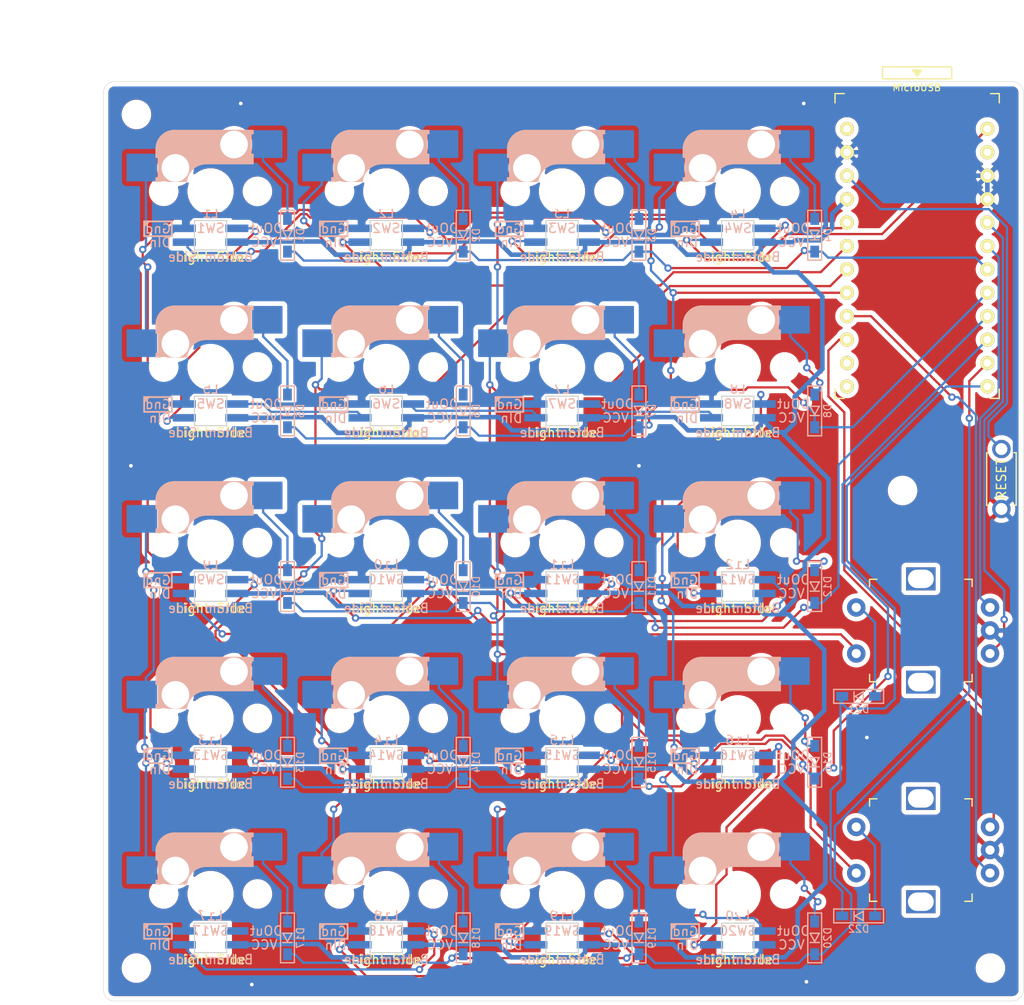
<source format=kicad_pcb>
(kicad_pcb (version 20171130) (host pcbnew "(5.1.10-1-10_14)")
  (layers (0 F.Cu signal) (31 B.Cu signal) (34 B.Paste user) (35 F.Paste user) (36 B.SilkS user) (37 F.SilkS user) (38 B.Mask user) (39 F.Mask user) (44 Edge.Cuts user))
  (net 0 "")
  (net 1 "Net-(D1-Pad2)")
  (net 2 row0)
  (net 3 "Net-(D2-Pad2)")
  (net 4 "Net-(D3-Pad2)")
  (net 5 "Net-(D4-Pad2)")
  (net 6 "Net-(D5-Pad2)")
  (net 7 row1)
  (net 8 "Net-(D6-Pad2)")
  (net 9 "Net-(D7-Pad2)")
  (net 10 "Net-(D8-Pad2)")
  (net 11 "Net-(D9-Pad2)")
  (net 12 row2)
  (net 13 "Net-(D10-Pad2)")
  (net 14 "Net-(D11-Pad2)")
  (net 15 "Net-(D12-Pad2)")
  (net 16 "Net-(D13-Pad2)")
  (net 17 row3)
  (net 18 "Net-(D14-Pad2)")
  (net 19 "Net-(D15-Pad2)")
  (net 20 "Net-(D16-Pad2)")
  (net 21 "Net-(D17-Pad2)")
  (net 22 row4)
  (net 23 "Net-(D18-Pad2)")
  (net 24 "Net-(D19-Pad2)")
  (net 25 "Net-(D20-Pad2)")
  (net 26 "Net-(D21-Pad2)")
  (net 27 row5)
  (net 28 "Net-(D22-Pad2)")
  (net 29 "Net-(L1-Pad3)")
  (net 30 GND)
  (net 31 "Net-(L1-Pad1)")
  (net 32 VCC)
  (net 33 "Net-(L2-Pad3)")
  (net 34 "Net-(L3-Pad3)")
  (net 35 led)
  (net 36 "Net-(L5-Pad1)")
  (net 37 "Net-(L6-Pad1)")
  (net 38 "Net-(L7-Pad1)")
  (net 39 "Net-(L12-Pad3)")
  (net 40 "Net-(L10-Pad1)")
  (net 41 "Net-(L13-Pad3)")
  (net 42 "Net-(L10-Pad3)")
  (net 43 "Net-(L11-Pad3)")
  (net 44 "Net-(L13-Pad1)")
  (net 45 "Net-(L14-Pad1)")
  (net 46 "Net-(L15-Pad1)")
  (net 47 "Net-(L16-Pad1)")
  (net 48 col0)
  (net 49 col1)
  (net 50 col2)
  (net 51 col3)
  (net 52 rotaryA)
  (net 53 rotaryB)
  (net 54 rotaryD)
  (net 55 rotaryC)
  (net 56 reset)
  (net 57 "Net-(U1-Pad2)")
  (net 58 "Net-(U1-Pad13)")
  (net 59 "Net-(U1-Pad14)")
  (net 60 "Net-(U1-Pad24)")
  (net 61 "Net-(L17-Pad1)")
  (net 62 "Net-(L17-Pad3)")
  (net 63 "Net-(L18-Pad3)")
  (net 64 "Net-(L19-Pad3)")
  (module kbd_Hole:m2_Screw_Hole (layer F.Cu) (at 122.634272 198.536552)
    (fp_text reference Ref**)
    (fp_text value Val**)
    (pad "" np_thru_hole circle (at 0 0) (size 2.2 2.2) (drill 2.2) (layers *.Cu *.Mask))
  )
  (module kbd_Hole:m2_Screw_Hole (layer F.Cu) (at 113.10928 146.744408)
    (fp_text reference Ref**)
    (fp_text value Val**)
    (pad "" np_thru_hole circle (at 0 0) (size 2.2 2.2) (drill 2.2) (layers *.Cu *.Mask))
  )
  (module kbd_Hole:m2_Screw_Hole (layer F.Cu) (at 30.063256 105.965536)
    (fp_text reference Ref**)
    (fp_text value Val**)
    (pad "" np_thru_hole circle (at 0 0) (size 2.2 2.2) (drill 2.2) (layers *.Cu *.Mask))
  )
  (module kbd_Hole:m2_Screw_Hole (layer F.Cu) (at 30.063256 198.536552)
    (fp_text reference Ref**)
    (fp_text value Val**)
    (pad "" np_thru_hole circle (at 0 0) (size 2.2 2.2) (drill 2.2) (layers *.Cu *.Mask))
  )
  (module kbd_Parts:Diode_SMD (layer F.Cu) (at 46.4344 119.062 90)
    (fp_text reference D1 (at 0 1.4 90) (layer B.SilkS) (effects (font (size 0.8 0.8) (thickness 0.125)) (justify mirror)))
    (fp_text value D hide)
    (pad 2 smd rect (at 1.775 0 90) (size 1.3 0.95) (layers B.Cu B.Paste B.Mask) (net 1 "Net-(D1-Pad2)"))
    (pad 1 smd rect (at -1.775 0 90) (size 1.3 0.95) (layers B.Cu B.Paste B.Mask) (net 2 row0))
  )
  (module kbd_Parts:Diode_SMD (layer F.Cu) (at 65.4844 119.062 90)
    (fp_text reference D2 (at 0 1.4 90) (layer B.SilkS) (effects (font (size 0.8 0.8) (thickness 0.125)) (justify mirror)))
    (fp_text value D hide)
    (pad 1 smd rect (at -1.775 0 90) (size 1.3 0.95) (layers B.Cu B.Paste B.Mask) (net 2 row0))
    (pad 2 smd rect (at 1.775 0 90) (size 1.3 0.95) (layers B.Cu B.Paste B.Mask) (net 3 "Net-(D2-Pad2)"))
  )
  (module kbd_Parts:Diode_SMD (layer F.Cu) (at 84.5347 119.063 90)
    (fp_text reference D3 (at 0 1.4 90) (layer B.SilkS) (effects (font (size 0.8 0.8) (thickness 0.125)) (justify mirror)))
    (fp_text value D hide)
    (pad 2 smd rect (at 1.775 0 90) (size 1.3 0.95) (layers B.Cu B.Paste B.Mask) (net 4 "Net-(D3-Pad2)"))
    (pad 1 smd rect (at -1.775 0 90) (size 1.3 0.95) (layers B.Cu B.Paste B.Mask) (net 2 row0))
  )
  (module kbd_Parts:Diode_SMD (layer F.Cu) (at 103.584 119.062 90)
    (fp_text reference D4 (at 0 1.4 90) (layer B.SilkS) (effects (font (size 0.8 0.8) (thickness 0.125)) (justify mirror)))
    (fp_text value D hide)
    (pad 1 smd rect (at -1.775 0 90) (size 1.3 0.95) (layers B.Cu B.Paste B.Mask) (net 2 row0))
    (pad 2 smd rect (at 1.775 0 90) (size 1.3 0.95) (layers B.Cu B.Paste B.Mask) (net 5 "Net-(D4-Pad2)"))
  )
  (module kbd_Parts:Diode_SMD (layer F.Cu) (at 46.4346 138.113 90)
    (fp_text reference D5 (at 0 1.4 90) (layer B.SilkS) (effects (font (size 0.8 0.8) (thickness 0.125)) (justify mirror)))
    (fp_text value D hide)
    (pad 2 smd rect (at 1.775 0 90) (size 1.3 0.95) (layers B.Cu B.Paste B.Mask) (net 6 "Net-(D5-Pad2)"))
    (pad 1 smd rect (at -1.775 0 90) (size 1.3 0.95) (layers B.Cu B.Paste B.Mask) (net 7 row1))
  )
  (module kbd_Parts:Diode_SMD (layer F.Cu) (at 65.4847 138.113 90)
    (fp_text reference D6 (at 0 1.4 90) (layer B.SilkS) (effects (font (size 0.8 0.8) (thickness 0.125)) (justify mirror)))
    (fp_text value D hide)
    (pad 1 smd rect (at -1.775 0 90) (size 1.3 0.95) (layers B.Cu B.Paste B.Mask) (net 7 row1))
    (pad 2 smd rect (at 1.775 0 90) (size 1.3 0.95) (layers B.Cu B.Paste B.Mask) (net 8 "Net-(D6-Pad2)"))
  )
  (module kbd_Parts:Diode_SMD (layer F.Cu) (at 84.5344 138.112 90)
    (fp_text reference D7 (at 0 1.4 90) (layer B.SilkS) (effects (font (size 0.8 0.8) (thickness 0.125)) (justify mirror)))
    (fp_text value D hide)
    (pad 2 smd rect (at 1.775 0 90) (size 1.3 0.95) (layers B.Cu B.Paste B.Mask) (net 9 "Net-(D7-Pad2)"))
    (pad 1 smd rect (at -1.775 0 90) (size 1.3 0.95) (layers B.Cu B.Paste B.Mask) (net 7 row1))
  )
  (module kbd_Parts:Diode_SMD (layer F.Cu) (at 103.585 138.113 90)
    (fp_text reference D8 (at 0 1.4 90) (layer B.SilkS) (effects (font (size 0.8 0.8) (thickness 0.125)) (justify mirror)))
    (fp_text value D hide)
    (pad 1 smd rect (at -1.775 0 90) (size 1.3 0.95) (layers B.Cu B.Paste B.Mask) (net 7 row1))
    (pad 2 smd rect (at 1.775 0 90) (size 1.3 0.95) (layers B.Cu B.Paste B.Mask) (net 10 "Net-(D8-Pad2)"))
  )
  (module kbd_Parts:Diode_SMD (layer F.Cu) (at 46.4344 157.162 90)
    (fp_text reference D9 (at 0 1.4 90) (layer B.SilkS) (effects (font (size 0.8 0.8) (thickness 0.125)) (justify mirror)))
    (fp_text value D hide)
    (pad 2 smd rect (at 1.775 0 90) (size 1.3 0.95) (layers B.Cu B.Paste B.Mask) (net 11 "Net-(D9-Pad2)"))
    (pad 1 smd rect (at -1.775 0 90) (size 1.3 0.95) (layers B.Cu B.Paste B.Mask) (net 12 row2))
  )
  (module kbd_Parts:Diode_SMD (layer F.Cu) (at 65.4847 157.163 90)
    (fp_text reference D10 (at 0 1.4 90) (layer B.SilkS) (effects (font (size 0.8 0.8) (thickness 0.125)) (justify mirror)))
    (fp_text value D hide)
    (pad 1 smd rect (at -1.775 0 90) (size 1.3 0.95) (layers B.Cu B.Paste B.Mask) (net 12 row2))
    (pad 2 smd rect (at 1.775 0 90) (size 1.3 0.95) (layers B.Cu B.Paste B.Mask) (net 13 "Net-(D10-Pad2)"))
  )
  (module kbd_Parts:Diode_SMD (layer F.Cu) (at 84.5347 157.163 90)
    (fp_text reference D11 (at 0 1.4 90) (layer B.SilkS) (effects (font (size 0.8 0.8) (thickness 0.125)) (justify mirror)))
    (fp_text value D hide)
    (pad 2 smd rect (at 1.775 0 90) (size 1.3 0.95) (layers B.Cu B.Paste B.Mask) (net 14 "Net-(D11-Pad2)"))
    (pad 1 smd rect (at -1.775 0 90) (size 1.3 0.95) (layers B.Cu B.Paste B.Mask) (net 12 row2))
  )
  (module kbd_Parts:Diode_SMD (layer F.Cu) (at 103.585 157.163 90)
    (fp_text reference D12 (at 0 1.4 90) (layer B.SilkS) (effects (font (size 0.8 0.8) (thickness 0.125)) (justify mirror)))
    (fp_text value D hide)
    (pad 2 smd rect (at 1.775 0 90) (size 1.3 0.95) (layers B.Cu B.Paste B.Mask) (net 15 "Net-(D12-Pad2)"))
    (pad 1 smd rect (at -1.775 0 90) (size 1.3 0.95) (layers B.Cu B.Paste B.Mask) (net 12 row2))
  )
  (module kbd_Parts:Diode_SMD (layer F.Cu) (at 46.4346 176.213 90)
    (fp_text reference D13 (at 0 1.4 90) (layer B.SilkS) (effects (font (size 0.8 0.8) (thickness 0.125)) (justify mirror)))
    (fp_text value D hide)
    (pad 2 smd rect (at 1.775 0 90) (size 1.3 0.95) (layers B.Cu B.Paste B.Mask) (net 16 "Net-(D13-Pad2)"))
    (pad 1 smd rect (at -1.775 0 90) (size 1.3 0.95) (layers B.Cu B.Paste B.Mask) (net 17 row3))
  )
  (module kbd_Parts:Diode_SMD (layer F.Cu) (at 65.4847 176.213 90)
    (fp_text reference D14 (at 0 1.4 90) (layer B.SilkS) (effects (font (size 0.8 0.8) (thickness 0.125)) (justify mirror)))
    (fp_text value D hide)
    (pad 1 smd rect (at -1.775 0 90) (size 1.3 0.95) (layers B.Cu B.Paste B.Mask) (net 17 row3))
    (pad 2 smd rect (at 1.775 0 90) (size 1.3 0.95) (layers B.Cu B.Paste B.Mask) (net 18 "Net-(D14-Pad2)"))
  )
  (module kbd_Parts:Diode_SMD (layer F.Cu) (at 84.5347 176.213 90)
    (fp_text reference D15 (at 0 1.4 90) (layer B.SilkS) (effects (font (size 0.8 0.8) (thickness 0.125)) (justify mirror)))
    (fp_text value D hide)
    (pad 2 smd rect (at 1.775 0 90) (size 1.3 0.95) (layers B.Cu B.Paste B.Mask) (net 19 "Net-(D15-Pad2)"))
    (pad 1 smd rect (at -1.775 0 90) (size 1.3 0.95) (layers B.Cu B.Paste B.Mask) (net 17 row3))
  )
  (module kbd_Parts:Diode_SMD (layer F.Cu) (at 103.585 176.213 90)
    (fp_text reference D16 (at 0 1.4 90) (layer B.SilkS) (effects (font (size 0.8 0.8) (thickness 0.125)) (justify mirror)))
    (fp_text value D hide)
    (pad 1 smd rect (at -1.775 0 90) (size 1.3 0.95) (layers B.Cu B.Paste B.Mask) (net 17 row3))
    (pad 2 smd rect (at 1.775 0 90) (size 1.3 0.95) (layers B.Cu B.Paste B.Mask) (net 20 "Net-(D16-Pad2)"))
  )
  (module kbd_Parts:Diode_SMD (layer F.Cu) (at 46.4346 195.263 90)
    (fp_text reference D17 (at 0 1.4 90) (layer B.SilkS) (effects (font (size 0.8 0.8) (thickness 0.125)) (justify mirror)))
    (fp_text value D hide)
    (pad 2 smd rect (at 1.775 0 90) (size 1.3 0.95) (layers B.Cu B.Paste B.Mask) (net 21 "Net-(D17-Pad2)"))
    (pad 1 smd rect (at -1.775 0 90) (size 1.3 0.95) (layers B.Cu B.Paste B.Mask) (net 22 row4))
  )
  (module kbd_Parts:Diode_SMD (layer F.Cu) (at 65.4847 195.263 90)
    (fp_text reference D18 (at 0 1.4 90) (layer B.SilkS) (effects (font (size 0.8 0.8) (thickness 0.125)) (justify mirror)))
    (fp_text value D hide)
    (pad 1 smd rect (at -1.775 0 90) (size 1.3 0.95) (layers B.Cu B.Paste B.Mask) (net 22 row4))
    (pad 2 smd rect (at 1.775 0 90) (size 1.3 0.95) (layers B.Cu B.Paste B.Mask) (net 23 "Net-(D18-Pad2)"))
  )
  (module kbd_Parts:Diode_SMD (layer F.Cu) (at 84.5347 195.263 90)
    (fp_text reference D19 (at 0 1.4 90) (layer B.SilkS) (effects (font (size 0.8 0.8) (thickness 0.125)) (justify mirror)))
    (fp_text value D hide)
    (pad 2 smd rect (at 1.775 0 90) (size 1.3 0.95) (layers B.Cu B.Paste B.Mask) (net 24 "Net-(D19-Pad2)"))
    (pad 1 smd rect (at -1.775 0 90) (size 1.3 0.95) (layers B.Cu B.Paste B.Mask) (net 22 row4))
  )
  (module kbd_Parts:Diode_SMD (layer F.Cu) (at 103.585 195.263 90)
    (fp_text reference D20 (at 0 1.4 90) (layer B.SilkS) (effects (font (size 0.8 0.8) (thickness 0.125)) (justify mirror)))
    (fp_text value D hide)
    (pad 2 smd rect (at 1.775 0 90) (size 1.3 0.95) (layers B.Cu B.Paste B.Mask) (net 25 "Net-(D20-Pad2)"))
    (pad 1 smd rect (at -1.775 0 90) (size 1.3 0.95) (layers B.Cu B.Paste B.Mask) (net 22 row4))
  )
  (module kbd_Parts:Diode_SMD (layer F.Cu) (at 108.347 169.069)
    (fp_text reference D21 (at 0 1.4) (layer B.SilkS) (effects (font (size 0.8 0.8) (thickness 0.125)) (justify mirror)))
    (fp_text value D hide)
    (pad 2 smd rect (at 1.775 0) (size 1.3 0.95) (layers B.Cu B.Paste B.Mask) (net 26 "Net-(D21-Pad2)"))
    (pad 1 smd rect (at -1.775 0) (size 1.3 0.95) (layers B.Cu B.Paste B.Mask) (net 27 row5))
  )
  (module kbd_Parts:Diode_SMD (layer F.Cu) (at 108.347 192.882)
    (fp_text reference D22 (at 0 1.4) (layer B.SilkS) (effects (font (size 0.8 0.8) (thickness 0.125)) (justify mirror)))
    (fp_text value D hide)
    (pad 1 smd rect (at -1.775 0) (size 1.3 0.95) (layers B.Cu B.Paste B.Mask) (net 27 row5))
    (pad 2 smd rect (at 1.775 0) (size 1.3 0.95) (layers B.Cu B.Paste B.Mask) (net 28 "Net-(D22-Pad2)"))
  )
  (module kbd_Parts:LED_SK6812MINI-E_BL (layer F.Cu) (at 38.1 119.062)
    (fp_text reference L1 (at 0 -2.4) (layer B.SilkS) (effects (justify mirror)))
    (fp_text value SK6812MINI)
    (fp_line (start -1.75 1.6) (end -1.75 -1.6) (layer Edge.Cuts) (width 0.12))
    (fp_line (start -1.75 -1.6) (end 1.75 -1.6) (layer Edge.Cuts) (width 0.12))
    (fp_line (start 1.75 -1.6) (end 1.75 1.6) (layer Edge.Cuts) (width 0.12))
    (fp_line (start 1.75 1.6) (end -1.75 1.6) (layer Edge.Cuts) (width 0.12))
    (fp_text user "Bottom Side" (at 0 2.35) (layer B.SilkS) (effects (justify mirror)))
    (fp_text user "Light Side" (at 0 2.35) (layer F.SilkS))
    (fp_text user VCC (at 5.82 0.75) (layer B.SilkS) (effects (justify mirror)))
    (fp_text user DOut (at 6.03 -0.75) (layer B.SilkS) (effects (justify mirror)))
    (fp_text user DIn (at -5.49 0.79) (layer B.SilkS) (effects (justify mirror)))
    (fp_text user Gnd (at -5.69 -0.7) (layer B.SilkS) (effects (justify mirror)))
    (pad 3 smd rect (at -2.5 0.75) (size 2.5 0.82) (drill (offset -0.35 0)) (layers B.Cu B.Paste B.Mask) (net 29 "Net-(L1-Pad3)"))
    (pad 2 smd rect (at -2.5 -0.75) (size 2.5 0.82) (drill (offset -0.35 0)) (layers B.Cu B.Paste B.Mask) (net 30 GND))
    (pad 1 smd rect (at 2.5 -0.75) (size 2.5 0.82) (drill (offset 0.35 0)) (layers B.Cu B.Paste B.Mask) (net 31 "Net-(L1-Pad1)"))
    (pad 4 smd rect (at 2.5 0.75) (size 2.5 0.82) (drill (offset 0.35 0)) (layers B.Cu B.Paste B.Mask) (net 32 VCC))
  )
  (module kbd_Parts:LED_SK6812MINI-E_BL (layer F.Cu) (at 57.15 119.062)
    (fp_text reference L2 (at 0 -2.4) (layer B.SilkS) (effects (justify mirror)))
    (fp_text value SK6812MINI)
    (fp_line (start 1.75 1.6) (end -1.75 1.6) (layer Edge.Cuts) (width 0.12))
    (fp_line (start 1.75 -1.6) (end 1.75 1.6) (layer Edge.Cuts) (width 0.12))
    (fp_line (start -1.75 -1.6) (end 1.75 -1.6) (layer Edge.Cuts) (width 0.12))
    (fp_line (start -1.75 1.6) (end -1.75 -1.6) (layer Edge.Cuts) (width 0.12))
    (fp_text user Gnd (at -5.69 -0.7) (layer B.SilkS) (effects (justify mirror)))
    (fp_text user DIn (at -5.49 0.79) (layer B.SilkS) (effects (justify mirror)))
    (fp_text user DOut (at 6.03 -0.75) (layer B.SilkS) (effects (justify mirror)))
    (fp_text user VCC (at 5.82 0.75) (layer B.SilkS) (effects (justify mirror)))
    (fp_text user "Light Side" (at 0 2.35) (layer F.SilkS))
    (fp_text user "Bottom Side" (at 0 2.35) (layer B.SilkS) (effects (justify mirror)))
    (pad 4 smd rect (at 2.5 0.75) (size 2.5 0.82) (drill (offset 0.35 0)) (layers B.Cu B.Paste B.Mask) (net 32 VCC))
    (pad 1 smd rect (at 2.5 -0.75) (size 2.5 0.82) (drill (offset 0.35 0)) (layers B.Cu B.Paste B.Mask) (net 29 "Net-(L1-Pad3)"))
    (pad 2 smd rect (at -2.5 -0.75) (size 2.5 0.82) (drill (offset -0.35 0)) (layers B.Cu B.Paste B.Mask) (net 30 GND))
    (pad 3 smd rect (at -2.5 0.75) (size 2.5 0.82) (drill (offset -0.35 0)) (layers B.Cu B.Paste B.Mask) (net 33 "Net-(L2-Pad3)"))
  )
  (module kbd_Parts:LED_SK6812MINI-E_BL (layer F.Cu) (at 76.2 119.062)
    (fp_text reference L3 (at 0 -2.4) (layer B.SilkS) (effects (justify mirror)))
    (fp_text value SK6812MINI)
    (fp_line (start -1.75 1.6) (end -1.75 -1.6) (layer Edge.Cuts) (width 0.12))
    (fp_line (start -1.75 -1.6) (end 1.75 -1.6) (layer Edge.Cuts) (width 0.12))
    (fp_line (start 1.75 -1.6) (end 1.75 1.6) (layer Edge.Cuts) (width 0.12))
    (fp_line (start 1.75 1.6) (end -1.75 1.6) (layer Edge.Cuts) (width 0.12))
    (fp_text user "Bottom Side" (at 0 2.35) (layer B.SilkS) (effects (justify mirror)))
    (fp_text user "Light Side" (at 0 2.35) (layer F.SilkS))
    (fp_text user VCC (at 5.82 0.75) (layer B.SilkS) (effects (justify mirror)))
    (fp_text user DOut (at 6.03 -0.75) (layer B.SilkS) (effects (justify mirror)))
    (fp_text user DIn (at -5.49 0.79) (layer B.SilkS) (effects (justify mirror)))
    (fp_text user Gnd (at -5.69 -0.7) (layer B.SilkS) (effects (justify mirror)))
    (pad 3 smd rect (at -2.5 0.75) (size 2.5 0.82) (drill (offset -0.35 0)) (layers B.Cu B.Paste B.Mask) (net 34 "Net-(L3-Pad3)"))
    (pad 2 smd rect (at -2.5 -0.75) (size 2.5 0.82) (drill (offset -0.35 0)) (layers B.Cu B.Paste B.Mask) (net 30 GND))
    (pad 1 smd rect (at 2.5 -0.75) (size 2.5 0.82) (drill (offset 0.35 0)) (layers B.Cu B.Paste B.Mask) (net 33 "Net-(L2-Pad3)"))
    (pad 4 smd rect (at 2.5 0.75) (size 2.5 0.82) (drill (offset 0.35 0)) (layers B.Cu B.Paste B.Mask) (net 32 VCC))
  )
  (module kbd_Parts:LED_SK6812MINI-E_BL (layer F.Cu) (at 95.25 119.062)
    (fp_text reference L4 (at 0 -2.4) (layer B.SilkS) (effects (justify mirror)))
    (fp_text value SK6812MINI)
    (fp_line (start 1.75 1.6) (end -1.75 1.6) (layer Edge.Cuts) (width 0.12))
    (fp_line (start 1.75 -1.6) (end 1.75 1.6) (layer Edge.Cuts) (width 0.12))
    (fp_line (start -1.75 -1.6) (end 1.75 -1.6) (layer Edge.Cuts) (width 0.12))
    (fp_line (start -1.75 1.6) (end -1.75 -1.6) (layer Edge.Cuts) (width 0.12))
    (fp_text user Gnd (at -5.69 -0.7) (layer B.SilkS) (effects (justify mirror)))
    (fp_text user DIn (at -5.49 0.79) (layer B.SilkS) (effects (justify mirror)))
    (fp_text user DOut (at 6.03 -0.75) (layer B.SilkS) (effects (justify mirror)))
    (fp_text user VCC (at 5.82 0.75) (layer B.SilkS) (effects (justify mirror)))
    (fp_text user "Light Side" (at 0 2.35) (layer F.SilkS))
    (fp_text user "Bottom Side" (at 0 2.35) (layer B.SilkS) (effects (justify mirror)))
    (pad 4 smd rect (at 2.5 0.75) (size 2.5 0.82) (drill (offset 0.35 0)) (layers B.Cu B.Paste B.Mask) (net 32 VCC))
    (pad 1 smd rect (at 2.5 -0.75) (size 2.5 0.82) (drill (offset 0.35 0)) (layers B.Cu B.Paste B.Mask) (net 34 "Net-(L3-Pad3)"))
    (pad 2 smd rect (at -2.5 -0.75) (size 2.5 0.82) (drill (offset -0.35 0)) (layers B.Cu B.Paste B.Mask) (net 30 GND))
    (pad 3 smd rect (at -2.5 0.75) (size 2.5 0.82) (drill (offset -0.35 0)) (layers B.Cu B.Paste B.Mask) (net 35 led))
  )
  (module kbd_Parts:LED_SK6812MINI-E_BL (layer F.Cu) (at 38.1 138.112)
    (fp_text reference L5 (at 0 -2.4) (layer B.SilkS) (effects (justify mirror)))
    (fp_text value SK6812MINI)
    (fp_line (start 1.75 1.6) (end -1.75 1.6) (layer Edge.Cuts) (width 0.12))
    (fp_line (start 1.75 -1.6) (end 1.75 1.6) (layer Edge.Cuts) (width 0.12))
    (fp_line (start -1.75 -1.6) (end 1.75 -1.6) (layer Edge.Cuts) (width 0.12))
    (fp_line (start -1.75 1.6) (end -1.75 -1.6) (layer Edge.Cuts) (width 0.12))
    (fp_text user Gnd (at -5.69 -0.7) (layer B.SilkS) (effects (justify mirror)))
    (fp_text user DIn (at -5.49 0.79) (layer B.SilkS) (effects (justify mirror)))
    (fp_text user DOut (at 6.03 -0.75) (layer B.SilkS) (effects (justify mirror)))
    (fp_text user VCC (at 5.82 0.75) (layer B.SilkS) (effects (justify mirror)))
    (fp_text user "Light Side" (at 0 2.35) (layer F.SilkS))
    (fp_text user "Bottom Side" (at 0 2.35) (layer B.SilkS) (effects (justify mirror)))
    (pad 4 smd rect (at 2.5 0.75) (size 2.5 0.82) (drill (offset 0.35 0)) (layers B.Cu B.Paste B.Mask) (net 32 VCC))
    (pad 1 smd rect (at 2.5 -0.75) (size 2.5 0.82) (drill (offset 0.35 0)) (layers B.Cu B.Paste B.Mask) (net 36 "Net-(L5-Pad1)"))
    (pad 2 smd rect (at -2.5 -0.75) (size 2.5 0.82) (drill (offset -0.35 0)) (layers B.Cu B.Paste B.Mask) (net 30 GND))
    (pad 3 smd rect (at -2.5 0.75) (size 2.5 0.82) (drill (offset -0.35 0)) (layers B.Cu B.Paste B.Mask) (net 31 "Net-(L1-Pad1)"))
  )
  (module kbd_Parts:LED_SK6812MINI-E_BL (layer F.Cu) (at 57.15 138.112)
    (fp_text reference L6 (at 0 -2.4) (layer B.SilkS) (effects (justify mirror)))
    (fp_text value SK6812MINI)
    (fp_line (start -1.75 1.6) (end -1.75 -1.6) (layer Edge.Cuts) (width 0.12))
    (fp_line (start -1.75 -1.6) (end 1.75 -1.6) (layer Edge.Cuts) (width 0.12))
    (fp_line (start 1.75 -1.6) (end 1.75 1.6) (layer Edge.Cuts) (width 0.12))
    (fp_line (start 1.75 1.6) (end -1.75 1.6) (layer Edge.Cuts) (width 0.12))
    (fp_text user "Bottom Side" (at 0 2.35) (layer B.SilkS) (effects (justify mirror)))
    (fp_text user "Light Side" (at 0 2.35) (layer F.SilkS))
    (fp_text user VCC (at 5.82 0.75) (layer B.SilkS) (effects (justify mirror)))
    (fp_text user DOut (at 6.03 -0.75) (layer B.SilkS) (effects (justify mirror)))
    (fp_text user DIn (at -5.49 0.79) (layer B.SilkS) (effects (justify mirror)))
    (fp_text user Gnd (at -5.69 -0.7) (layer B.SilkS) (effects (justify mirror)))
    (pad 3 smd rect (at -2.5 0.75) (size 2.5 0.82) (drill (offset -0.35 0)) (layers B.Cu B.Paste B.Mask) (net 36 "Net-(L5-Pad1)"))
    (pad 2 smd rect (at -2.5 -0.75) (size 2.5 0.82) (drill (offset -0.35 0)) (layers B.Cu B.Paste B.Mask) (net 30 GND))
    (pad 1 smd rect (at 2.5 -0.75) (size 2.5 0.82) (drill (offset 0.35 0)) (layers B.Cu B.Paste B.Mask) (net 37 "Net-(L6-Pad1)"))
    (pad 4 smd rect (at 2.5 0.75) (size 2.5 0.82) (drill (offset 0.35 0)) (layers B.Cu B.Paste B.Mask) (net 32 VCC))
  )
  (module kbd_Parts:LED_SK6812MINI-E_BL (layer F.Cu) (at 76.2 138.112)
    (fp_text reference L7 (at 0 -2.4) (layer B.SilkS) (effects (justify mirror)))
    (fp_text value SK6812MINI)
    (fp_line (start 1.75 1.6) (end -1.75 1.6) (layer Edge.Cuts) (width 0.12))
    (fp_line (start 1.75 -1.6) (end 1.75 1.6) (layer Edge.Cuts) (width 0.12))
    (fp_line (start -1.75 -1.6) (end 1.75 -1.6) (layer Edge.Cuts) (width 0.12))
    (fp_line (start -1.75 1.6) (end -1.75 -1.6) (layer Edge.Cuts) (width 0.12))
    (fp_text user Gnd (at -5.69 -0.7) (layer B.SilkS) (effects (justify mirror)))
    (fp_text user DIn (at -5.49 0.79) (layer B.SilkS) (effects (justify mirror)))
    (fp_text user DOut (at 6.03 -0.75) (layer B.SilkS) (effects (justify mirror)))
    (fp_text user VCC (at 5.82 0.75) (layer B.SilkS) (effects (justify mirror)))
    (fp_text user "Light Side" (at 0 2.35) (layer F.SilkS))
    (fp_text user "Bottom Side" (at 0 2.35) (layer B.SilkS) (effects (justify mirror)))
    (pad 4 smd rect (at 2.5 0.75) (size 2.5 0.82) (drill (offset 0.35 0)) (layers B.Cu B.Paste B.Mask) (net 32 VCC))
    (pad 1 smd rect (at 2.5 -0.75) (size 2.5 0.82) (drill (offset 0.35 0)) (layers B.Cu B.Paste B.Mask) (net 38 "Net-(L7-Pad1)"))
    (pad 2 smd rect (at -2.5 -0.75) (size 2.5 0.82) (drill (offset -0.35 0)) (layers B.Cu B.Paste B.Mask) (net 30 GND))
    (pad 3 smd rect (at -2.5 0.75) (size 2.5 0.82) (drill (offset -0.35 0)) (layers B.Cu B.Paste B.Mask) (net 37 "Net-(L6-Pad1)"))
  )
  (module kbd_Parts:LED_SK6812MINI-E_BL (layer F.Cu) (at 95.25 138.112)
    (fp_text reference L8 (at 0 -2.4) (layer B.SilkS) (effects (justify mirror)))
    (fp_text value SK6812MINI)
    (fp_line (start -1.75 1.6) (end -1.75 -1.6) (layer Edge.Cuts) (width 0.12))
    (fp_line (start -1.75 -1.6) (end 1.75 -1.6) (layer Edge.Cuts) (width 0.12))
    (fp_line (start 1.75 -1.6) (end 1.75 1.6) (layer Edge.Cuts) (width 0.12))
    (fp_line (start 1.75 1.6) (end -1.75 1.6) (layer Edge.Cuts) (width 0.12))
    (fp_text user "Bottom Side" (at 0 2.35) (layer B.SilkS) (effects (justify mirror)))
    (fp_text user "Light Side" (at 0 2.35) (layer F.SilkS))
    (fp_text user VCC (at 5.82 0.75) (layer B.SilkS) (effects (justify mirror)))
    (fp_text user DOut (at 6.03 -0.75) (layer B.SilkS) (effects (justify mirror)))
    (fp_text user DIn (at -5.49 0.79) (layer B.SilkS) (effects (justify mirror)))
    (fp_text user Gnd (at -5.69 -0.7) (layer B.SilkS) (effects (justify mirror)))
    (pad 3 smd rect (at -2.5 0.75) (size 2.5 0.82) (drill (offset -0.35 0)) (layers B.Cu B.Paste B.Mask) (net 38 "Net-(L7-Pad1)"))
    (pad 2 smd rect (at -2.5 -0.75) (size 2.5 0.82) (drill (offset -0.35 0)) (layers B.Cu B.Paste B.Mask) (net 30 GND))
    (pad 1 smd rect (at 2.5 -0.75) (size 2.5 0.82) (drill (offset 0.35 0)) (layers B.Cu B.Paste B.Mask) (net 39 "Net-(L12-Pad3)"))
    (pad 4 smd rect (at 2.5 0.75) (size 2.5 0.82) (drill (offset 0.35 0)) (layers B.Cu B.Paste B.Mask) (net 32 VCC))
  )
  (module kbd_Parts:LED_SK6812MINI-E_BL (layer F.Cu) (at 38.1 157.162)
    (fp_text reference L9 (at 0 -2.4) (layer B.SilkS) (effects (justify mirror)))
    (fp_text value SK6812MINI)
    (fp_line (start -1.75 1.6) (end -1.75 -1.6) (layer Edge.Cuts) (width 0.12))
    (fp_line (start -1.75 -1.6) (end 1.75 -1.6) (layer Edge.Cuts) (width 0.12))
    (fp_line (start 1.75 -1.6) (end 1.75 1.6) (layer Edge.Cuts) (width 0.12))
    (fp_line (start 1.75 1.6) (end -1.75 1.6) (layer Edge.Cuts) (width 0.12))
    (fp_text user "Bottom Side" (at 0 2.35) (layer B.SilkS) (effects (justify mirror)))
    (fp_text user "Light Side" (at 0 2.35) (layer F.SilkS))
    (fp_text user VCC (at 5.82 0.75) (layer B.SilkS) (effects (justify mirror)))
    (fp_text user DOut (at 6.03 -0.75) (layer B.SilkS) (effects (justify mirror)))
    (fp_text user DIn (at -5.49 0.79) (layer B.SilkS) (effects (justify mirror)))
    (fp_text user Gnd (at -5.69 -0.7) (layer B.SilkS) (effects (justify mirror)))
    (pad 3 smd rect (at -2.5 0.75) (size 2.5 0.82) (drill (offset -0.35 0)) (layers B.Cu B.Paste B.Mask) (net 40 "Net-(L10-Pad1)"))
    (pad 2 smd rect (at -2.5 -0.75) (size 2.5 0.82) (drill (offset -0.35 0)) (layers B.Cu B.Paste B.Mask) (net 30 GND))
    (pad 1 smd rect (at 2.5 -0.75) (size 2.5 0.82) (drill (offset 0.35 0)) (layers B.Cu B.Paste B.Mask) (net 41 "Net-(L13-Pad3)"))
    (pad 4 smd rect (at 2.5 0.75) (size 2.5 0.82) (drill (offset 0.35 0)) (layers B.Cu B.Paste B.Mask) (net 32 VCC))
  )
  (module kbd_Parts:LED_SK6812MINI-E_BL (layer F.Cu) (at 57.15 157.162)
    (fp_text reference L10 (at 0 -2.4) (layer B.SilkS) (effects (justify mirror)))
    (fp_text value SK6812MINI)
    (fp_line (start 1.75 1.6) (end -1.75 1.6) (layer Edge.Cuts) (width 0.12))
    (fp_line (start 1.75 -1.6) (end 1.75 1.6) (layer Edge.Cuts) (width 0.12))
    (fp_line (start -1.75 -1.6) (end 1.75 -1.6) (layer Edge.Cuts) (width 0.12))
    (fp_line (start -1.75 1.6) (end -1.75 -1.6) (layer Edge.Cuts) (width 0.12))
    (fp_text user Gnd (at -5.69 -0.7) (layer B.SilkS) (effects (justify mirror)))
    (fp_text user DIn (at -5.49 0.79) (layer B.SilkS) (effects (justify mirror)))
    (fp_text user DOut (at 6.03 -0.75) (layer B.SilkS) (effects (justify mirror)))
    (fp_text user VCC (at 5.82 0.75) (layer B.SilkS) (effects (justify mirror)))
    (fp_text user "Light Side" (at 0 2.35) (layer F.SilkS))
    (fp_text user "Bottom Side" (at 0 2.35) (layer B.SilkS) (effects (justify mirror)))
    (pad 4 smd rect (at 2.5 0.75) (size 2.5 0.82) (drill (offset 0.35 0)) (layers B.Cu B.Paste B.Mask) (net 32 VCC))
    (pad 1 smd rect (at 2.5 -0.75) (size 2.5 0.82) (drill (offset 0.35 0)) (layers B.Cu B.Paste B.Mask) (net 40 "Net-(L10-Pad1)"))
    (pad 2 smd rect (at -2.5 -0.75) (size 2.5 0.82) (drill (offset -0.35 0)) (layers B.Cu B.Paste B.Mask) (net 30 GND))
    (pad 3 smd rect (at -2.5 0.75) (size 2.5 0.82) (drill (offset -0.35 0)) (layers B.Cu B.Paste B.Mask) (net 42 "Net-(L10-Pad3)"))
  )
  (module kbd_Parts:LED_SK6812MINI-E_BL (layer F.Cu) (at 76.2 157.162)
    (fp_text reference L11 (at 0 -2.4) (layer B.SilkS) (effects (justify mirror)))
    (fp_text value SK6812MINI)
    (fp_line (start -1.75 1.6) (end -1.75 -1.6) (layer Edge.Cuts) (width 0.12))
    (fp_line (start -1.75 -1.6) (end 1.75 -1.6) (layer Edge.Cuts) (width 0.12))
    (fp_line (start 1.75 -1.6) (end 1.75 1.6) (layer Edge.Cuts) (width 0.12))
    (fp_line (start 1.75 1.6) (end -1.75 1.6) (layer Edge.Cuts) (width 0.12))
    (fp_text user "Bottom Side" (at 0 2.35) (layer B.SilkS) (effects (justify mirror)))
    (fp_text user "Light Side" (at 0 2.35) (layer F.SilkS))
    (fp_text user VCC (at 5.82 0.75) (layer B.SilkS) (effects (justify mirror)))
    (fp_text user DOut (at 6.03 -0.75) (layer B.SilkS) (effects (justify mirror)))
    (fp_text user DIn (at -5.49 0.79) (layer B.SilkS) (effects (justify mirror)))
    (fp_text user Gnd (at -5.69 -0.7) (layer B.SilkS) (effects (justify mirror)))
    (pad 3 smd rect (at -2.5 0.75) (size 2.5 0.82) (drill (offset -0.35 0)) (layers B.Cu B.Paste B.Mask) (net 43 "Net-(L11-Pad3)"))
    (pad 2 smd rect (at -2.5 -0.75) (size 2.5 0.82) (drill (offset -0.35 0)) (layers B.Cu B.Paste B.Mask) (net 30 GND))
    (pad 1 smd rect (at 2.5 -0.75) (size 2.5 0.82) (drill (offset 0.35 0)) (layers B.Cu B.Paste B.Mask) (net 42 "Net-(L10-Pad3)"))
    (pad 4 smd rect (at 2.5 0.75) (size 2.5 0.82) (drill (offset 0.35 0)) (layers B.Cu B.Paste B.Mask) (net 32 VCC))
  )
  (module kbd_Parts:LED_SK6812MINI-E_BL (layer F.Cu) (at 95.25 157.162)
    (fp_text reference L12 (at 0 -2.4) (layer B.SilkS) (effects (justify mirror)))
    (fp_text value SK6812MINI)
    (fp_line (start 1.75 1.6) (end -1.75 1.6) (layer Edge.Cuts) (width 0.12))
    (fp_line (start 1.75 -1.6) (end 1.75 1.6) (layer Edge.Cuts) (width 0.12))
    (fp_line (start -1.75 -1.6) (end 1.75 -1.6) (layer Edge.Cuts) (width 0.12))
    (fp_line (start -1.75 1.6) (end -1.75 -1.6) (layer Edge.Cuts) (width 0.12))
    (fp_text user Gnd (at -5.69 -0.7) (layer B.SilkS) (effects (justify mirror)))
    (fp_text user DIn (at -5.49 0.79) (layer B.SilkS) (effects (justify mirror)))
    (fp_text user DOut (at 6.03 -0.75) (layer B.SilkS) (effects (justify mirror)))
    (fp_text user VCC (at 5.82 0.75) (layer B.SilkS) (effects (justify mirror)))
    (fp_text user "Light Side" (at 0 2.35) (layer F.SilkS))
    (fp_text user "Bottom Side" (at 0 2.35) (layer B.SilkS) (effects (justify mirror)))
    (pad 4 smd rect (at 2.5 0.75) (size 2.5 0.82) (drill (offset 0.35 0)) (layers B.Cu B.Paste B.Mask) (net 32 VCC))
    (pad 1 smd rect (at 2.5 -0.75) (size 2.5 0.82) (drill (offset 0.35 0)) (layers B.Cu B.Paste B.Mask) (net 43 "Net-(L11-Pad3)"))
    (pad 2 smd rect (at -2.5 -0.75) (size 2.5 0.82) (drill (offset -0.35 0)) (layers B.Cu B.Paste B.Mask) (net 30 GND))
    (pad 3 smd rect (at -2.5 0.75) (size 2.5 0.82) (drill (offset -0.35 0)) (layers B.Cu B.Paste B.Mask) (net 39 "Net-(L12-Pad3)"))
  )
  (module kbd_Parts:LED_SK6812MINI-E_BL (layer F.Cu) (at 38.1 176.212)
    (fp_text reference L13 (at 0 -2.4) (layer B.SilkS) (effects (justify mirror)))
    (fp_text value SK6812MINI)
    (fp_line (start 1.75 1.6) (end -1.75 1.6) (layer Edge.Cuts) (width 0.12))
    (fp_line (start 1.75 -1.6) (end 1.75 1.6) (layer Edge.Cuts) (width 0.12))
    (fp_line (start -1.75 -1.6) (end 1.75 -1.6) (layer Edge.Cuts) (width 0.12))
    (fp_line (start -1.75 1.6) (end -1.75 -1.6) (layer Edge.Cuts) (width 0.12))
    (fp_text user Gnd (at -5.69 -0.7) (layer B.SilkS) (effects (justify mirror)))
    (fp_text user DIn (at -5.49 0.79) (layer B.SilkS) (effects (justify mirror)))
    (fp_text user DOut (at 6.03 -0.75) (layer B.SilkS) (effects (justify mirror)))
    (fp_text user VCC (at 5.82 0.75) (layer B.SilkS) (effects (justify mirror)))
    (fp_text user "Light Side" (at 0 2.35) (layer F.SilkS))
    (fp_text user "Bottom Side" (at 0 2.35) (layer B.SilkS) (effects (justify mirror)))
    (pad 4 smd rect (at 2.5 0.75) (size 2.5 0.82) (drill (offset 0.35 0)) (layers B.Cu B.Paste B.Mask) (net 32 VCC))
    (pad 1 smd rect (at 2.5 -0.75) (size 2.5 0.82) (drill (offset 0.35 0)) (layers B.Cu B.Paste B.Mask) (net 44 "Net-(L13-Pad1)"))
    (pad 2 smd rect (at -2.5 -0.75) (size 2.5 0.82) (drill (offset -0.35 0)) (layers B.Cu B.Paste B.Mask) (net 30 GND))
    (pad 3 smd rect (at -2.5 0.75) (size 2.5 0.82) (drill (offset -0.35 0)) (layers B.Cu B.Paste B.Mask) (net 41 "Net-(L13-Pad3)"))
  )
  (module kbd_Parts:LED_SK6812MINI-E_BL (layer F.Cu) (at 57.15 176.212)
    (fp_text reference L14 (at 0 -2.4) (layer B.SilkS) (effects (justify mirror)))
    (fp_text value SK6812MINI)
    (fp_line (start -1.75 1.6) (end -1.75 -1.6) (layer Edge.Cuts) (width 0.12))
    (fp_line (start -1.75 -1.6) (end 1.75 -1.6) (layer Edge.Cuts) (width 0.12))
    (fp_line (start 1.75 -1.6) (end 1.75 1.6) (layer Edge.Cuts) (width 0.12))
    (fp_line (start 1.75 1.6) (end -1.75 1.6) (layer Edge.Cuts) (width 0.12))
    (fp_text user "Bottom Side" (at 0 2.35) (layer B.SilkS) (effects (justify mirror)))
    (fp_text user "Light Side" (at 0 2.35) (layer F.SilkS))
    (fp_text user VCC (at 5.82 0.75) (layer B.SilkS) (effects (justify mirror)))
    (fp_text user DOut (at 6.03 -0.75) (layer B.SilkS) (effects (justify mirror)))
    (fp_text user DIn (at -5.49 0.79) (layer B.SilkS) (effects (justify mirror)))
    (fp_text user Gnd (at -5.69 -0.7) (layer B.SilkS) (effects (justify mirror)))
    (pad 3 smd rect (at -2.5 0.75) (size 2.5 0.82) (drill (offset -0.35 0)) (layers B.Cu B.Paste B.Mask) (net 44 "Net-(L13-Pad1)"))
    (pad 2 smd rect (at -2.5 -0.75) (size 2.5 0.82) (drill (offset -0.35 0)) (layers B.Cu B.Paste B.Mask) (net 30 GND))
    (pad 1 smd rect (at 2.5 -0.75) (size 2.5 0.82) (drill (offset 0.35 0)) (layers B.Cu B.Paste B.Mask) (net 45 "Net-(L14-Pad1)"))
    (pad 4 smd rect (at 2.5 0.75) (size 2.5 0.82) (drill (offset 0.35 0)) (layers B.Cu B.Paste B.Mask) (net 32 VCC))
  )
  (module kbd_Parts:LED_SK6812MINI-E_BL (layer F.Cu) (at 76.2 176.212)
    (fp_text reference L15 (at 0 -2.4) (layer B.SilkS) (effects (justify mirror)))
    (fp_text value SK6812MINI)
    (fp_line (start 1.75 1.6) (end -1.75 1.6) (layer Edge.Cuts) (width 0.12))
    (fp_line (start 1.75 -1.6) (end 1.75 1.6) (layer Edge.Cuts) (width 0.12))
    (fp_line (start -1.75 -1.6) (end 1.75 -1.6) (layer Edge.Cuts) (width 0.12))
    (fp_line (start -1.75 1.6) (end -1.75 -1.6) (layer Edge.Cuts) (width 0.12))
    (fp_text user Gnd (at -5.69 -0.7) (layer B.SilkS) (effects (justify mirror)))
    (fp_text user DIn (at -5.49 0.79) (layer B.SilkS) (effects (justify mirror)))
    (fp_text user DOut (at 6.03 -0.75) (layer B.SilkS) (effects (justify mirror)))
    (fp_text user VCC (at 5.82 0.75) (layer B.SilkS) (effects (justify mirror)))
    (fp_text user "Light Side" (at 0 2.35) (layer F.SilkS))
    (fp_text user "Bottom Side" (at 0 2.35) (layer B.SilkS) (effects (justify mirror)))
    (pad 4 smd rect (at 2.5 0.75) (size 2.5 0.82) (drill (offset 0.35 0)) (layers B.Cu B.Paste B.Mask) (net 32 VCC))
    (pad 1 smd rect (at 2.5 -0.75) (size 2.5 0.82) (drill (offset 0.35 0)) (layers B.Cu B.Paste B.Mask) (net 46 "Net-(L15-Pad1)"))
    (pad 2 smd rect (at -2.5 -0.75) (size 2.5 0.82) (drill (offset -0.35 0)) (layers B.Cu B.Paste B.Mask) (net 30 GND))
    (pad 3 smd rect (at -2.5 0.75) (size 2.5 0.82) (drill (offset -0.35 0)) (layers B.Cu B.Paste B.Mask) (net 45 "Net-(L14-Pad1)"))
  )
  (module kbd_Parts:LED_SK6812MINI-E_BL (layer F.Cu) (at 95.25 176.212)
    (fp_text reference L16 (at 0 -2.4) (layer B.SilkS) (effects (justify mirror)))
    (fp_text value SK6812MINI)
    (fp_line (start -1.75 1.6) (end -1.75 -1.6) (layer Edge.Cuts) (width 0.12))
    (fp_line (start -1.75 -1.6) (end 1.75 -1.6) (layer Edge.Cuts) (width 0.12))
    (fp_line (start 1.75 -1.6) (end 1.75 1.6) (layer Edge.Cuts) (width 0.12))
    (fp_line (start 1.75 1.6) (end -1.75 1.6) (layer Edge.Cuts) (width 0.12))
    (fp_text user "Bottom Side" (at 0 2.35) (layer B.SilkS) (effects (justify mirror)))
    (fp_text user "Light Side" (at 0 2.35) (layer F.SilkS))
    (fp_text user VCC (at 5.82 0.75) (layer B.SilkS) (effects (justify mirror)))
    (fp_text user DOut (at 6.03 -0.75) (layer B.SilkS) (effects (justify mirror)))
    (fp_text user DIn (at -5.49 0.79) (layer B.SilkS) (effects (justify mirror)))
    (fp_text user Gnd (at -5.69 -0.7) (layer B.SilkS) (effects (justify mirror)))
    (pad 3 smd rect (at -2.5 0.75) (size 2.5 0.82) (drill (offset -0.35 0)) (layers B.Cu B.Paste B.Mask) (net 46 "Net-(L15-Pad1)"))
    (pad 2 smd rect (at -2.5 -0.75) (size 2.5 0.82) (drill (offset -0.35 0)) (layers B.Cu B.Paste B.Mask) (net 30 GND))
    (pad 1 smd rect (at 2.5 -0.75) (size 2.5 0.82) (drill (offset 0.35 0)) (layers B.Cu B.Paste B.Mask) (net 47 "Net-(L16-Pad1)"))
    (pad 4 smd rect (at 2.5 0.75) (size 2.5 0.82) (drill (offset 0.35 0)) (layers B.Cu B.Paste B.Mask) (net 32 VCC))
  )
  (module kbd_SW:CherryMX_Hotswap_1.0u (layer F.Cu) (at 38.1 114.3)
    (fp_text reference SW1 (at 0 4) (layer B.SilkS) (effects (justify mirror)))
    (fp_text value SW_PUSH hide)
    (pad 2 smd rect (at 5.7 -5.12 180) (size 3.3 3) (drill (offset -0.45 0)) (layers B.Cu B.Paste B.Mask) (net 1 "Net-(D1-Pad2)"))
    (pad "" np_thru_hole circle (at -5.08 0) (size 2.2 2.2) (drill 2.2) (layers *.Cu *.Mask F.SilkS))
    (pad "" np_thru_hole circle (at 5.08 0) (size 2.2 2.2) (drill 2.2) (layers *.Cu *.Mask F.SilkS))
    (pad "" np_thru_hole circle (at 0 0 90) (size 4 4) (drill 4) (layers *.Cu *.Mask F.SilkS))
    (pad "" np_thru_hole circle (at 2.54 -5.08 180) (size 3 3) (drill 3) (layers *.Cu *.Mask))
    (pad "" np_thru_hole circle (at -3.81 -2.54 180) (size 3 3) (drill 3) (layers *.Cu *.Mask))
    (pad 1 smd rect (at -7 -2.58 180) (size 3.3 3) (drill (offset 0.45 0)) (layers B.Cu B.Paste B.Mask) (net 48 col0))
  )
  (module kbd_SW:CherryMX_Hotswap_1.0u (layer F.Cu) (at 57.15 114.3)
    (fp_text reference SW2 (at 0 4) (layer B.SilkS) (effects (justify mirror)))
    (fp_text value SW_PUSH hide)
    (pad 1 smd rect (at -7 -2.58 180) (size 3.3 3) (drill (offset 0.45 0)) (layers B.Cu B.Paste B.Mask) (net 49 col1))
    (pad "" np_thru_hole circle (at -3.81 -2.54 180) (size 3 3) (drill 3) (layers *.Cu *.Mask))
    (pad "" np_thru_hole circle (at 2.54 -5.08 180) (size 3 3) (drill 3) (layers *.Cu *.Mask))
    (pad "" np_thru_hole circle (at 0 0 90) (size 4 4) (drill 4) (layers *.Cu *.Mask F.SilkS))
    (pad "" np_thru_hole circle (at 5.08 0) (size 2.2 2.2) (drill 2.2) (layers *.Cu *.Mask F.SilkS))
    (pad "" np_thru_hole circle (at -5.08 0) (size 2.2 2.2) (drill 2.2) (layers *.Cu *.Mask F.SilkS))
    (pad 2 smd rect (at 5.7 -5.12 180) (size 3.3 3) (drill (offset -0.45 0)) (layers B.Cu B.Paste B.Mask) (net 3 "Net-(D2-Pad2)"))
  )
  (module kbd_SW:CherryMX_Hotswap_1.0u (layer F.Cu) (at 76.2 114.3)
    (fp_text reference SW3 (at 0 4) (layer B.SilkS) (effects (justify mirror)))
    (fp_text value SW_PUSH hide)
    (pad 2 smd rect (at 5.7 -5.12 180) (size 3.3 3) (drill (offset -0.45 0)) (layers B.Cu B.Paste B.Mask) (net 4 "Net-(D3-Pad2)"))
    (pad "" np_thru_hole circle (at -5.08 0) (size 2.2 2.2) (drill 2.2) (layers *.Cu *.Mask F.SilkS))
    (pad "" np_thru_hole circle (at 5.08 0) (size 2.2 2.2) (drill 2.2) (layers *.Cu *.Mask F.SilkS))
    (pad "" np_thru_hole circle (at 0 0 90) (size 4 4) (drill 4) (layers *.Cu *.Mask F.SilkS))
    (pad "" np_thru_hole circle (at 2.54 -5.08 180) (size 3 3) (drill 3) (layers *.Cu *.Mask))
    (pad "" np_thru_hole circle (at -3.81 -2.54 180) (size 3 3) (drill 3) (layers *.Cu *.Mask))
    (pad 1 smd rect (at -7 -2.58 180) (size 3.3 3) (drill (offset 0.45 0)) (layers B.Cu B.Paste B.Mask) (net 50 col2))
  )
  (module kbd_SW:CherryMX_Hotswap_1.0u (layer F.Cu) (at 95.25 114.3)
    (fp_text reference SW4 (at 0 4) (layer B.SilkS) (effects (justify mirror)))
    (fp_text value SW_PUSH hide)
    (pad 1 smd rect (at -7 -2.58 180) (size 3.3 3) (drill (offset 0.45 0)) (layers B.Cu B.Paste B.Mask) (net 51 col3))
    (pad "" np_thru_hole circle (at -3.81 -2.54 180) (size 3 3) (drill 3) (layers *.Cu *.Mask))
    (pad "" np_thru_hole circle (at 2.54 -5.08 180) (size 3 3) (drill 3) (layers *.Cu *.Mask))
    (pad "" np_thru_hole circle (at 0 0 90) (size 4 4) (drill 4) (layers *.Cu *.Mask F.SilkS))
    (pad "" np_thru_hole circle (at 5.08 0) (size 2.2 2.2) (drill 2.2) (layers *.Cu *.Mask F.SilkS))
    (pad "" np_thru_hole circle (at -5.08 0) (size 2.2 2.2) (drill 2.2) (layers *.Cu *.Mask F.SilkS))
    (pad 2 smd rect (at 5.7 -5.12 180) (size 3.3 3) (drill (offset -0.45 0)) (layers B.Cu B.Paste B.Mask) (net 5 "Net-(D4-Pad2)"))
  )
  (module kbd_SW:CherryMX_Hotswap_1.0u (layer F.Cu) (at 38.1 133.35)
    (fp_text reference SW5 (at 0 4) (layer B.SilkS) (effects (justify mirror)))
    (fp_text value SW_PUSH hide)
    (pad 2 smd rect (at 5.7 -5.12 180) (size 3.3 3) (drill (offset -0.45 0)) (layers B.Cu B.Paste B.Mask) (net 6 "Net-(D5-Pad2)"))
    (pad "" np_thru_hole circle (at -5.08 0) (size 2.2 2.2) (drill 2.2) (layers *.Cu *.Mask F.SilkS))
    (pad "" np_thru_hole circle (at 5.08 0) (size 2.2 2.2) (drill 2.2) (layers *.Cu *.Mask F.SilkS))
    (pad "" np_thru_hole circle (at 0 0 90) (size 4 4) (drill 4) (layers *.Cu *.Mask F.SilkS))
    (pad "" np_thru_hole circle (at 2.54 -5.08 180) (size 3 3) (drill 3) (layers *.Cu *.Mask))
    (pad "" np_thru_hole circle (at -3.81 -2.54 180) (size 3 3) (drill 3) (layers *.Cu *.Mask))
    (pad 1 smd rect (at -7 -2.58 180) (size 3.3 3) (drill (offset 0.45 0)) (layers B.Cu B.Paste B.Mask) (net 48 col0))
  )
  (module kbd_SW:CherryMX_Hotswap_1.0u (layer F.Cu) (at 57.15 133.35)
    (fp_text reference SW6 (at 0 4) (layer B.SilkS) (effects (justify mirror)))
    (fp_text value SW_PUSH hide)
    (pad 1 smd rect (at -7 -2.58 180) (size 3.3 3) (drill (offset 0.45 0)) (layers B.Cu B.Paste B.Mask) (net 49 col1))
    (pad "" np_thru_hole circle (at -3.81 -2.54 180) (size 3 3) (drill 3) (layers *.Cu *.Mask))
    (pad "" np_thru_hole circle (at 2.54 -5.08 180) (size 3 3) (drill 3) (layers *.Cu *.Mask))
    (pad "" np_thru_hole circle (at 0 0 90) (size 4 4) (drill 4) (layers *.Cu *.Mask F.SilkS))
    (pad "" np_thru_hole circle (at 5.08 0) (size 2.2 2.2) (drill 2.2) (layers *.Cu *.Mask F.SilkS))
    (pad "" np_thru_hole circle (at -5.08 0) (size 2.2 2.2) (drill 2.2) (layers *.Cu *.Mask F.SilkS))
    (pad 2 smd rect (at 5.7 -5.12 180) (size 3.3 3) (drill (offset -0.45 0)) (layers B.Cu B.Paste B.Mask) (net 8 "Net-(D6-Pad2)"))
  )
  (module kbd_SW:CherryMX_Hotswap_1.0u (layer F.Cu) (at 76.2 133.35)
    (fp_text reference SW7 (at 0 4) (layer B.SilkS) (effects (justify mirror)))
    (fp_text value SW_PUSH hide)
    (pad 2 smd rect (at 5.7 -5.12 180) (size 3.3 3) (drill (offset -0.45 0)) (layers B.Cu B.Paste B.Mask) (net 9 "Net-(D7-Pad2)"))
    (pad "" np_thru_hole circle (at -5.08 0) (size 2.2 2.2) (drill 2.2) (layers *.Cu *.Mask F.SilkS))
    (pad "" np_thru_hole circle (at 5.08 0) (size 2.2 2.2) (drill 2.2) (layers *.Cu *.Mask F.SilkS))
    (pad "" np_thru_hole circle (at 0 0 90) (size 4 4) (drill 4) (layers *.Cu *.Mask F.SilkS))
    (pad "" np_thru_hole circle (at 2.54 -5.08 180) (size 3 3) (drill 3) (layers *.Cu *.Mask))
    (pad "" np_thru_hole circle (at -3.81 -2.54 180) (size 3 3) (drill 3) (layers *.Cu *.Mask))
    (pad 1 smd rect (at -7 -2.58 180) (size 3.3 3) (drill (offset 0.45 0)) (layers B.Cu B.Paste B.Mask) (net 50 col2))
  )
  (module kbd_SW:CherryMX_Hotswap_1.0u (layer F.Cu) (at 95.25 133.35)
    (fp_text reference SW8 (at 0 4) (layer B.SilkS) (effects (justify mirror)))
    (fp_text value SW_PUSH hide)
    (pad 1 smd rect (at -7 -2.58 180) (size 3.3 3) (drill (offset 0.45 0)) (layers B.Cu B.Paste B.Mask) (net 51 col3))
    (pad "" np_thru_hole circle (at -3.81 -2.54 180) (size 3 3) (drill 3) (layers *.Cu *.Mask))
    (pad "" np_thru_hole circle (at 2.54 -5.08 180) (size 3 3) (drill 3) (layers *.Cu *.Mask))
    (pad "" np_thru_hole circle (at 0 0 90) (size 4 4) (drill 4) (layers *.Cu *.Mask F.SilkS))
    (pad "" np_thru_hole circle (at 5.08 0) (size 2.2 2.2) (drill 2.2) (layers *.Cu *.Mask F.SilkS))
    (pad "" np_thru_hole circle (at -5.08 0) (size 2.2 2.2) (drill 2.2) (layers *.Cu *.Mask F.SilkS))
    (pad 2 smd rect (at 5.7 -5.12 180) (size 3.3 3) (drill (offset -0.45 0)) (layers B.Cu B.Paste B.Mask) (net 10 "Net-(D8-Pad2)"))
  )
  (module kbd_SW:CherryMX_Hotswap_1.0u (layer F.Cu) (at 38.1 152.4)
    (fp_text reference SW9 (at 0 4) (layer B.SilkS) (effects (justify mirror)))
    (fp_text value SW_PUSH hide)
    (pad 2 smd rect (at 5.7 -5.12 180) (size 3.3 3) (drill (offset -0.45 0)) (layers B.Cu B.Paste B.Mask) (net 11 "Net-(D9-Pad2)"))
    (pad "" np_thru_hole circle (at -5.08 0) (size 2.2 2.2) (drill 2.2) (layers *.Cu *.Mask F.SilkS))
    (pad "" np_thru_hole circle (at 5.08 0) (size 2.2 2.2) (drill 2.2) (layers *.Cu *.Mask F.SilkS))
    (pad "" np_thru_hole circle (at 0 0 90) (size 4 4) (drill 4) (layers *.Cu *.Mask F.SilkS))
    (pad "" np_thru_hole circle (at 2.54 -5.08 180) (size 3 3) (drill 3) (layers *.Cu *.Mask))
    (pad "" np_thru_hole circle (at -3.81 -2.54 180) (size 3 3) (drill 3) (layers *.Cu *.Mask))
    (pad 1 smd rect (at -7 -2.58 180) (size 3.3 3) (drill (offset 0.45 0)) (layers B.Cu B.Paste B.Mask) (net 48 col0))
  )
  (module kbd_SW:CherryMX_Hotswap_1.0u (layer F.Cu) (at 57.15 152.4)
    (fp_text reference SW10 (at 0 4) (layer B.SilkS) (effects (justify mirror)))
    (fp_text value SW_PUSH hide)
    (pad 1 smd rect (at -7 -2.58 180) (size 3.3 3) (drill (offset 0.45 0)) (layers B.Cu B.Paste B.Mask) (net 49 col1))
    (pad "" np_thru_hole circle (at -3.81 -2.54 180) (size 3 3) (drill 3) (layers *.Cu *.Mask))
    (pad "" np_thru_hole circle (at 2.54 -5.08 180) (size 3 3) (drill 3) (layers *.Cu *.Mask))
    (pad "" np_thru_hole circle (at 0 0 90) (size 4 4) (drill 4) (layers *.Cu *.Mask F.SilkS))
    (pad "" np_thru_hole circle (at 5.08 0) (size 2.2 2.2) (drill 2.2) (layers *.Cu *.Mask F.SilkS))
    (pad "" np_thru_hole circle (at -5.08 0) (size 2.2 2.2) (drill 2.2) (layers *.Cu *.Mask F.SilkS))
    (pad 2 smd rect (at 5.7 -5.12 180) (size 3.3 3) (drill (offset -0.45 0)) (layers B.Cu B.Paste B.Mask) (net 13 "Net-(D10-Pad2)"))
  )
  (module kbd_SW:CherryMX_Hotswap_1.0u (layer F.Cu) (at 76.2 152.4)
    (fp_text reference SW11 (at 0 4) (layer B.SilkS) (effects (justify mirror)))
    (fp_text value SW_PUSH hide)
    (pad 2 smd rect (at 5.7 -5.12 180) (size 3.3 3) (drill (offset -0.45 0)) (layers B.Cu B.Paste B.Mask) (net 14 "Net-(D11-Pad2)"))
    (pad "" np_thru_hole circle (at -5.08 0) (size 2.2 2.2) (drill 2.2) (layers *.Cu *.Mask F.SilkS))
    (pad "" np_thru_hole circle (at 5.08 0) (size 2.2 2.2) (drill 2.2) (layers *.Cu *.Mask F.SilkS))
    (pad "" np_thru_hole circle (at 0 0 90) (size 4 4) (drill 4) (layers *.Cu *.Mask F.SilkS))
    (pad "" np_thru_hole circle (at 2.54 -5.08 180) (size 3 3) (drill 3) (layers *.Cu *.Mask))
    (pad "" np_thru_hole circle (at -3.81 -2.54 180) (size 3 3) (drill 3) (layers *.Cu *.Mask))
    (pad 1 smd rect (at -7 -2.58 180) (size 3.3 3) (drill (offset 0.45 0)) (layers B.Cu B.Paste B.Mask) (net 50 col2))
  )
  (module kbd_SW:CherryMX_Hotswap_1.0u (layer F.Cu) (at 95.25 152.4)
    (fp_text reference SW12 (at 0 4) (layer B.SilkS) (effects (justify mirror)))
    (fp_text value SW_PUSH hide)
    (pad 1 smd rect (at -7 -2.58 180) (size 3.3 3) (drill (offset 0.45 0)) (layers B.Cu B.Paste B.Mask) (net 51 col3))
    (pad "" np_thru_hole circle (at -3.81 -2.54 180) (size 3 3) (drill 3) (layers *.Cu *.Mask))
    (pad "" np_thru_hole circle (at 2.54 -5.08 180) (size 3 3) (drill 3) (layers *.Cu *.Mask))
    (pad "" np_thru_hole circle (at 0 0 90) (size 4 4) (drill 4) (layers *.Cu *.Mask F.SilkS))
    (pad "" np_thru_hole circle (at 5.08 0) (size 2.2 2.2) (drill 2.2) (layers *.Cu *.Mask F.SilkS))
    (pad "" np_thru_hole circle (at -5.08 0) (size 2.2 2.2) (drill 2.2) (layers *.Cu *.Mask F.SilkS))
    (pad 2 smd rect (at 5.7 -5.12 180) (size 3.3 3) (drill (offset -0.45 0)) (layers B.Cu B.Paste B.Mask) (net 15 "Net-(D12-Pad2)"))
  )
  (module kbd_SW:CherryMX_Hotswap_1.0u (layer F.Cu) (at 38.1 171.45)
    (fp_text reference SW13 (at 0 4) (layer B.SilkS) (effects (justify mirror)))
    (fp_text value SW_PUSH hide)
    (pad 2 smd rect (at 5.7 -5.12 180) (size 3.3 3) (drill (offset -0.45 0)) (layers B.Cu B.Paste B.Mask) (net 16 "Net-(D13-Pad2)"))
    (pad "" np_thru_hole circle (at -5.08 0) (size 2.2 2.2) (drill 2.2) (layers *.Cu *.Mask F.SilkS))
    (pad "" np_thru_hole circle (at 5.08 0) (size 2.2 2.2) (drill 2.2) (layers *.Cu *.Mask F.SilkS))
    (pad "" np_thru_hole circle (at 0 0 90) (size 4 4) (drill 4) (layers *.Cu *.Mask F.SilkS))
    (pad "" np_thru_hole circle (at 2.54 -5.08 180) (size 3 3) (drill 3) (layers *.Cu *.Mask))
    (pad "" np_thru_hole circle (at -3.81 -2.54 180) (size 3 3) (drill 3) (layers *.Cu *.Mask))
    (pad 1 smd rect (at -7 -2.58 180) (size 3.3 3) (drill (offset 0.45 0)) (layers B.Cu B.Paste B.Mask) (net 48 col0))
  )
  (module kbd_SW:CherryMX_Hotswap_1.0u (layer F.Cu) (at 57.15 171.45)
    (fp_text reference SW14 (at 0 4) (layer B.SilkS) (effects (justify mirror)))
    (fp_text value SW_PUSH hide)
    (pad 1 smd rect (at -7 -2.58 180) (size 3.3 3) (drill (offset 0.45 0)) (layers B.Cu B.Paste B.Mask) (net 49 col1))
    (pad "" np_thru_hole circle (at -3.81 -2.54 180) (size 3 3) (drill 3) (layers *.Cu *.Mask))
    (pad "" np_thru_hole circle (at 2.54 -5.08 180) (size 3 3) (drill 3) (layers *.Cu *.Mask))
    (pad "" np_thru_hole circle (at 0 0 90) (size 4 4) (drill 4) (layers *.Cu *.Mask F.SilkS))
    (pad "" np_thru_hole circle (at 5.08 0) (size 2.2 2.2) (drill 2.2) (layers *.Cu *.Mask F.SilkS))
    (pad "" np_thru_hole circle (at -5.08 0) (size 2.2 2.2) (drill 2.2) (layers *.Cu *.Mask F.SilkS))
    (pad 2 smd rect (at 5.7 -5.12 180) (size 3.3 3) (drill (offset -0.45 0)) (layers B.Cu B.Paste B.Mask) (net 18 "Net-(D14-Pad2)"))
  )
  (module kbd_SW:CherryMX_Hotswap_1.0u (layer F.Cu) (at 76.2 171.45)
    (fp_text reference SW15 (at 0 4) (layer B.SilkS) (effects (justify mirror)))
    (fp_text value SW_PUSH hide)
    (pad 2 smd rect (at 5.7 -5.12 180) (size 3.3 3) (drill (offset -0.45 0)) (layers B.Cu B.Paste B.Mask) (net 19 "Net-(D15-Pad2)"))
    (pad "" np_thru_hole circle (at -5.08 0) (size 2.2 2.2) (drill 2.2) (layers *.Cu *.Mask F.SilkS))
    (pad "" np_thru_hole circle (at 5.08 0) (size 2.2 2.2) (drill 2.2) (layers *.Cu *.Mask F.SilkS))
    (pad "" np_thru_hole circle (at 0 0 90) (size 4 4) (drill 4) (layers *.Cu *.Mask F.SilkS))
    (pad "" np_thru_hole circle (at 2.54 -5.08 180) (size 3 3) (drill 3) (layers *.Cu *.Mask))
    (pad "" np_thru_hole circle (at -3.81 -2.54 180) (size 3 3) (drill 3) (layers *.Cu *.Mask))
    (pad 1 smd rect (at -7 -2.58 180) (size 3.3 3) (drill (offset 0.45 0)) (layers B.Cu B.Paste B.Mask) (net 50 col2))
  )
  (module kbd_SW:CherryMX_Hotswap_1.0u (layer F.Cu) (at 95.25 171.45)
    (fp_text reference SW16 (at 0 4) (layer B.SilkS) (effects (justify mirror)))
    (fp_text value SW_PUSH hide)
    (pad 1 smd rect (at -7 -2.58 180) (size 3.3 3) (drill (offset 0.45 0)) (layers B.Cu B.Paste B.Mask) (net 51 col3))
    (pad "" np_thru_hole circle (at -3.81 -2.54 180) (size 3 3) (drill 3) (layers *.Cu *.Mask))
    (pad "" np_thru_hole circle (at 2.54 -5.08 180) (size 3 3) (drill 3) (layers *.Cu *.Mask))
    (pad "" np_thru_hole circle (at 0 0 90) (size 4 4) (drill 4) (layers *.Cu *.Mask F.SilkS))
    (pad "" np_thru_hole circle (at 5.08 0) (size 2.2 2.2) (drill 2.2) (layers *.Cu *.Mask F.SilkS))
    (pad "" np_thru_hole circle (at -5.08 0) (size 2.2 2.2) (drill 2.2) (layers *.Cu *.Mask F.SilkS))
    (pad 2 smd rect (at 5.7 -5.12 180) (size 3.3 3) (drill (offset -0.45 0)) (layers B.Cu B.Paste B.Mask) (net 20 "Net-(D16-Pad2)"))
  )
  (module kbd_SW:CherryMX_Hotswap_1.0u (layer F.Cu) (at 38.1 190.5)
    (fp_text reference SW17 (at 0 4) (layer B.SilkS) (effects (justify mirror)))
    (fp_text value SW_PUSH hide)
    (pad 2 smd rect (at 5.7 -5.12 180) (size 3.3 3) (drill (offset -0.45 0)) (layers B.Cu B.Paste B.Mask) (net 21 "Net-(D17-Pad2)"))
    (pad "" np_thru_hole circle (at -5.08 0) (size 2.2 2.2) (drill 2.2) (layers *.Cu *.Mask F.SilkS))
    (pad "" np_thru_hole circle (at 5.08 0) (size 2.2 2.2) (drill 2.2) (layers *.Cu *.Mask F.SilkS))
    (pad "" np_thru_hole circle (at 0 0 90) (size 4 4) (drill 4) (layers *.Cu *.Mask F.SilkS))
    (pad "" np_thru_hole circle (at 2.54 -5.08 180) (size 3 3) (drill 3) (layers *.Cu *.Mask))
    (pad "" np_thru_hole circle (at -3.81 -2.54 180) (size 3 3) (drill 3) (layers *.Cu *.Mask))
    (pad 1 smd rect (at -7 -2.58 180) (size 3.3 3) (drill (offset 0.45 0)) (layers B.Cu B.Paste B.Mask) (net 48 col0))
  )
  (module kbd_SW:CherryMX_Hotswap_1.0u (layer F.Cu) (at 57.15 190.5)
    (fp_text reference SW18 (at 0 4) (layer B.SilkS) (effects (justify mirror)))
    (fp_text value SW_PUSH hide)
    (pad 1 smd rect (at -7 -2.58 180) (size 3.3 3) (drill (offset 0.45 0)) (layers B.Cu B.Paste B.Mask) (net 49 col1))
    (pad "" np_thru_hole circle (at -3.81 -2.54 180) (size 3 3) (drill 3) (layers *.Cu *.Mask))
    (pad "" np_thru_hole circle (at 2.54 -5.08 180) (size 3 3) (drill 3) (layers *.Cu *.Mask))
    (pad "" np_thru_hole circle (at 0 0 90) (size 4 4) (drill 4) (layers *.Cu *.Mask F.SilkS))
    (pad "" np_thru_hole circle (at 5.08 0) (size 2.2 2.2) (drill 2.2) (layers *.Cu *.Mask F.SilkS))
    (pad "" np_thru_hole circle (at -5.08 0) (size 2.2 2.2) (drill 2.2) (layers *.Cu *.Mask F.SilkS))
    (pad 2 smd rect (at 5.7 -5.12 180) (size 3.3 3) (drill (offset -0.45 0)) (layers B.Cu B.Paste B.Mask) (net 23 "Net-(D18-Pad2)"))
  )
  (module kbd_SW:CherryMX_Hotswap_1.0u (layer F.Cu) (at 76.2 190.5)
    (fp_text reference SW19 (at 0 4) (layer B.SilkS) (effects (justify mirror)))
    (fp_text value SW_PUSH hide)
    (pad 1 smd rect (at -7 -2.58 180) (size 3.3 3) (drill (offset 0.45 0)) (layers B.Cu B.Paste B.Mask) (net 50 col2))
    (pad "" np_thru_hole circle (at -3.81 -2.54 180) (size 3 3) (drill 3) (layers *.Cu *.Mask))
    (pad "" np_thru_hole circle (at 2.54 -5.08 180) (size 3 3) (drill 3) (layers *.Cu *.Mask))
    (pad "" np_thru_hole circle (at 0 0 90) (size 4 4) (drill 4) (layers *.Cu *.Mask F.SilkS))
    (pad "" np_thru_hole circle (at 5.08 0) (size 2.2 2.2) (drill 2.2) (layers *.Cu *.Mask F.SilkS))
    (pad "" np_thru_hole circle (at -5.08 0) (size 2.2 2.2) (drill 2.2) (layers *.Cu *.Mask F.SilkS))
    (pad 2 smd rect (at 5.7 -5.12 180) (size 3.3 3) (drill (offset -0.45 0)) (layers B.Cu B.Paste B.Mask) (net 24 "Net-(D19-Pad2)"))
  )
  (module kbd_SW:CherryMX_Hotswap_1.0u (layer F.Cu) (at 95.25 190.5)
    (fp_text reference SW20 (at 0 4) (layer B.SilkS) (effects (justify mirror)))
    (fp_text value SW_PUSH hide)
    (pad 2 smd rect (at 5.7 -5.12 180) (size 3.3 3) (drill (offset -0.45 0)) (layers B.Cu B.Paste B.Mask) (net 25 "Net-(D20-Pad2)"))
    (pad "" np_thru_hole circle (at -5.08 0) (size 2.2 2.2) (drill 2.2) (layers *.Cu *.Mask F.SilkS))
    (pad "" np_thru_hole circle (at 5.08 0) (size 2.2 2.2) (drill 2.2) (layers *.Cu *.Mask F.SilkS))
    (pad "" np_thru_hole circle (at 0 0 90) (size 4 4) (drill 4) (layers *.Cu *.Mask F.SilkS))
    (pad "" np_thru_hole circle (at 2.54 -5.08 180) (size 3 3) (drill 3) (layers *.Cu *.Mask))
    (pad "" np_thru_hole circle (at -3.81 -2.54 180) (size 3 3) (drill 3) (layers *.Cu *.Mask))
    (pad 1 smd rect (at -7 -2.58 180) (size 3.3 3) (drill (offset 0.45 0)) (layers B.Cu B.Paste B.Mask) (net 51 col3))
  )
  (module kbd_Parts:RotaryEncoder_EC12E (layer F.Cu) (at 115.091 161.926 180)
    (fp_text reference SW21)
    (fp_text value Rotary_Encoder_Switch)
    (pad A thru_hole circle (at -7.5 -2.5 180) (size 2 2) (drill 1) (layers *.Cu *.Mask) (net 52 rotaryA))
    (pad C thru_hole circle (at -7.5 0 180) (size 2 2) (drill 1) (layers *.Cu *.Mask) (net 30 GND))
    (pad B thru_hole circle (at -7.5 2.5 180) (size 2 2) (drill 1) (layers *.Cu *.Mask) (net 53 rotaryB))
    (pad MP thru_hole rect (at 0 -5.6 180) (size 3.2 2.5) (drill oval 2.8 2) (layers *.Cu *.Mask))
    (pad MP thru_hole rect (at 0 5.6 180) (size 3.2 2.5) (drill oval 2.8 2) (layers *.Cu *.Mask))
    (pad S2 thru_hole circle (at 7 -2.5 180) (size 2 2) (drill 1) (layers *.Cu *.Mask) (net 48 col0))
    (pad S1 thru_hole circle (at 7 2.5 180) (size 2 2) (drill 1) (layers *.Cu *.Mask) (net 26 "Net-(D21-Pad2)"))
  )
  (module kbd_Parts:RotaryEncoder_EC12E (layer F.Cu) (at 115.091 185.738 180)
    (fp_text reference SW22)
    (fp_text value Rotary_Encoder_Switch)
    (pad S1 thru_hole circle (at 7 2.5 180) (size 2 2) (drill 1) (layers *.Cu *.Mask) (net 28 "Net-(D22-Pad2)"))
    (pad S2 thru_hole circle (at 7 -2.5 180) (size 2 2) (drill 1) (layers *.Cu *.Mask) (net 50 col2))
    (pad MP thru_hole rect (at 0 5.6 180) (size 3.2 2.5) (drill oval 2.8 2) (layers *.Cu *.Mask))
    (pad MP thru_hole rect (at 0 -5.6 180) (size 3.2 2.5) (drill oval 2.8 2) (layers *.Cu *.Mask))
    (pad B thru_hole circle (at -7.5 2.5 180) (size 2 2) (drill 1) (layers *.Cu *.Mask) (net 54 rotaryD))
    (pad C thru_hole circle (at -7.5 0 180) (size 2 2) (drill 1) (layers *.Cu *.Mask) (net 30 GND))
    (pad A thru_hole circle (at -7.5 -2.5 180) (size 2 2) (drill 1) (layers *.Cu *.Mask) (net 55 rotaryC))
  )
  (module kbd:ResetSW_1side (layer F.Cu) (at 123.824896 145.5 90)
    (fp_text reference SW23 hide)
    (fp_text value RESET_SWITCH)
    (fp_text user RESET (at 0 0 90) (layer F.SilkS))
    (pad 1 thru_hole circle (at 3.25 0 90) (size 2 2) (drill 1.3) (layers *.Cu B.Mask) (net 56 reset))
    (pad 2 thru_hole circle (at -3.25 0 90) (size 2 2) (drill 1.3) (layers *.Cu B.Mask) (net 30 GND))
  )
  (module kbd:ProMicro_v3.5 (layer F.Cu) (at 114.691 122)
    (fp_text reference U1 hide)
    (fp_text value ProMicro hide)
    (fp_text user MicroUSB (at -0.05 -18.95) (layer F.SilkS) (effects (font (size 0.75 0.75) (thickness 0.12))))
    (fp_text user "" (at -0.545 -17.4) (layer F.SilkS))
    (fp_text user "" (at -1.2515 -16.256) (layer B.SilkS) (effects (justify mirror)))
    (pad 1 thru_hole circle (at 7.6114 -14.478) (size 1.524 1.524) (drill 0.8128) (layers *.Cu F.SilkS B.Mask) (net 35 led))
    (pad 2 thru_hole circle (at 7.6114 -11.938) (size 1.524 1.524) (drill 0.8128) (layers *.Cu F.SilkS B.Mask) (net 57 "Net-(U1-Pad2)"))
    (pad 3 thru_hole circle (at 7.6114 -9.398) (size 1.524 1.524) (drill 0.8128) (layers *.Cu F.SilkS B.Mask) (net 30 GND))
    (pad 4 thru_hole circle (at 7.6114 -6.858) (size 1.524 1.524) (drill 0.8128) (layers *.Cu F.SilkS B.Mask) (net 30 GND))
    (pad 5 thru_hole circle (at 7.6114 -4.318) (size 1.524 1.524) (drill 0.8128) (layers *.Cu F.SilkS B.Mask) (net 52 rotaryA))
    (pad 6 thru_hole circle (at 7.6114 -1.778) (size 1.524 1.524) (drill 0.8128) (layers *.Cu F.SilkS B.Mask) (net 53 rotaryB))
    (pad 7 thru_hole circle (at 7.6114 0.762) (size 1.524 1.524) (drill 0.8128) (layers *.Cu F.SilkS B.Mask) (net 2 row0))
    (pad 8 thru_hole circle (at 7.6114 3.302) (size 1.524 1.524) (drill 0.8128) (layers *.Cu F.SilkS B.Mask) (net 7 row1))
    (pad 9 thru_hole circle (at 7.6114 5.842) (size 1.524 1.524) (drill 0.8128) (layers *.Cu F.SilkS B.Mask) (net 12 row2))
    (pad 10 thru_hole circle (at 7.6114 8.382) (size 1.524 1.524) (drill 0.8128) (layers *.Cu F.SilkS B.Mask) (net 17 row3))
    (pad 11 thru_hole circle (at 7.6114 10.922) (size 1.524 1.524) (drill 0.8128) (layers *.Cu F.SilkS B.Mask) (net 22 row4))
    (pad 12 thru_hole circle (at 7.6114 13.462) (size 1.524 1.524) (drill 0.8128) (layers *.Cu F.SilkS B.Mask) (net 27 row5))
    (pad 13 thru_hole circle (at -7.6086 13.462) (size 1.524 1.524) (drill 0.8128) (layers *.Cu F.SilkS B.Mask) (net 58 "Net-(U1-Pad13)"))
    (pad 14 thru_hole circle (at -7.6086 10.922) (size 1.524 1.524) (drill 0.8128) (layers *.Cu F.SilkS B.Mask) (net 59 "Net-(U1-Pad14)"))
    (pad 15 thru_hole circle (at -7.6086 8.382) (size 1.524 1.524) (drill 0.8128) (layers *.Cu F.SilkS B.Mask) (net 54 rotaryD))
    (pad 16 thru_hole circle (at -7.6086 5.842) (size 1.524 1.524) (drill 0.8128) (layers *.Cu F.SilkS B.Mask) (net 55 rotaryC))
    (pad 17 thru_hole circle (at -7.6086 3.302) (size 1.524 1.524) (drill 0.8128) (layers *.Cu F.SilkS B.Mask) (net 51 col3))
    (pad 18 thru_hole circle (at -7.6086 0.762) (size 1.524 1.524) (drill 0.8128) (layers *.Cu F.SilkS B.Mask) (net 50 col2))
    (pad 19 thru_hole circle (at -7.6086 -1.778) (size 1.524 1.524) (drill 0.8128) (layers *.Cu F.SilkS B.Mask) (net 49 col1))
    (pad 20 thru_hole circle (at -7.6086 -4.318) (size 1.524 1.524) (drill 0.8128) (layers *.Cu F.SilkS B.Mask) (net 48 col0))
    (pad 21 thru_hole circle (at -7.6086 -6.858) (size 1.524 1.524) (drill 0.8128) (layers *.Cu F.SilkS B.Mask) (net 32 VCC))
    (pad 22 thru_hole circle (at -7.6086 -9.398) (size 1.524 1.524) (drill 0.8128) (layers *.Cu F.SilkS B.Mask) (net 56 reset))
    (pad 23 thru_hole circle (at -7.6086 -11.938) (size 1.524 1.524) (drill 0.8128) (layers *.Cu F.SilkS B.Mask) (net 30 GND))
    (pad 24 thru_hole circle (at -7.6086 -14.478) (size 1.524 1.524) (drill 0.8128) (layers *.Cu F.SilkS B.Mask) (net 60 "Net-(U1-Pad24)"))
  )
  (module kbd_Parts:LED_SK6812MINI-E_BL (layer F.Cu) (at 38.1 195.262)
    (fp_text reference L17 (at 0 -2.4) (layer B.SilkS) (effects (justify mirror)))
    (fp_text value SK6812MINI)
    (fp_line (start -1.75 1.6) (end -1.75 -1.6) (layer Edge.Cuts) (width 0.12))
    (fp_line (start -1.75 -1.6) (end 1.75 -1.6) (layer Edge.Cuts) (width 0.12))
    (fp_line (start 1.75 -1.6) (end 1.75 1.6) (layer Edge.Cuts) (width 0.12))
    (fp_line (start 1.75 1.6) (end -1.75 1.6) (layer Edge.Cuts) (width 0.12))
    (fp_text user Gnd (at -5.69 -0.7) (layer B.SilkS) (effects (justify mirror)))
    (fp_text user DIn (at -5.49 0.79) (layer B.SilkS) (effects (justify mirror)))
    (fp_text user DOut (at 6.03 -0.75) (layer B.SilkS) (effects (justify mirror)))
    (fp_text user VCC (at 5.82 0.75) (layer B.SilkS) (effects (justify mirror)))
    (fp_text user "Light Side" (at 0 2.35) (layer F.SilkS))
    (fp_text user "Bottom Side" (at 0 2.35) (layer B.SilkS) (effects (justify mirror)))
    (pad 4 smd rect (at 2.5 0.75) (size 2.5 0.82) (drill (offset 0.35 0)) (layers B.Cu B.Paste B.Mask) (net 32 VCC))
    (pad 1 smd rect (at 2.5 -0.75) (size 2.5 0.82) (drill (offset 0.35 0)) (layers B.Cu B.Paste B.Mask) (net 61 "Net-(L17-Pad1)"))
    (pad 2 smd rect (at -2.5 -0.75) (size 2.5 0.82) (drill (offset -0.35 0)) (layers B.Cu B.Paste B.Mask) (net 30 GND))
    (pad 3 smd rect (at -2.5 0.75) (size 2.5 0.82) (drill (offset -0.35 0)) (layers B.Cu B.Paste B.Mask) (net 62 "Net-(L17-Pad3)"))
  )
  (module kbd_Parts:LED_SK6812MINI-E_BL (layer F.Cu) (at 57.15 195.262)
    (fp_text reference L18 (at 0 -2.4) (layer B.SilkS) (effects (justify mirror)))
    (fp_text value SK6812MINI)
    (fp_line (start 1.75 1.6) (end -1.75 1.6) (layer Edge.Cuts) (width 0.12))
    (fp_line (start 1.75 -1.6) (end 1.75 1.6) (layer Edge.Cuts) (width 0.12))
    (fp_line (start -1.75 -1.6) (end 1.75 -1.6) (layer Edge.Cuts) (width 0.12))
    (fp_line (start -1.75 1.6) (end -1.75 -1.6) (layer Edge.Cuts) (width 0.12))
    (fp_text user "Bottom Side" (at 0 2.35) (layer B.SilkS) (effects (justify mirror)))
    (fp_text user "Light Side" (at 0 2.35) (layer F.SilkS))
    (fp_text user VCC (at 5.82 0.75) (layer B.SilkS) (effects (justify mirror)))
    (fp_text user DOut (at 6.03 -0.75) (layer B.SilkS) (effects (justify mirror)))
    (fp_text user DIn (at -5.49 0.79) (layer B.SilkS) (effects (justify mirror)))
    (fp_text user Gnd (at -5.69 -0.7) (layer B.SilkS) (effects (justify mirror)))
    (pad 3 smd rect (at -2.5 0.75) (size 2.5 0.82) (drill (offset -0.35 0)) (layers B.Cu B.Paste B.Mask) (net 63 "Net-(L18-Pad3)"))
    (pad 2 smd rect (at -2.5 -0.75) (size 2.5 0.82) (drill (offset -0.35 0)) (layers B.Cu B.Paste B.Mask) (net 30 GND))
    (pad 1 smd rect (at 2.5 -0.75) (size 2.5 0.82) (drill (offset 0.35 0)) (layers B.Cu B.Paste B.Mask) (net 62 "Net-(L17-Pad3)"))
    (pad 4 smd rect (at 2.5 0.75) (size 2.5 0.82) (drill (offset 0.35 0)) (layers B.Cu B.Paste B.Mask) (net 32 VCC))
  )
  (module kbd_Parts:LED_SK6812MINI-E_BL (layer F.Cu) (at 76.2 195.262)
    (fp_text reference L19 (at 0 -2.4) (layer B.SilkS) (effects (justify mirror)))
    (fp_text value SK6812MINI)
    (fp_line (start -1.75 1.6) (end -1.75 -1.6) (layer Edge.Cuts) (width 0.12))
    (fp_line (start -1.75 -1.6) (end 1.75 -1.6) (layer Edge.Cuts) (width 0.12))
    (fp_line (start 1.75 -1.6) (end 1.75 1.6) (layer Edge.Cuts) (width 0.12))
    (fp_line (start 1.75 1.6) (end -1.75 1.6) (layer Edge.Cuts) (width 0.12))
    (fp_text user Gnd (at -5.69 -0.7) (layer B.SilkS) (effects (justify mirror)))
    (fp_text user DIn (at -5.49 0.79) (layer B.SilkS) (effects (justify mirror)))
    (fp_text user DOut (at 6.03 -0.75) (layer B.SilkS) (effects (justify mirror)))
    (fp_text user VCC (at 5.82 0.75) (layer B.SilkS) (effects (justify mirror)))
    (fp_text user "Light Side" (at 0 2.35) (layer F.SilkS))
    (fp_text user "Bottom Side" (at 0 2.35) (layer B.SilkS) (effects (justify mirror)))
    (pad 4 smd rect (at 2.5 0.75) (size 2.5 0.82) (drill (offset 0.35 0)) (layers B.Cu B.Paste B.Mask) (net 32 VCC))
    (pad 1 smd rect (at 2.5 -0.75) (size 2.5 0.82) (drill (offset 0.35 0)) (layers B.Cu B.Paste B.Mask) (net 63 "Net-(L18-Pad3)"))
    (pad 2 smd rect (at -2.5 -0.75) (size 2.5 0.82) (drill (offset -0.35 0)) (layers B.Cu B.Paste B.Mask) (net 30 GND))
    (pad 3 smd rect (at -2.5 0.75) (size 2.5 0.82) (drill (offset -0.35 0)) (layers B.Cu B.Paste B.Mask) (net 64 "Net-(L19-Pad3)"))
  )
  (module kbd_Parts:LED_SK6812MINI-E_BL (layer F.Cu) (at 95.25 195.262)
    (fp_text reference L20 (at 0 -2.4) (layer B.SilkS) (effects (justify mirror)))
    (fp_text value SK6812MINI)
    (fp_line (start 1.75 1.6) (end -1.75 1.6) (layer Edge.Cuts) (width 0.12))
    (fp_line (start 1.75 -1.6) (end 1.75 1.6) (layer Edge.Cuts) (width 0.12))
    (fp_line (start -1.75 -1.6) (end 1.75 -1.6) (layer Edge.Cuts) (width 0.12))
    (fp_line (start -1.75 1.6) (end -1.75 -1.6) (layer Edge.Cuts) (width 0.12))
    (fp_text user "Bottom Side" (at 0 2.35) (layer B.SilkS) (effects (justify mirror)))
    (fp_text user "Light Side" (at 0 2.35) (layer F.SilkS))
    (fp_text user VCC (at 5.82 0.75) (layer B.SilkS) (effects (justify mirror)))
    (fp_text user DOut (at 6.03 -0.75) (layer B.SilkS) (effects (justify mirror)))
    (fp_text user DIn (at -5.49 0.79) (layer B.SilkS) (effects (justify mirror)))
    (fp_text user Gnd (at -5.69 -0.7) (layer B.SilkS) (effects (justify mirror)))
    (pad 3 smd rect (at -2.5 0.75) (size 2.5 0.82) (drill (offset -0.35 0)) (layers B.Cu B.Paste B.Mask) (net 47 "Net-(L16-Pad1)"))
    (pad 2 smd rect (at -2.5 -0.75) (size 2.5 0.82) (drill (offset -0.35 0)) (layers B.Cu B.Paste B.Mask) (net 30 GND))
    (pad 1 smd rect (at 2.5 -0.75) (size 2.5 0.82) (drill (offset 0.35 0)) (layers B.Cu B.Paste B.Mask) (net 64 "Net-(L19-Pad3)"))
    (pad 4 smd rect (at 2.5 0.75) (size 2.5 0.82) (drill (offset 0.35 0)) (layers B.Cu B.Paste B.Mask) (net 32 VCC))
  )
  (gr_line (start 26.491384 200.9178) (end 26.491378 103.58481) (layer Edge.Cuts) (width 0.05))
  (gr_arc (start 125.01552 200.9178) (end 125.01552 202.108424) (angle -90) (layer Edge.Cuts) (width 0.05))
  (gr_line (start 27.682014 202.10843) (end 125.01552 202.108424) (layer Edge.Cuts) (width 0.05))
  (gr_line (start 126.206144 200.9178) (end 126.20615 103.58481) (layer Edge.Cuts) (width 0.05))
  (gr_arc (start 125.01552 103.58481) (end 126.20615 103.58481) (angle -90) (layer Edge.Cuts) (width 0.05))
  (gr_arc (start 27.682014 200.9178) (end 26.491384 200.9178) (angle -90) (layer Edge.Cuts) (width 0.05))
  (gr_arc (start 27.682008 103.58481) (end 27.682008 102.39418) (angle -90) (layer Edge.Cuts) (width 0.05))
  (gr_line (start 27.682008 102.39418) (end 125.01552 102.39418) (layer Edge.Cuts) (width 0.05))
  (segment (start 43.8 109.18) (end 43.8 111.0053) (width 0.25) (layer B.Cu) (net 1))
  (segment (start 43.8 111.0053) (end 46.4344 113.6397) (width 0.25) (layer B.Cu) (net 1))
  (segment (start 46.4344 113.6397) (end 46.4344 117.287) (width 0.25) (layer B.Cu) (net 1))
  (segment (start 102.4751 120.7123) (end 100.5649 122.6225) (width 0.25) (layer F.Cu) (net 2))
  (segment (start 100.5649 122.6225) (end 87.6878 122.6225) (width 0.25) (layer F.Cu) (net 2))
  (segment (start 103.584 120.837) (end 102.7837 120.837) (width 0.25) (layer B.Cu) (net 2))
  (segment (start 102.4751 120.7123) (end 102.659 120.7123) (width 0.25) (layer B.Cu) (net 2))
  (segment (start 102.659 120.7123) (end 102.7837 120.837) (width 0.25) (layer B.Cu) (net 2))
  (segment (start 84.5347 120.838) (end 85.9033 120.838) (width 0.25) (layer B.Cu) (net 2))
  (segment (start 85.9033 120.838) (end 87.6878 122.6225) (width 0.25) (layer B.Cu) (net 2))
  (segment (start 84.1346 120.838) (end 84.5347 120.838) (width 0.25) (layer B.Cu) (net 2))
  (segment (start 84.1346 120.838) (end 83.7344 120.838) (width 0.25) (layer B.Cu) (net 2))
  (segment (start 65.4844 120.837) (end 66.2847 120.837) (width 0.25) (layer B.Cu) (net 2))
  (segment (start 83.7344 120.838) (end 82.8186 121.7538) (width 0.25) (layer B.Cu) (net 2))
  (segment (start 82.8186 121.7538) (end 67.2015 121.7538) (width 0.25) (layer B.Cu) (net 2))
  (segment (start 67.2015 121.7538) (end 66.2847 120.837) (width 0.25) (layer B.Cu) (net 2))
  (segment (start 46.4344 120.837) (end 47.2347 120.837) (width 0.25) (layer B.Cu) (net 2))
  (segment (start 65.4844 120.837) (end 64.6841 120.837) (width 0.25) (layer B.Cu) (net 2))
  (segment (start 64.6841 120.837) (end 63.7122 121.8089) (width 0.25) (layer B.Cu) (net 2))
  (segment (start 63.7122 121.8089) (end 48.2066 121.8089) (width 0.25) (layer B.Cu) (net 2))
  (segment (start 48.2066 121.8089) (end 47.2347 120.837) (width 0.25) (layer B.Cu) (net 2))
  (segment (start 103.584 120.837) (end 104.3843 120.837) (width 0.25) (layer B.Cu) (net 2))
  (segment (start 104.3843 120.837) (end 105.0393 121.492) (width 0.25) (layer B.Cu) (net 2))
  (via (at 102.4751 120.7123) (size 0.8) (layers F.Cu B.Cu) (net 2))
  (via (at 87.6878 122.6225) (size 0.8) (layers F.Cu B.Cu) (net 2))
  (segment (start 121.0324 121.492) (end 122.3024 122.762) (width 0.25) (layer B.Cu) (net 2))
  (segment (start 105.0393 121.492) (end 121.0324 121.492) (width 0.25) (layer B.Cu) (net 2))
  (segment (start 62.85 109.18) (end 62.85 111.0053) (width 0.25) (layer B.Cu) (net 3))
  (segment (start 62.85 111.0053) (end 65.4844 113.6397) (width 0.25) (layer B.Cu) (net 3))
  (segment (start 65.4844 113.6397) (end 65.4844 117.287) (width 0.25) (layer B.Cu) (net 3))
  (segment (start 81.9 109.18) (end 81.9 111.0053) (width 0.25) (layer B.Cu) (net 4))
  (segment (start 81.9 111.0053) (end 84.5347 113.64) (width 0.25) (layer B.Cu) (net 4))
  (segment (start 84.5347 113.64) (end 84.5347 117.288) (width 0.25) (layer B.Cu) (net 4))
  (segment (start 100.95 109.18) (end 100.95 111.0053) (width 0.25) (layer B.Cu) (net 5))
  (segment (start 100.95 111.0053) (end 103.584 113.6393) (width 0.25) (layer B.Cu) (net 5))
  (segment (start 103.584 113.6393) (end 103.584 117.287) (width 0.25) (layer B.Cu) (net 5))
  (segment (start 43.8 128.23) (end 43.8 130.0553) (width 0.25) (layer B.Cu) (net 6))
  (segment (start 43.8 130.0553) (end 46.4346 132.6899) (width 0.25) (layer B.Cu) (net 6))
  (segment (start 46.4346 132.6899) (end 46.4346 136.338) (width 0.25) (layer B.Cu) (net 6))
  (segment (start 103.585 139.888) (end 103.585 138.4129) (width 0.25) (layer B.Cu) (net 7))
  (segment (start 103.585 138.4129) (end 102.39 137.2179) (width 0.25) (layer B.Cu) (net 7))
  (segment (start 102.39 137.2179) (end 100.7334 135.5613) (width 0.25) (layer F.Cu) (net 7))
  (segment (start 100.7334 135.5613) (end 96.3273 135.5613) (width 0.25) (layer F.Cu) (net 7))
  (segment (start 96.3273 135.5613) (end 96.0609 135.8277) (width 0.25) (layer F.Cu) (net 7))
  (segment (start 96.0609 135.8277) (end 88.2426 135.8277) (width 0.25) (layer F.Cu) (net 7))
  (segment (start 88.2426 135.8277) (end 85.628 138.4423) (width 0.25) (layer F.Cu) (net 7))
  (segment (start 85.628 138.4423) (end 85.628 139.6495) (width 0.25) (layer F.Cu) (net 7))
  (segment (start 85.3347 139.887) (end 85.3905 139.887) (width 0.25) (layer B.Cu) (net 7))
  (segment (start 85.3905 139.887) (end 85.628 139.6495) (width 0.25) (layer B.Cu) (net 7))
  (segment (start 84.5344 139.887) (end 85.3347 139.887) (width 0.25) (layer B.Cu) (net 7))
  (segment (start 65.4847 139.888) (end 66.285 139.888) (width 0.25) (layer B.Cu) (net 7))
  (segment (start 84.5344 139.887) (end 83.7341 139.887) (width 0.25) (layer B.Cu) (net 7))
  (segment (start 83.7341 139.887) (end 82.8173 140.8038) (width 0.25) (layer B.Cu) (net 7))
  (segment (start 82.8173 140.8038) (end 67.2008 140.8038) (width 0.25) (layer B.Cu) (net 7))
  (segment (start 67.2008 140.8038) (end 66.285 139.888) (width 0.25) (layer B.Cu) (net 7))
  (segment (start 46.4346 139.888) (end 47.2349 139.888) (width 0.25) (layer B.Cu) (net 7))
  (segment (start 65.4847 139.888) (end 64.6844 139.888) (width 0.25) (layer B.Cu) (net 7))
  (segment (start 64.6844 139.888) (end 63.4729 141.0995) (width 0.25) (layer B.Cu) (net 7))
  (segment (start 63.4729 141.0995) (end 48.4464 141.0995) (width 0.25) (layer B.Cu) (net 7))
  (segment (start 48.4464 141.0995) (end 47.2349 139.888) (width 0.25) (layer B.Cu) (net 7))
  (via (at 85.628 139.6495) (size 0.8) (layers F.Cu B.Cu) (net 7))
  (via (at 102.39 137.2179) (size 0.8) (layers F.Cu B.Cu) (net 7))
  (segment (start 107.7164 139.888) (end 122.3024 125.302) (width 0.25) (layer B.Cu) (net 7))
  (segment (start 103.585 139.888) (end 107.7164 139.888) (width 0.25) (layer B.Cu) (net 7))
  (segment (start 62.85 128.23) (end 62.85 130.0553) (width 0.25) (layer B.Cu) (net 8))
  (segment (start 62.85 130.0553) (end 65.4847 132.69) (width 0.25) (layer B.Cu) (net 8))
  (segment (start 65.4847 132.69) (end 65.4847 136.338) (width 0.25) (layer B.Cu) (net 8))
  (segment (start 81.9 128.23) (end 81.9 130.0553) (width 0.25) (layer B.Cu) (net 9))
  (segment (start 81.9 130.0553) (end 84.5344 132.6897) (width 0.25) (layer B.Cu) (net 9))
  (segment (start 84.5344 132.6897) (end 84.5344 136.337) (width 0.25) (layer B.Cu) (net 9))
  (segment (start 100.95 128.23) (end 100.95 130.0553) (width 0.25) (layer B.Cu) (net 10))
  (segment (start 102.7303 133.4331) (end 104.1452 134.848) (width 0.25) (layer F.Cu) (net 10))
  (segment (start 104.1452 134.848) (end 104.1452 135.0582) (width 0.25) (layer F.Cu) (net 10))
  (segment (start 100.95 130.0553) (end 102.7303 131.8356) (width 0.25) (layer B.Cu) (net 10))
  (segment (start 102.7303 131.8356) (end 102.7303 133.4331) (width 0.25) (layer B.Cu) (net 10))
  (via (at 104.1452 135.0582) (size 0.8) (layers F.Cu B.Cu) (net 10))
  (via (at 102.7303 133.4331) (size 0.8) (layers F.Cu B.Cu) (net 10))
  (segment (start 104.1452 135.7778) (end 103.585 136.338) (width 0.25) (layer B.Cu) (net 10))
  (segment (start 104.1452 135.0582) (end 104.1452 135.7778) (width 0.25) (layer B.Cu) (net 10))
  (segment (start 43.8 147.28) (end 43.8 149.1053) (width 0.25) (layer B.Cu) (net 11))
  (segment (start 43.8 149.1053) (end 46.4344 151.7397) (width 0.25) (layer B.Cu) (net 11))
  (segment (start 46.4344 151.7397) (end 46.4344 155.387) (width 0.25) (layer B.Cu) (net 11))
  (segment (start 83.7344 158.938) (end 82.8138 159.8586) (width 0.25) (layer B.Cu) (net 12))
  (segment (start 82.8138 159.8586) (end 69.3201 159.8586) (width 0.25) (layer B.Cu) (net 12))
  (segment (start 69.3201 159.8586) (end 68.3995 158.938) (width 0.25) (layer B.Cu) (net 12))
  (segment (start 68.3995 158.938) (end 66.285 158.938) (width 0.25) (layer B.Cu) (net 12))
  (segment (start 65.4847 158.938) (end 66.285 158.938) (width 0.25) (layer B.Cu) (net 12))
  (segment (start 84.5347 158.938) (end 83.7344 158.938) (width 0.25) (layer B.Cu) (net 12))
  (segment (start 46.4344 158.937) (end 47.2347 158.937) (width 0.25) (layer B.Cu) (net 12))
  (segment (start 65.4847 158.938) (end 64.6844 158.938) (width 0.25) (layer B.Cu) (net 12))
  (segment (start 64.6844 158.938) (end 63.7715 159.8509) (width 0.25) (layer B.Cu) (net 12))
  (segment (start 63.7715 159.8509) (end 48.1486 159.8509) (width 0.25) (layer B.Cu) (net 12))
  (segment (start 48.1486 159.8509) (end 47.2347 158.937) (width 0.25) (layer B.Cu) (net 12))
  (via (at 102.405 159.4247) (size 0.8) (layers F.Cu B.Cu) (net 12))
  (via (at 86.3 161.625) (size 0.8) (drill 0.4) (layers F.Cu B.Cu) (net 12))
  (segment (start 100.2047 161.625) (end 86.3 161.625) (width 0.25) (layer F.Cu) (net 12))
  (segment (start 102.405 159.4247) (end 100.2047 161.625) (width 0.25) (layer F.Cu) (net 12))
  (segment (start 86.3 161.625) (end 86.3 160.7033) (width 0.25) (layer B.Cu) (net 12))
  (segment (start 84.5347 158.938) (end 86.3 160.7033) (width 0.25) (layer B.Cu) (net 12))
  (segment (start 103.0983 159.4247) (end 103.585 158.938) (width 0.25) (layer B.Cu) (net 12))
  (segment (start 102.405 159.4247) (end 103.0983 159.4247) (width 0.25) (layer B.Cu) (net 12))
  (segment (start 103.9852 158.938) (end 103.585 158.938) (width 0.25) (layer B.Cu) (net 12))
  (segment (start 104.3853 158.938) (end 103.9852 158.938) (width 0.25) (layer B.Cu) (net 12))
  (segment (start 106.1596 157.1637) (end 104.3853 158.938) (width 0.25) (layer B.Cu) (net 12))
  (segment (start 106.1596 143.9848) (end 106.1596 157.1637) (width 0.25) (layer B.Cu) (net 12))
  (segment (start 122.3024 127.842) (end 106.1596 143.9848) (width 0.25) (layer B.Cu) (net 12))
  (segment (start 62.85 147.28) (end 62.85 149.1053) (width 0.25) (layer B.Cu) (net 13))
  (segment (start 62.85 149.1053) (end 65.4847 151.74) (width 0.25) (layer B.Cu) (net 13))
  (segment (start 65.4847 151.74) (end 65.4847 155.388) (width 0.25) (layer B.Cu) (net 13))
  (segment (start 81.9 147.28) (end 81.9 149.1053) (width 0.25) (layer B.Cu) (net 14))
  (segment (start 81.9 149.1053) (end 84.5347 151.74) (width 0.25) (layer B.Cu) (net 14))
  (segment (start 84.5347 151.74) (end 84.5347 155.388) (width 0.25) (layer B.Cu) (net 14))
  (segment (start 100.95 147.28) (end 100.95 149.1053) (width 0.25) (layer B.Cu) (net 15))
  (segment (start 101.6181 154.4082) (end 104.5968 154.4082) (width 0.25) (layer F.Cu) (net 15))
  (segment (start 100.95 149.1053) (end 101.7554 149.9107) (width 0.25) (layer B.Cu) (net 15))
  (segment (start 101.7554 149.9107) (end 101.7554 154.2709) (width 0.25) (layer B.Cu) (net 15))
  (segment (start 101.7554 154.2709) (end 101.6181 154.4082) (width 0.25) (layer B.Cu) (net 15))
  (segment (start 104.3853 154.6197) (end 104.5968 154.4082) (width 0.25) (layer B.Cu) (net 15))
  (via (at 104.5968 154.4082) (size 0.8) (layers F.Cu B.Cu) (net 15))
  (via (at 101.6181 154.4082) (size 0.8) (layers F.Cu B.Cu) (net 15))
  (segment (start 103.617 155.388) (end 104.5968 154.4082) (width 0.25) (layer B.Cu) (net 15))
  (segment (start 103.585 155.388) (end 103.617 155.388) (width 0.25) (layer B.Cu) (net 15))
  (segment (start 43.8 166.33) (end 43.8 168.1553) (width 0.25) (layer B.Cu) (net 16))
  (segment (start 43.8 168.1553) (end 46.4346 170.7899) (width 0.25) (layer B.Cu) (net 16))
  (segment (start 46.4346 170.7899) (end 46.4346 174.438) (width 0.25) (layer B.Cu) (net 16))
  (segment (start 102.2982 176.435) (end 102.2982 176.0384) (width 0.25) (layer F.Cu) (net 17))
  (segment (start 102.2982 176.0384) (end 100.0353 173.7755) (width 0.25) (layer F.Cu) (net 17))
  (segment (start 100.0353 173.7755) (end 98.6803 173.7755) (width 0.25) (layer F.Cu) (net 17))
  (segment (start 98.6803 173.7755) (end 98.2299 174.2259) (width 0.25) (layer F.Cu) (net 17))
  (segment (start 98.2299 174.2259) (end 93.4259 174.2259) (width 0.25) (layer F.Cu) (net 17))
  (segment (start 93.4259 174.2259) (end 91.9271 175.7247) (width 0.25) (layer F.Cu) (net 17))
  (segment (start 91.9271 175.7247) (end 91.9271 175.998) (width 0.25) (layer F.Cu) (net 17))
  (segment (start 91.9271 175.998) (end 89.0891 178.836) (width 0.25) (layer F.Cu) (net 17))
  (segment (start 89.0891 178.836) (end 85.6427 178.836) (width 0.25) (layer F.Cu) (net 17))
  (segment (start 84.1346 177.988) (end 84.5347 177.988) (width 0.25) (layer B.Cu) (net 17))
  (segment (start 84.1346 177.988) (end 83.7344 177.988) (width 0.25) (layer B.Cu) (net 17))
  (segment (start 65.4847 177.988) (end 66.285 177.988) (width 0.25) (layer B.Cu) (net 17))
  (segment (start 83.7344 177.988) (end 82.8138 178.9086) (width 0.25) (layer B.Cu) (net 17))
  (segment (start 82.8138 178.9086) (end 67.2056 178.9086) (width 0.25) (layer B.Cu) (net 17))
  (segment (start 67.2056 178.9086) (end 66.285 177.988) (width 0.25) (layer B.Cu) (net 17))
  (segment (start 46.4346 177.988) (end 47.2349 177.988) (width 0.25) (layer B.Cu) (net 17))
  (segment (start 65.4847 177.988) (end 64.6844 177.988) (width 0.25) (layer B.Cu) (net 17))
  (segment (start 64.6844 177.988) (end 63.7459 178.9265) (width 0.25) (layer B.Cu) (net 17))
  (segment (start 63.7459 178.9265) (end 48.1734 178.9265) (width 0.25) (layer B.Cu) (net 17))
  (segment (start 48.1734 178.9265) (end 47.2349 177.988) (width 0.25) (layer B.Cu) (net 17))
  (via (at 85.6427 178.836) (size 0.8) (layers F.Cu B.Cu) (net 17))
  (via (at 102.2982 176.435) (size 0.8) (layers F.Cu B.Cu) (net 17))
  (via (at 111.53 166.91) (size 0.8) (drill 0.4) (layers F.Cu B.Cu) (net 17))
  (segment (start 111.6188 166.8212) (end 111.53 166.91) (width 0.25) (layer B.Cu) (net 17))
  (via (at 105.65 176.83) (size 0.8) (drill 0.4) (layers F.Cu B.Cu) (net 17))
  (segment (start 105.65 172.79) (end 105.65 176.83) (width 0.25) (layer F.Cu) (net 17))
  (segment (start 111.53 166.91) (end 105.65 172.79) (width 0.25) (layer F.Cu) (net 17))
  (segment (start 104.743 176.83) (end 103.585 177.988) (width 0.25) (layer B.Cu) (net 17))
  (segment (start 105.65 176.83) (end 104.743 176.83) (width 0.25) (layer B.Cu) (net 17))
  (segment (start 102.2982 176.7012) (end 103.585 177.988) (width 0.25) (layer B.Cu) (net 17))
  (segment (start 102.2982 176.435) (end 102.2982 176.7012) (width 0.25) (layer B.Cu) (net 17))
  (segment (start 84.7947 177.988) (end 85.6427 178.836) (width 0.25) (layer B.Cu) (net 17))
  (segment (start 84.5347 177.988) (end 84.7947 177.988) (width 0.25) (layer B.Cu) (net 17))
  (segment (start 111.53 166.91) (end 111.53 159.452616) (width 0.25) (layer B.Cu) (net 17))
  (segment (start 111.53 159.452616) (end 106.60961 154.532226) (width 0.25) (layer B.Cu) (net 17))
  (segment (start 106.60961 146.07479) (end 122.3024 130.382) (width 0.25) (layer B.Cu) (net 17))
  (segment (start 106.60961 154.532226) (end 106.60961 146.07479) (width 0.25) (layer B.Cu) (net 17))
  (segment (start 62.85 166.33) (end 62.85 168.1553) (width 0.25) (layer B.Cu) (net 18))
  (segment (start 62.85 168.1553) (end 65.4847 170.79) (width 0.25) (layer B.Cu) (net 18))
  (segment (start 65.4847 170.79) (end 65.4847 174.438) (width 0.25) (layer B.Cu) (net 18))
  (segment (start 81.9 166.33) (end 81.9 168.1553) (width 0.25) (layer B.Cu) (net 19))
  (segment (start 81.9 168.1553) (end 84.5347 170.79) (width 0.25) (layer B.Cu) (net 19))
  (segment (start 84.5347 170.79) (end 84.5347 174.438) (width 0.25) (layer B.Cu) (net 19))
  (segment (start 102.5614 171.3969) (end 102.5614 173.8787) (width 0.25) (layer F.Cu) (net 20))
  (segment (start 102.5614 173.8787) (end 102.5084 173.9317) (width 0.25) (layer F.Cu) (net 20))
  (segment (start 102.7847 174.438) (end 102.5084 174.1617) (width 0.25) (layer B.Cu) (net 20))
  (segment (start 102.5084 174.1617) (end 102.5084 173.9317) (width 0.25) (layer B.Cu) (net 20))
  (segment (start 100.95 166.33) (end 100.95 169.7855) (width 0.25) (layer B.Cu) (net 20))
  (segment (start 100.95 169.7855) (end 102.5614 171.3969) (width 0.25) (layer B.Cu) (net 20))
  (segment (start 103.585 174.438) (end 102.7847 174.438) (width 0.25) (layer B.Cu) (net 20))
  (via (at 102.5084 173.9317) (size 0.8) (layers F.Cu B.Cu) (net 20))
  (via (at 102.5614 171.3969) (size 0.8) (layers F.Cu B.Cu) (net 20))
  (segment (start 43.8 185.38) (end 43.8 187.2053) (width 0.25) (layer B.Cu) (net 21))
  (segment (start 43.8 187.2053) (end 46.4346 189.8399) (width 0.25) (layer B.Cu) (net 21))
  (segment (start 46.4346 189.8399) (end 46.4346 193.488) (width 0.25) (layer B.Cu) (net 21))
  (segment (start 103.1849 197.038) (end 103.585 197.038) (width 0.25) (layer B.Cu) (net 22))
  (segment (start 103.1849 197.038) (end 102.7847 197.038) (width 0.25) (layer B.Cu) (net 22))
  (segment (start 64.2651 197.4573) (end 83.2168 197.4573) (width 0.25) (layer F.Cu) (net 22))
  (segment (start 84.5347 197.038) (end 83.6361 197.038) (width 0.25) (layer B.Cu) (net 22))
  (segment (start 83.6361 197.038) (end 83.2168 197.4573) (width 0.25) (layer B.Cu) (net 22))
  (segment (start 64.2651 197.4573) (end 63.7619 197.9605) (width 0.25) (layer B.Cu) (net 22))
  (segment (start 63.7619 197.9605) (end 48.1574 197.9605) (width 0.25) (layer B.Cu) (net 22))
  (segment (start 48.1574 197.9605) (end 47.2349 197.038) (width 0.25) (layer B.Cu) (net 22))
  (segment (start 64.6844 197.038) (end 64.2651 197.4573) (width 0.25) (layer B.Cu) (net 22))
  (segment (start 84.9349 197.038) (end 84.5347 197.038) (width 0.25) (layer B.Cu) (net 22))
  (segment (start 84.9349 197.038) (end 85.335 197.038) (width 0.25) (layer B.Cu) (net 22))
  (segment (start 102.7847 197.038) (end 101.8258 197.9969) (width 0.25) (layer B.Cu) (net 22))
  (segment (start 101.8258 197.9969) (end 86.2939 197.9969) (width 0.25) (layer B.Cu) (net 22))
  (segment (start 86.2939 197.9969) (end 85.335 197.038) (width 0.25) (layer B.Cu) (net 22))
  (segment (start 46.4346 197.038) (end 47.2349 197.038) (width 0.25) (layer B.Cu) (net 22))
  (segment (start 65.4847 197.038) (end 64.6844 197.038) (width 0.25) (layer B.Cu) (net 22))
  (via (at 120.3478 138.9094) (size 0.8) (layers F.Cu B.Cu) (net 22))
  (via (at 64.2651 197.4573) (size 0.8) (layers F.Cu B.Cu) (net 22))
  (via (at 83.2168 197.4573) (size 0.8) (layers F.Cu B.Cu) (net 22))
  (segment (start 120.3478 134.8766) (end 122.3024 132.922) (width 0.25) (layer F.Cu) (net 22))
  (segment (start 120.3478 138.9094) (end 120.3478 134.8766) (width 0.25) (layer F.Cu) (net 22))
  (segment (start 120.3478 168.5634) (end 120.3478 138.9094) (width 0.25) (layer B.Cu) (net 22))
  (segment (start 105.76502 183.14618) (end 120.3478 168.5634) (width 0.25) (layer B.Cu) (net 22))
  (segment (start 107.547001 190.551927) (end 105.76502 188.769946) (width 0.25) (layer B.Cu) (net 22))
  (segment (start 105.76502 188.769946) (end 105.76502 183.14618) (width 0.25) (layer B.Cu) (net 22))
  (segment (start 107.547001 193.617001) (end 107.547001 190.551927) (width 0.25) (layer B.Cu) (net 22))
  (segment (start 107.5474 193.616602) (end 107.547001 193.617001) (width 0.25) (layer B.Cu) (net 22))
  (segment (start 107.5474 193.8759) (end 107.5474 193.616602) (width 0.25) (layer B.Cu) (net 22))
  (segment (start 104.3853 197.038) (end 107.5474 193.8759) (width 0.25) (layer B.Cu) (net 22))
  (segment (start 103.585 197.038) (end 104.3853 197.038) (width 0.25) (layer B.Cu) (net 22))
  (segment (start 62.85 185.38) (end 62.85 187.2053) (width 0.25) (layer B.Cu) (net 23))
  (segment (start 62.85 187.2053) (end 65.4847 189.84) (width 0.25) (layer B.Cu) (net 23))
  (segment (start 65.4847 189.84) (end 65.4847 193.488) (width 0.25) (layer B.Cu) (net 23))
  (segment (start 81.9 185.38) (end 81.9 187.2053) (width 0.25) (layer B.Cu) (net 24))
  (segment (start 81.9 187.2053) (end 84.5347 189.84) (width 0.25) (layer B.Cu) (net 24))
  (segment (start 84.5347 189.84) (end 84.5347 193.488) (width 0.25) (layer B.Cu) (net 24))
  (segment (start 100.95 185.38) (end 100.95 187.2053) (width 0.25) (layer B.Cu) (net 25))
  (segment (start 103.9243 191.3432) (end 102.4693 189.8882) (width 0.25) (layer F.Cu) (net 25))
  (segment (start 102.4693 189.8882) (end 102.4666 189.8882) (width 0.25) (layer F.Cu) (net 25))
  (segment (start 100.95 187.2053) (end 102.4666 188.7219) (width 0.25) (layer B.Cu) (net 25))
  (segment (start 102.4666 188.7219) (end 102.4666 189.8882) (width 0.25) (layer B.Cu) (net 25))
  (segment (start 103.585 193.488) (end 103.585 191.6825) (width 0.25) (layer B.Cu) (net 25))
  (segment (start 103.585 191.6825) (end 103.9243 191.3432) (width 0.25) (layer B.Cu) (net 25))
  (via (at 103.9243 191.3432) (size 0.8) (layers F.Cu B.Cu) (net 25))
  (via (at 102.4666 189.8882) (size 0.8) (layers F.Cu B.Cu) (net 25))
  (segment (start 108.491 159.426) (end 110.122 161.057) (width 0.25) (layer B.Cu) (net 26))
  (segment (start 110.122 161.057) (end 110.122 169.069) (width 0.25) (layer B.Cu) (net 26))
  (segment (start 106.572 192.882) (end 106.56176 192.882) (width 0.25) (layer B.Cu) (net 27))
  (segment (start 106.572 192.882) (end 106.572 192.594584) (width 0.25) (layer B.Cu) (net 27))
  (segment (start 106.375001 178.184135) (end 106.375001 169.265999) (width 0.25) (layer B.Cu) (net 27))
  (segment (start 106.572 192.882) (end 106.572 190.213336) (width 0.25) (layer B.Cu) (net 27))
  (segment (start 105.31501 179.244126) (end 106.375001 178.184135) (width 0.25) (layer B.Cu) (net 27))
  (segment (start 106.375001 169.265999) (end 106.572 169.069) (width 0.25) (layer B.Cu) (net 27))
  (segment (start 105.31501 188.956346) (end 105.31501 179.244126) (width 0.25) (layer B.Cu) (net 27))
  (segment (start 106.572 190.213336) (end 105.31501 188.956346) (width 0.25) (layer B.Cu) (net 27))
  (segment (start 117.85881 135.462) (end 122.3024 135.462) (width 0.25) (layer B.Cu) (net 27))
  (segment (start 107.05962 146.26119) (end 117.85881 135.462) (width 0.25) (layer B.Cu) (net 27))
  (segment (start 107.05962 154.345826) (end 107.05962 146.26119) (width 0.25) (layer B.Cu) (net 27))
  (segment (start 112.255001 169.327575) (end 112.255001 159.541207) (width 0.25) (layer B.Cu) (net 27))
  (segment (start 112.255001 159.541207) (end 107.05962 154.345826) (width 0.25) (layer B.Cu) (net 27))
  (segment (start 111.193976 170.3886) (end 112.255001 169.327575) (width 0.25) (layer B.Cu) (net 27))
  (segment (start 107.0913 170.3886) (end 111.193976 170.3886) (width 0.25) (layer B.Cu) (net 27))
  (segment (start 106.572 169.8693) (end 107.0913 170.3886) (width 0.25) (layer B.Cu) (net 27))
  (segment (start 106.572 169.069) (end 106.572 169.8693) (width 0.25) (layer B.Cu) (net 27))
  (segment (start 110.122 185.269) (end 108.091 183.238) (width 0.25) (layer B.Cu) (net 28))
  (segment (start 110.122 192.882) (end 110.122 185.269) (width 0.25) (layer B.Cu) (net 28))
  (segment (start 61.8766 118.7577) (end 60.2555 117.1366) (width 0.25) (layer F.Cu) (net 29))
  (segment (start 60.2555 117.1366) (end 48.8788 117.1366) (width 0.25) (layer F.Cu) (net 29))
  (segment (start 48.8788 117.1366) (end 48.5028 116.7606) (width 0.25) (layer F.Cu) (net 29))
  (segment (start 48.5028 116.7606) (end 47.9019 116.7606) (width 0.25) (layer F.Cu) (net 29))
  (segment (start 47.9019 116.7606) (end 43.8492 120.8133) (width 0.25) (layer F.Cu) (net 29))
  (segment (start 43.8492 120.8133) (end 42.5047 120.8133) (width 0.25) (layer F.Cu) (net 29))
  (segment (start 35.6 119.812) (end 35.6 120.3723) (width 0.25) (layer B.Cu) (net 29))
  (segment (start 35.6 120.3723) (end 36.2151 120.9874) (width 0.25) (layer B.Cu) (net 29))
  (segment (start 36.2151 120.9874) (end 42.3306 120.9874) (width 0.25) (layer B.Cu) (net 29))
  (segment (start 42.3306 120.9874) (end 42.5047 120.8133) (width 0.25) (layer B.Cu) (net 29))
  (segment (start 59.65 118.312) (end 61.5753 118.312) (width 0.25) (layer B.Cu) (net 29))
  (segment (start 61.8766 118.7577) (end 61.5753 118.4564) (width 0.25) (layer B.Cu) (net 29))
  (segment (start 61.5753 118.4564) (end 61.5753 118.312) (width 0.25) (layer B.Cu) (net 29))
  (via (at 61.8766 118.7577) (size 0.8) (layers F.Cu B.Cu) (net 29))
  (via (at 42.5047 120.8133) (size 0.8) (layers F.Cu B.Cu) (net 29))
  (segment (start 92.75 118.312) (end 92.75 117.491) (width 0.5) (layer B.Cu) (net 30))
  (segment (start 92.75 117.491) (end 93.2887 116.952) (width 0.5) (layer B.Cu) (net 30))
  (segment (start 93.2887 116.952) (end 100.792 116.952) (width 0.5) (layer B.Cu) (net 30))
  (segment (start 100.792 116.952) (end 102.64 118.8) (width 0.5) (layer B.Cu) (net 30))
  (segment (start 53.33 118.312) (end 54.65 118.312) (width 0.5) (layer B.Cu) (net 30))
  (segment (start 35.6 118.312) (end 35.6 117.491) (width 0.5) (layer B.Cu) (net 30))
  (segment (start 35.6 117.491) (end 36.1387 116.952) (width 0.5) (layer B.Cu) (net 30))
  (segment (start 36.1387 116.952) (end 42.6825 116.952) (width 0.5) (layer B.Cu) (net 30))
  (segment (start 42.6825 116.952) (end 44.7675 119.037) (width 0.5) (layer B.Cu) (net 30))
  (segment (start 44.7675 119.037) (end 50.44 119.037) (width 0.5) (layer B.Cu) (net 30))
  (segment (start 50.44 119.037) (end 51.165 118.312) (width 0.5) (layer B.Cu) (net 30))
  (segment (start 51.165 118.312) (end 53.33 118.312) (width 0.5) (layer B.Cu) (net 30))
  (segment (start 72.38 118.312) (end 73.7 118.312) (width 0.5) (layer B.Cu) (net 30))
  (segment (start 54.65 118.312) (end 54.65 117.491) (width 0.5) (layer B.Cu) (net 30))
  (segment (start 54.65 117.491) (end 55.1887 116.952) (width 0.5) (layer B.Cu) (net 30))
  (segment (start 55.1887 116.952) (end 62.5325 116.952) (width 0.5) (layer B.Cu) (net 30))
  (segment (start 62.5325 116.952) (end 64.6175 119.037) (width 0.5) (layer B.Cu) (net 30))
  (segment (start 64.6175 119.037) (end 69.2425 119.037) (width 0.5) (layer B.Cu) (net 30))
  (segment (start 69.2425 119.037) (end 69.9675 118.312) (width 0.5) (layer B.Cu) (net 30))
  (segment (start 69.9675 118.312) (end 72.38 118.312) (width 0.5) (layer B.Cu) (net 30))
  (segment (start 91.43 118.312) (end 92.75 118.312) (width 0.5) (layer B.Cu) (net 30))
  (segment (start 73.7 118.312) (end 73.7 117.491) (width 0.5) (layer B.Cu) (net 30))
  (segment (start 73.7 117.491) (end 74.2387 116.952) (width 0.5) (layer B.Cu) (net 30))
  (segment (start 74.2387 116.952) (end 81.7425 116.952) (width 0.5) (layer B.Cu) (net 30))
  (segment (start 81.7425 116.952) (end 83.828 119.038) (width 0.5) (layer B.Cu) (net 30))
  (segment (start 83.828 119.038) (end 88.29 119.038) (width 0.5) (layer B.Cu) (net 30))
  (segment (start 88.29 119.038) (end 89.0155 118.312) (width 0.5) (layer B.Cu) (net 30))
  (segment (start 89.0155 118.312) (end 91.43 118.312) (width 0.5) (layer B.Cu) (net 30))
  (segment (start 53.33 137.362) (end 54.65 137.362) (width 0.5) (layer B.Cu) (net 30))
  (segment (start 72.38 137.362) (end 73.7 137.362) (width 0.5) (layer B.Cu) (net 30))
  (segment (start 54.65 137.362) (end 54.65 136.541) (width 0.5) (layer B.Cu) (net 30))
  (segment (start 54.65 136.541) (end 55.1887 136.002) (width 0.5) (layer B.Cu) (net 30))
  (segment (start 55.1887 136.002) (end 62.3925 136.002) (width 0.5) (layer B.Cu) (net 30))
  (segment (start 69.6756 137.362) (end 72.38 137.362) (width 0.5) (layer B.Cu) (net 30))
  (segment (start 91.43 137.362) (end 92.75 137.362) (width 0.5) (layer B.Cu) (net 30))
  (segment (start 73.7 137.362) (end 73.7 136.541) (width 0.5) (layer B.Cu) (net 30))
  (segment (start 73.7 136.541) (end 74.2387 136.002) (width 0.5) (layer B.Cu) (net 30))
  (segment (start 74.2387 136.002) (end 81.1625 136.002) (width 0.5) (layer B.Cu) (net 30))
  (segment (start 72.38 194.512) (end 73.7 194.512) (width 0.5) (layer B.Cu) (net 30))
  (segment (start 54.65 194.512) (end 54.65 193.691) (width 0.5) (layer B.Cu) (net 30))
  (segment (start 54.65 193.691) (end 55.1887 193.152) (width 0.5) (layer B.Cu) (net 30))
  (segment (start 55.1887 193.152) (end 62.3625 193.152) (width 0.5) (layer B.Cu) (net 30))
  (segment (start 62.3625 193.152) (end 64.4483 195.238) (width 0.5) (layer B.Cu) (net 30))
  (segment (start 64.4483 195.238) (end 68.93 195.238) (width 0.5) (layer B.Cu) (net 30))
  (segment (start 68.93 195.238) (end 69.6558 194.512) (width 0.5) (layer B.Cu) (net 30))
  (segment (start 69.6558 194.512) (end 72.38 194.512) (width 0.5) (layer B.Cu) (net 30))
  (segment (start 73.7 194.512) (end 73.7 193.691) (width 0.5) (layer B.Cu) (net 30))
  (segment (start 73.7 193.691) (end 74.2387 193.152) (width 0.5) (layer B.Cu) (net 30))
  (segment (start 74.2387 193.152) (end 81.3325 193.152) (width 0.5) (layer B.Cu) (net 30))
  (segment (start 81.3325 193.152) (end 83.4183 195.238) (width 0.5) (layer B.Cu) (net 30))
  (segment (start 83.4183 195.238) (end 87.91 195.238) (width 0.5) (layer B.Cu) (net 30))
  (segment (start 87.91 195.238) (end 88.6358 194.512) (width 0.5) (layer B.Cu) (net 30))
  (segment (start 88.6358 194.512) (end 92.75 194.512) (width 0.5) (layer B.Cu) (net 30))
  (segment (start 35.6 194.512) (end 35.6 193.691) (width 0.5) (layer B.Cu) (net 30))
  (segment (start 35.6 193.691) (end 36.1387 193.152) (width 0.5) (layer B.Cu) (net 30))
  (segment (start 36.1387 193.152) (end 43.3925 193.152) (width 0.5) (layer B.Cu) (net 30))
  (segment (start 43.3925 193.152) (end 45.4783 195.238) (width 0.5) (layer B.Cu) (net 30))
  (segment (start 45.4783 195.238) (end 49.82 195.238) (width 0.5) (layer B.Cu) (net 30))
  (segment (start 49.82 195.238) (end 50.5458 194.512) (width 0.5) (layer B.Cu) (net 30))
  (segment (start 50.5458 194.512) (end 54.65 194.512) (width 0.5) (layer B.Cu) (net 30))
  (segment (start 29.3325 175.462) (end 29.2975 175.462) (width 0.5) (layer B.Cu) (net 30))
  (segment (start 73.7 175.462) (end 73.7 174.641) (width 0.5) (layer B.Cu) (net 30))
  (segment (start 73.7 174.641) (end 74.2387 174.102) (width 0.5) (layer B.Cu) (net 30))
  (segment (start 74.2387 174.102) (end 81.0425 174.102) (width 0.5) (layer B.Cu) (net 30))
  (segment (start 81.0425 174.102) (end 83.1282 176.188) (width 0.5) (layer B.Cu) (net 30))
  (segment (start 83.1282 176.188) (end 87.57 176.188) (width 0.5) (layer B.Cu) (net 30))
  (segment (start 87.57 176.188) (end 88.2957 175.462) (width 0.5) (layer B.Cu) (net 30))
  (segment (start 88.2957 175.462) (end 92.75 175.462) (width 0.5) (layer B.Cu) (net 30))
  (segment (start 54.65 175.462) (end 54.65 174.641) (width 0.5) (layer B.Cu) (net 30))
  (segment (start 54.65 174.641) (end 55.1887 174.102) (width 0.5) (layer B.Cu) (net 30))
  (segment (start 55.1887 174.102) (end 62.6225 174.102) (width 0.5) (layer B.Cu) (net 30))
  (segment (start 62.6225 174.102) (end 64.7082 176.188) (width 0.5) (layer B.Cu) (net 30))
  (segment (start 64.7082 176.188) (end 68.77 176.188) (width 0.5) (layer B.Cu) (net 30))
  (segment (start 68.77 176.188) (end 69.4957 175.462) (width 0.5) (layer B.Cu) (net 30))
  (segment (start 69.4957 175.462) (end 73.7 175.462) (width 0.5) (layer B.Cu) (net 30))
  (segment (start 35.6 175.462) (end 35.6 174.641) (width 0.5) (layer B.Cu) (net 30))
  (segment (start 35.6 174.641) (end 36.1387 174.102) (width 0.5) (layer B.Cu) (net 30))
  (segment (start 36.1387 174.102) (end 43.3925 174.102) (width 0.5) (layer B.Cu) (net 30))
  (segment (start 43.3925 174.102) (end 45.4782 176.188) (width 0.5) (layer B.Cu) (net 30))
  (segment (start 45.4782 176.188) (end 49.84 176.188) (width 0.5) (layer B.Cu) (net 30))
  (segment (start 49.84 176.188) (end 50.5657 175.462) (width 0.5) (layer B.Cu) (net 30))
  (segment (start 50.5657 175.462) (end 54.65 175.462) (width 0.5) (layer B.Cu) (net 30))
  (segment (start 29.7225 163.628) (end 27.48 165.87) (width 0.5) (layer B.Cu) (net 30))
  (segment (start 27.48 165.87) (end 27.48 173.61) (width 0.5) (layer B.Cu) (net 30))
  (segment (start 27.48 173.61) (end 29.3325 175.462) (width 0.5) (layer B.Cu) (net 30))
  (segment (start 73.7 156.412) (end 73.7 155.591) (width 0.5) (layer B.Cu) (net 30))
  (segment (start 73.7 155.591) (end 74.2387 155.052) (width 0.5) (layer B.Cu) (net 30))
  (segment (start 74.2387 155.052) (end 81.3025 155.052) (width 0.5) (layer B.Cu) (net 30))
  (segment (start 81.3025 155.052) (end 83.3881 157.138) (width 0.5) (layer B.Cu) (net 30))
  (segment (start 83.3881 157.138) (end 87.82 157.138) (width 0.5) (layer B.Cu) (net 30))
  (segment (start 87.82 157.138) (end 88.5456 156.412) (width 0.5) (layer B.Cu) (net 30))
  (segment (start 88.5456 156.412) (end 92.75 156.412) (width 0.5) (layer B.Cu) (net 30))
  (segment (start 35.6 156.412) (end 35.6 155.591) (width 0.5) (layer B.Cu) (net 30))
  (segment (start 35.6 155.591) (end 36.1387 155.052) (width 0.5) (layer B.Cu) (net 30))
  (segment (start 36.1387 155.052) (end 43.2625 155.052) (width 0.5) (layer B.Cu) (net 30))
  (segment (start 43.2625 155.052) (end 45.3475 157.137) (width 0.5) (layer B.Cu) (net 30))
  (segment (start 45.3475 157.137) (end 50 157.137) (width 0.5) (layer B.Cu) (net 30))
  (segment (start 50 157.137) (end 50.725 156.412) (width 0.5) (layer B.Cu) (net 30))
  (segment (start 50.725 156.412) (end 54.65 156.412) (width 0.5) (layer B.Cu) (net 30))
  (segment (start 31.28 137.362) (end 35.6 137.362) (width 0.5) (layer B.Cu) (net 30))
  (segment (start 27.53 154.22) (end 29.7225 156.412) (width 0.5) (layer B.Cu) (net 30))
  (segment (start 29.7225 156.412) (end 35.6 156.412) (width 0.5) (layer B.Cu) (net 30))
  (segment (start 91.43 137.362) (end 92.75 137.362) (width 0.5) (layer B.Cu) (net 30))
  (segment (start 72.38 137.362) (end 73.7 137.362) (width 0.5) (layer B.Cu) (net 30))
  (segment (start 53.33 137.362) (end 54.65 137.362) (width 0.5) (layer B.Cu) (net 30))
  (segment (start 35.6 118.312) (end 34.28 118.312) (width 0.5) (layer B.Cu) (net 30))
  (segment (start 34.28 118.312) (end 27.66 124.932) (width 0.5) (layer B.Cu) (net 30))
  (segment (start 27.66 124.932) (end 27.66 133.743) (width 0.5) (layer B.Cu) (net 30))
  (segment (start 27.66 133.743) (end 31.28 137.362) (width 0.5) (layer B.Cu) (net 30))
  (segment (start 54.65 118.312) (end 53.33 118.312) (width 0.5) (layer B.Cu) (net 30))
  (segment (start 73.7 118.312) (end 72.38 118.312) (width 0.5) (layer B.Cu) (net 30))
  (segment (start 92.75 118.312) (end 91.43 118.312) (width 0.5) (layer B.Cu) (net 30))
  (segment (start 54.65 194.512) (end 54.5742 194.588) (width 0.5) (layer B.Cu) (net 30))
  (segment (start 73.7 194.512) (end 72.38 194.512) (width 0.5) (layer B.Cu) (net 30))
  (segment (start 73.060001 157.051999) (end 73.7 156.412) (width 0.5) (layer B.Cu) (net 30))
  (segment (start 72.331999 157.051999) (end 73.060001 157.051999) (width 0.5) (layer B.Cu) (net 30))
  (segment (start 72.299029 157.019029) (end 72.331999 157.051999) (width 0.5) (layer B.Cu) (net 30))
  (segment (start 70.213004 157.019029) (end 72.299029 157.019029) (width 0.5) (layer B.Cu) (net 30))
  (segment (start 70.094033 157.138) (end 70.213004 157.019029) (width 0.5) (layer B.Cu) (net 30))
  (segment (start 64.5881 157.138) (end 70.094033 157.138) (width 0.5) (layer B.Cu) (net 30))
  (segment (start 55.1887 155.052) (end 62.5025 155.052) (width 0.5) (layer B.Cu) (net 30))
  (segment (start 54.65 155.591) (end 55.1887 155.052) (width 0.5) (layer B.Cu) (net 30))
  (segment (start 62.5025 155.052) (end 64.5881 157.138) (width 0.5) (layer B.Cu) (net 30))
  (segment (start 54.65 156.412) (end 54.65 155.591) (width 0.5) (layer B.Cu) (net 30))
  (segment (start 43.2325 136.002) (end 44.668501 137.438001) (width 0.5) (layer B.Cu) (net 30))
  (segment (start 54.573999 137.438001) (end 54.65 137.362) (width 0.5) (layer B.Cu) (net 30))
  (segment (start 36.1387 136.002) (end 43.2325 136.002) (width 0.5) (layer B.Cu) (net 30))
  (segment (start 35.6 136.541) (end 36.1387 136.002) (width 0.5) (layer B.Cu) (net 30))
  (segment (start 44.668501 137.438001) (end 54.573999 137.438001) (width 0.5) (layer B.Cu) (net 30))
  (segment (start 35.6 137.362) (end 35.6 136.541) (width 0.5) (layer B.Cu) (net 30))
  (segment (start 69.599599 137.438001) (end 69.6756 137.362) (width 0.5) (layer B.Cu) (net 30))
  (segment (start 63.828501 137.438001) (end 69.599599 137.438001) (width 0.5) (layer B.Cu) (net 30))
  (segment (start 62.3925 136.002) (end 63.828501 137.438001) (width 0.5) (layer B.Cu) (net 30))
  (segment (start 92.674999 137.437001) (end 92.75 137.362) (width 0.5) (layer B.Cu) (net 30))
  (segment (start 82.597501 137.437001) (end 92.674999 137.437001) (width 0.5) (layer B.Cu) (net 30))
  (segment (start 81.1625 136.002) (end 82.597501 137.437001) (width 0.5) (layer B.Cu) (net 30))
  (via (at 42.564808 200.322488) (size 0.8) (drill 0.4) (layers F.Cu B.Cu) (net 30))
  (via (at 102.69132 200.024832) (size 0.8) (drill 0.4) (layers F.Cu B.Cu) (net 30))
  (via (at 102.393664 104.774912) (size 0.8) (drill 0.4) (layers F.Cu B.Cu) (net 30))
  (via (at 41.374184 104.774912) (size 0.8) (drill 0.4) (layers F.Cu B.Cu) (net 30))
  (via (at 29.467944 144.065504) (size 0.8) (drill 0.4) (layers F.Cu B.Cu) (net 30))
  (via (at 84.534304 144.065504) (size 0.8) (drill 0.4) (layers F.Cu B.Cu) (net 30))
  (via (at 109.239752 173.533448) (size 0.8) (drill 0.4) (layers F.Cu B.Cu) (net 30))
  (segment (start 104.006002 118.8) (end 104.774912 118.03109) (width 0.5) (layer B.Cu) (net 30))
  (segment (start 102.64 118.8) (end 104.006002 118.8) (width 0.5) (layer B.Cu) (net 30))
  (segment (start 107.0824 110.062) (end 116.01512 110.062) (width 0.5) (layer B.Cu) (net 30))
  (segment (start 118.55512 112.602) (end 122.3024 112.602) (width 0.5) (layer B.Cu) (net 30))
  (segment (start 116.01512 110.062) (end 118.55512 112.602) (width 0.5) (layer B.Cu) (net 30))
  (segment (start 122.3024 112.602) (end 122.3024 115.142) (width 0.5) (layer B.Cu) (net 30))
  (segment (start 104.774912 112.369488) (end 107.0824 110.062) (width 0.5) (layer B.Cu) (net 30))
  (segment (start 104.774912 118.03109) (end 104.774912 112.369488) (width 0.5) (layer B.Cu) (net 30))
  (segment (start 123.824896 148.75) (end 125.313176 147.26172) (width 0.5) (layer B.Cu) (net 30))
  (segment (start 125.313176 118.152776) (end 122.3024 115.142) (width 0.5) (layer B.Cu) (net 30))
  (segment (start 125.313176 147.26172) (end 125.313176 118.152776) (width 0.5) (layer B.Cu) (net 30))
  (segment (start 122.591 161.926) (end 124.419072 161.926) (width 0.5) (layer B.Cu) (net 30))
  (segment (start 124.419072 161.926) (end 125.313176 161.031896) (width 0.5) (layer B.Cu) (net 30))
  (segment (start 125.313176 150.23828) (end 123.824896 148.75) (width 0.5) (layer B.Cu) (net 30))
  (segment (start 125.313176 161.031896) (end 125.313176 150.23828) (width 0.5) (layer B.Cu) (net 30))
  (segment (start 124.419072 161.926) (end 124.421344 161.926) (width 0.5) (layer B.Cu) (net 30))
  (segment (start 125.313176 183.015824) (end 122.591 185.738) (width 0.5) (layer B.Cu) (net 30))
  (segment (start 125.313176 162.817832) (end 125.313176 183.015824) (width 0.5) (layer B.Cu) (net 30))
  (segment (start 125.313176 162.817832) (end 125.313176 161.031896) (width 0.5) (layer B.Cu) (net 30))
  (segment (start 30.515952 175.646246) (end 30.515952 175.462) (width 0.5) (layer B.Cu) (net 30))
  (segment (start 29.170288 176.99191) (end 30.515952 175.646246) (width 0.5) (layer B.Cu) (net 30))
  (segment (start 29.170288 183.356096) (end 29.170288 176.99191) (width 0.5) (layer B.Cu) (net 30))
  (segment (start 27.48 191.13) (end 27.48 185.046384) (width 0.5) (layer B.Cu) (net 30))
  (segment (start 35.6 194.512) (end 30.8625 194.512) (width 0.5) (layer B.Cu) (net 30))
  (segment (start 30.8625 194.512) (end 27.48 191.13) (width 0.5) (layer B.Cu) (net 30))
  (segment (start 27.48 185.046384) (end 29.170288 183.356096) (width 0.5) (layer B.Cu) (net 30))
  (segment (start 30.515952 175.462) (end 35.6 175.462) (width 0.5) (layer B.Cu) (net 30))
  (segment (start 29.3325 175.462) (end 30.515952 175.462) (width 0.5) (layer B.Cu) (net 30))
  (segment (start 29.7225 163.628) (end 29.7225 158.905204) (width 0.5) (layer B.Cu) (net 30))
  (segment (start 27.53 156.712704) (end 27.53 154.22) (width 0.5) (layer B.Cu) (net 30))
  (segment (start 29.7225 158.905204) (end 27.53 156.712704) (width 0.5) (layer B.Cu) (net 30))
  (segment (start 29.32536 137.362) (end 31.28 137.362) (width 0.5) (layer B.Cu) (net 30))
  (segment (start 27.53 139.15736) (end 29.32536 137.362) (width 0.5) (layer B.Cu) (net 30))
  (segment (start 27.53 154.22) (end 27.53 139.15736) (width 0.5) (layer B.Cu) (net 30))
  (segment (start 35.6 138.862) (end 33.6747 138.862) (width 0.25) (layer B.Cu) (net 31))
  (segment (start 42.9759 118.6556) (end 36.8813 124.7502) (width 0.25) (layer F.Cu) (net 31))
  (segment (start 36.8813 124.7502) (end 36.8813 131.2393) (width 0.25) (layer F.Cu) (net 31))
  (segment (start 36.8813 131.2393) (end 34.9237 133.1969) (width 0.25) (layer F.Cu) (net 31))
  (segment (start 34.9237 133.1969) (end 34.9237 137.6836) (width 0.25) (layer F.Cu) (net 31))
  (segment (start 34.9237 137.6836) (end 33.383 139.2243) (width 0.25) (layer F.Cu) (net 31))
  (segment (start 33.383 139.2243) (end 33.6747 138.9326) (width 0.25) (layer B.Cu) (net 31))
  (segment (start 33.6747 138.9326) (end 33.6747 138.862) (width 0.25) (layer B.Cu) (net 31))
  (segment (start 40.6 118.312) (end 42.6323 118.312) (width 0.25) (layer B.Cu) (net 31))
  (segment (start 42.6323 118.312) (end 42.9759 118.6556) (width 0.25) (layer B.Cu) (net 31))
  (via (at 33.383 139.2243) (size 0.8) (layers F.Cu B.Cu) (net 31))
  (via (at 42.9759 118.6556) (size 0.8) (layers F.Cu B.Cu) (net 31))
  (segment (start 97.75 119.812) (end 101.258 119.812) (width 0.5) (layer B.Cu) (net 32))
  (segment (start 101.258 119.812) (end 101.46 119.61) (width 0.5) (layer B.Cu) (net 32))
  (segment (start 101.42 137.35) (end 101.42 136.568) (width 0.5) (layer B.Cu) (net 32))
  (segment (start 101.42 136.568) (end 104.42 133.568) (width 0.5) (layer B.Cu) (net 32))
  (segment (start 104.42 133.568) (end 104.42 125.72) (width 0.5) (layer B.Cu) (net 32))
  (segment (start 104.42 125.72) (end 101.79 123.09) (width 0.5) (layer B.Cu) (net 32))
  (segment (start 101.79 123.09) (end 99.1288 123.09) (width 0.5) (layer B.Cu) (net 32))
  (segment (start 99.1288 123.09) (end 97.2113 121.173) (width 0.5) (layer B.Cu) (net 32))
  (segment (start 101.42 137.41) (end 101.42 137.35) (width 0.5) (layer B.Cu) (net 32))
  (segment (start 41.92 138.862) (end 45.5251 138.862) (width 0.5) (layer B.Cu) (net 32))
  (segment (start 45.5251 138.862) (end 45.5996 138.788) (width 0.5) (layer B.Cu) (net 32))
  (segment (start 45.5996 138.788) (end 50.1581 138.788) (width 0.5) (layer B.Cu) (net 32))
  (segment (start 50.1581 138.788) (end 51.86 140.49) (width 0.5) (layer B.Cu) (net 32))
  (segment (start 51.86 140.49) (end 58.8438 140.49) (width 0.5) (layer B.Cu) (net 32))
  (segment (start 58.8438 140.49) (end 59.65 139.684) (width 0.5) (layer B.Cu) (net 32))
  (segment (start 59.65 139.684) (end 59.65 138.862) (width 0.5) (layer B.Cu) (net 32))
  (segment (start 40.6 138.862) (end 41.92 138.862) (width 0.5) (layer B.Cu) (net 32))
  (segment (start 41.92 157.912) (end 45.5244 157.912) (width 0.5) (layer B.Cu) (net 32))
  (segment (start 45.5244 157.912) (end 45.5994 157.837) (width 0.5) (layer B.Cu) (net 32))
  (segment (start 45.5994 157.837) (end 50.4275 157.837) (width 0.5) (layer B.Cu) (net 32))
  (segment (start 50.4275 157.837) (end 51.8625 159.273) (width 0.5) (layer B.Cu) (net 32))
  (segment (start 51.8625 159.273) (end 59.1113 159.273) (width 0.5) (layer B.Cu) (net 32))
  (segment (start 59.1113 159.273) (end 59.65 158.734) (width 0.5) (layer B.Cu) (net 32))
  (segment (start 59.65 158.734) (end 59.65 157.912) (width 0.5) (layer B.Cu) (net 32))
  (segment (start 40.6 157.912) (end 41.92 157.912) (width 0.5) (layer B.Cu) (net 32))
  (segment (start 41.92 176.962) (end 45.5253 176.962) (width 0.5) (layer B.Cu) (net 32))
  (segment (start 45.5253 176.962) (end 45.5996 176.888) (width 0.5) (layer B.Cu) (net 32))
  (segment (start 45.5996 176.888) (end 50.0682 176.888) (width 0.5) (layer B.Cu) (net 32))
  (segment (start 50.0682 176.888) (end 51.5025 178.323) (width 0.5) (layer B.Cu) (net 32))
  (segment (start 51.5025 178.323) (end 59.1113 178.323) (width 0.5) (layer B.Cu) (net 32))
  (segment (start 59.1113 178.323) (end 59.65 177.784) (width 0.5) (layer B.Cu) (net 32))
  (segment (start 59.65 177.784) (end 59.65 176.962) (width 0.5) (layer B.Cu) (net 32))
  (segment (start 40.6 176.962) (end 41.92 176.962) (width 0.5) (layer B.Cu) (net 32))
  (segment (start 59.65 196.09) (end 59.65 196.012) (width 0.5) (layer B.Cu) (net 32))
  (segment (start 41.92 196.012) (end 45.5254 196.012) (width 0.5) (layer B.Cu) (net 32))
  (segment (start 45.5254 196.012) (end 45.5996 195.938) (width 0.5) (layer B.Cu) (net 32))
  (segment (start 45.5996 195.938) (end 49.8183 195.938) (width 0.5) (layer B.Cu) (net 32))
  (segment (start 49.8183 195.938) (end 51.2525 197.373) (width 0.5) (layer B.Cu) (net 32))
  (segment (start 51.2525 197.373) (end 59.1113 197.373) (width 0.5) (layer B.Cu) (net 32))
  (segment (start 59.1113 197.373) (end 59.65 196.834) (width 0.5) (layer B.Cu) (net 32))
  (segment (start 59.65 196.834) (end 59.65 196.09) (width 0.5) (layer B.Cu) (net 32))
  (segment (start 40.6 196.012) (end 41.92 196.012) (width 0.5) (layer B.Cu) (net 32))
  (segment (start 104.74 183.225) (end 104.74 189.31) (width 0.5) (layer B.Cu) (net 32))
  (segment (start 104.74 189.31) (end 101.74 192.31) (width 0.5) (layer B.Cu) (net 32))
  (segment (start 101.74 192.31) (end 101.74 195.96) (width 0.5) (layer B.Cu) (net 32))
  (segment (start 101.74 195.96) (end 100.327 197.373) (width 0.5) (layer B.Cu) (net 32))
  (segment (start 100.327 197.373) (end 97.2113 197.373) (width 0.5) (layer B.Cu) (net 32))
  (segment (start 78.7 196.012) (end 83.6255 196.012) (width 0.5) (layer B.Cu) (net 32))
  (segment (start 83.6255 196.012) (end 83.6997 195.938) (width 0.5) (layer B.Cu) (net 32))
  (segment (start 83.6997 195.938) (end 88.2183 195.938) (width 0.5) (layer B.Cu) (net 32))
  (segment (start 88.2183 195.938) (end 89.6525 197.373) (width 0.5) (layer B.Cu) (net 32))
  (segment (start 89.6525 197.373) (end 97.2113 197.373) (width 0.5) (layer B.Cu) (net 32))
  (segment (start 97.2113 197.373) (end 97.75 196.834) (width 0.5) (layer B.Cu) (net 32))
  (segment (start 97.75 196.834) (end 97.75 196.012) (width 0.5) (layer B.Cu) (net 32))
  (segment (start 59.65 196.012) (end 64.5755 196.012) (width 0.5) (layer B.Cu) (net 32))
  (segment (start 64.5755 196.012) (end 64.6496 195.938) (width 0.5) (layer B.Cu) (net 32))
  (segment (start 64.6496 195.938) (end 69.2583 195.938) (width 0.5) (layer B.Cu) (net 32))
  (segment (start 69.2583 195.938) (end 70.6925 197.373) (width 0.5) (layer B.Cu) (net 32))
  (segment (start 70.6925 197.373) (end 78.1613 197.373) (width 0.5) (layer B.Cu) (net 32))
  (segment (start 78.1613 197.373) (end 78.7 196.834) (width 0.5) (layer B.Cu) (net 32))
  (segment (start 78.7 196.834) (end 78.7 196.012) (width 0.5) (layer B.Cu) (net 32))
  (segment (start 99.85 160.16) (end 100.75 160.16) (width 0.5) (layer B.Cu) (net 32))
  (segment (start 100.75 160.16) (end 104.62 164.03) (width 0.5) (layer B.Cu) (net 32))
  (segment (start 104.62 164.03) (end 104.62 170.59) (width 0.5) (layer B.Cu) (net 32))
  (segment (start 104.62 170.59) (end 101.27 173.94) (width 0.5) (layer B.Cu) (net 32))
  (segment (start 101.27 173.94) (end 101.27 176.89) (width 0.5) (layer B.Cu) (net 32))
  (segment (start 101.27 176.89) (end 99.8375 178.323) (width 0.5) (layer B.Cu) (net 32))
  (segment (start 99.8375 178.323) (end 97.2113 178.323) (width 0.5) (layer B.Cu) (net 32))
  (segment (start 78.7 176.962) (end 78.7743 176.888) (width 0.5) (layer B.Cu) (net 32))
  (segment (start 78.7743 176.888) (end 88.0482 176.888) (width 0.5) (layer B.Cu) (net 32))
  (segment (start 88.0482 176.888) (end 89.4825 178.323) (width 0.5) (layer B.Cu) (net 32))
  (segment (start 89.4825 178.323) (end 97.2113 178.323) (width 0.5) (layer B.Cu) (net 32))
  (segment (start 97.2113 178.323) (end 97.75 177.784) (width 0.5) (layer B.Cu) (net 32))
  (segment (start 97.75 177.784) (end 97.75 176.962) (width 0.5) (layer B.Cu) (net 32))
  (segment (start 59.65 176.962) (end 64.5754 176.962) (width 0.5) (layer B.Cu) (net 32))
  (segment (start 64.5754 176.962) (end 64.6496 176.888) (width 0.5) (layer B.Cu) (net 32))
  (segment (start 64.6496 176.888) (end 69.1282 176.888) (width 0.5) (layer B.Cu) (net 32))
  (segment (start 69.1282 176.888) (end 70.5625 178.323) (width 0.5) (layer B.Cu) (net 32))
  (segment (start 70.5625 178.323) (end 78.1613 178.323) (width 0.5) (layer B.Cu) (net 32))
  (segment (start 78.1613 178.323) (end 78.7 177.784) (width 0.5) (layer B.Cu) (net 32))
  (segment (start 78.7 177.784) (end 78.7 176.962) (width 0.5) (layer B.Cu) (net 32))
  (segment (start 78.7 157.912) (end 78.7743 157.838) (width 0.5) (layer B.Cu) (net 32))
  (segment (start 78.7743 157.838) (end 87.8482 157.838) (width 0.5) (layer B.Cu) (net 32))
  (segment (start 87.8482 157.838) (end 89.2825 159.273) (width 0.5) (layer B.Cu) (net 32))
  (segment (start 89.2825 159.273) (end 97.2425 159.273) (width 0.5) (layer B.Cu) (net 32))
  (segment (start 97.2425 159.273) (end 97.75 159.78) (width 0.5) (layer B.Cu) (net 32))
  (segment (start 59.65 157.912) (end 59.7243 157.838) (width 0.5) (layer B.Cu) (net 32))
  (segment (start 59.7243 157.838) (end 69.3882 157.838) (width 0.5) (layer B.Cu) (net 32))
  (segment (start 69.3882 157.838) (end 70.8225 159.273) (width 0.5) (layer B.Cu) (net 32))
  (segment (start 70.8225 159.273) (end 78.1613 159.273) (width 0.5) (layer B.Cu) (net 32))
  (segment (start 78.1613 159.273) (end 78.7 158.734) (width 0.5) (layer B.Cu) (net 32))
  (segment (start 78.7 158.734) (end 78.7 157.912) (width 0.5) (layer B.Cu) (net 32))
  (segment (start 78.7 138.862) (end 78.775 138.787) (width 0.5) (layer B.Cu) (net 32))
  (segment (start 78.775 138.787) (end 88.4275 138.787) (width 0.5) (layer B.Cu) (net 32))
  (segment (start 88.4275 138.787) (end 89.8625 140.223) (width 0.5) (layer B.Cu) (net 32))
  (segment (start 89.8625 140.223) (end 97.2113 140.223) (width 0.5) (layer B.Cu) (net 32))
  (segment (start 97.2113 140.223) (end 97.75 139.684) (width 0.5) (layer B.Cu) (net 32))
  (segment (start 97.75 139.684) (end 97.75 138.862) (width 0.5) (layer B.Cu) (net 32))
  (segment (start 59.65 138.862) (end 59.7244 138.788) (width 0.5) (layer B.Cu) (net 32))
  (segment (start 59.7244 138.788) (end 69.3481 138.788) (width 0.5) (layer B.Cu) (net 32))
  (segment (start 69.3481 138.788) (end 70.7825 140.223) (width 0.5) (layer B.Cu) (net 32))
  (segment (start 70.7825 140.223) (end 78.1613 140.223) (width 0.5) (layer B.Cu) (net 32))
  (segment (start 78.1613 140.223) (end 78.7 139.684) (width 0.5) (layer B.Cu) (net 32))
  (segment (start 78.7 139.684) (end 78.7 138.862) (width 0.5) (layer B.Cu) (net 32))
  (segment (start 78.7 119.812) (end 83.6252 119.812) (width 0.5) (layer B.Cu) (net 32))
  (segment (start 83.6252 119.812) (end 83.6997 119.738) (width 0.5) (layer B.Cu) (net 32))
  (segment (start 83.6997 119.738) (end 88.308 119.738) (width 0.5) (layer B.Cu) (net 32))
  (segment (start 88.308 119.738) (end 89.7425 121.173) (width 0.5) (layer B.Cu) (net 32))
  (segment (start 89.7425 121.173) (end 97.2113 121.173) (width 0.5) (layer B.Cu) (net 32))
  (segment (start 97.2113 121.173) (end 97.75 120.634) (width 0.5) (layer B.Cu) (net 32))
  (segment (start 97.75 120.634) (end 97.75 119.812) (width 0.5) (layer B.Cu) (net 32))
  (segment (start 59.65 119.812) (end 64.5744 119.812) (width 0.5) (layer B.Cu) (net 32))
  (segment (start 64.5744 119.812) (end 64.6494 119.737) (width 0.5) (layer B.Cu) (net 32))
  (segment (start 64.6494 119.737) (end 69.2575 119.737) (width 0.5) (layer B.Cu) (net 32))
  (segment (start 69.2575 119.737) (end 70.6925 121.173) (width 0.5) (layer B.Cu) (net 32))
  (segment (start 70.6925 121.173) (end 78.1613 121.173) (width 0.5) (layer B.Cu) (net 32))
  (segment (start 78.1613 121.173) (end 78.7 120.634) (width 0.5) (layer B.Cu) (net 32))
  (segment (start 78.7 120.634) (end 78.7 119.812) (width 0.5) (layer B.Cu) (net 32))
  (segment (start 40.6 119.812) (end 45.4944 119.812) (width 0.5) (layer B.Cu) (net 32))
  (segment (start 45.4944 119.812) (end 45.5694 119.737) (width 0.5) (layer B.Cu) (net 32))
  (segment (start 45.5694 119.737) (end 50.1975 119.737) (width 0.5) (layer B.Cu) (net 32))
  (segment (start 50.1975 119.737) (end 51.6325 121.173) (width 0.5) (layer B.Cu) (net 32))
  (segment (start 51.6325 121.173) (end 59.1113 121.173) (width 0.5) (layer B.Cu) (net 32))
  (segment (start 59.1113 121.173) (end 59.65 120.634) (width 0.5) (layer B.Cu) (net 32))
  (segment (start 59.65 120.634) (end 59.65 119.812) (width 0.5) (layer B.Cu) (net 32))
  (segment (start 100.01 140.42) (end 105.09 145.5) (width 0.5) (layer B.Cu) (net 32))
  (segment (start 105.09 145.5) (end 105.09 151.948) (width 0.5) (layer B.Cu) (net 32))
  (segment (start 105.09 151.948) (end 102.5 154.538) (width 0.5) (layer B.Cu) (net 32))
  (segment (start 102.5 154.538) (end 102.5 155.42) (width 0.5) (layer B.Cu) (net 32))
  (segment (start 102.5 155.42) (end 101.45 156.47) (width 0.5) (layer B.Cu) (net 32))
  (segment (start 101.45 156.47) (end 101.45 158.56) (width 0.5) (layer B.Cu) (net 32))
  (segment (start 101.45 158.56) (end 99.85 160.16) (width 0.5) (layer B.Cu) (net 32))
  (segment (start 97.75 159.78) (end 97.75 157.912) (width 0.5) (layer B.Cu) (net 32))
  (segment (start 99.85 160.16) (end 98.13 160.16) (width 0.5) (layer B.Cu) (net 32))
  (segment (start 98.13 160.16) (end 97.75 159.78) (width 0.5) (layer B.Cu) (net 32))
  (segment (start 101.42 137.35) (end 101.42 137.41) (width 0.5) (layer B.Cu) (net 32))
  (segment (start 101.42 137.41) (end 101.42 139.4) (width 0.5) (layer B.Cu) (net 32))
  (segment (start 101.42 139.4) (end 100.4 140.42) (width 0.5) (layer B.Cu) (net 32))
  (segment (start 100.4 140.42) (end 100.01 140.42) (width 0.5) (layer B.Cu) (net 32))
  (segment (start 99.07 157.912) (end 97.75 157.912) (width 0.5) (layer B.Cu) (net 32))
  (segment (start 100.01 140.42) (end 99.3075 140.42) (width 0.5) (layer B.Cu) (net 32))
  (segment (start 99.3075 140.42) (end 97.75 138.862) (width 0.5) (layer B.Cu) (net 32))
  (segment (start 97.75 119.812) (end 97.825 119.737) (width 0.5) (layer B.Cu) (net 32))
  (segment (start 40.6 138.862) (end 41.92 138.862) (width 0.5) (layer B.Cu) (net 32))
  (segment (start 40.6 157.912) (end 41.92 157.912) (width 0.5) (layer B.Cu) (net 32))
  (segment (start 40.6 176.962) (end 41.92 176.962) (width 0.5) (layer B.Cu) (net 32))
  (segment (start 40.6 196.012) (end 41.92 196.012) (width 0.5) (layer B.Cu) (net 32))
  (segment (start 59.65 196.09) (end 59.65 196.012) (width 0.5) (layer B.Cu) (net 32))
  (segment (start 104.185964 119.61) (end 105.474922 118.321043) (width 0.5) (layer B.Cu) (net 32))
  (segment (start 101.46 119.61) (end 104.185964 119.61) (width 0.5) (layer B.Cu) (net 32))
  (segment (start 105.474922 116.749478) (end 107.0824 115.142) (width 0.5) (layer B.Cu) (net 32))
  (segment (start 105.474922 118.321043) (end 105.474922 116.749478) (width 0.5) (layer B.Cu) (net 32))
  (segment (start 99.8375 178.323) (end 104.74 183.225) (width 0.5) (layer B.Cu) (net 32))
  (segment (start 80.9384 118.7647) (end 79.3103 117.1366) (width 0.25) (layer F.Cu) (net 33))
  (segment (start 79.3103 117.1366) (end 68.5437 117.1366) (width 0.25) (layer F.Cu) (net 33))
  (segment (start 68.5437 117.1366) (end 64.6589 121.0214) (width 0.25) (layer F.Cu) (net 33))
  (segment (start 64.6589 121.0214) (end 53.6426 121.0214) (width 0.25) (layer F.Cu) (net 33))
  (segment (start 53.6426 121.0214) (end 52.4332 119.812) (width 0.25) (layer F.Cu) (net 33))
  (segment (start 54.65 119.812) (end 52.4332 119.812) (width 0.25) (layer B.Cu) (net 33))
  (segment (start 78.7 118.312) (end 80.6253 118.312) (width 0.25) (layer B.Cu) (net 33))
  (segment (start 80.9384 118.7647) (end 80.6253 118.4516) (width 0.25) (layer B.Cu) (net 33))
  (segment (start 80.6253 118.4516) (end 80.6253 118.312) (width 0.25) (layer B.Cu) (net 33))
  (via (at 80.9384 118.7647) (size 0.8) (layers F.Cu B.Cu) (net 33))
  (via (at 52.4332 119.812) (size 0.8) (layers F.Cu B.Cu) (net 33))
  (via (at 100.4 117.97) (size 0.8) (drill 0.4) (layers F.Cu B.Cu) (net 34))
  (segment (start 100.058 118.312) (end 100.4 117.97) (width 0.25) (layer B.Cu) (net 34))
  (segment (start 97.75 118.312) (end 100.058 118.312) (width 0.25) (layer B.Cu) (net 34))
  (segment (start 79.729092 121.04701) (end 72.12701 121.04701) (width 0.25) (layer F.Cu) (net 34))
  (segment (start 83.473578 117.302524) (end 79.729092 121.04701) (width 0.25) (layer F.Cu) (net 34))
  (segment (start 89.596038 117.302524) (end 83.473578 117.302524) (width 0.25) (layer F.Cu) (net 34))
  (via (at 70.78 119.7) (size 0.8) (drill 0.4) (layers F.Cu B.Cu) (net 34))
  (segment (start 93.340524 121.04701) (end 89.596038 117.302524) (width 0.25) (layer F.Cu) (net 34))
  (segment (start 72.12701 121.04701) (end 70.78 119.7) (width 0.25) (layer F.Cu) (net 34))
  (segment (start 97.32299 121.04701) (end 93.340524 121.04701) (width 0.25) (layer F.Cu) (net 34))
  (segment (start 100.4 117.97) (end 97.32299 121.04701) (width 0.25) (layer F.Cu) (net 34))
  (segment (start 73.588 119.7) (end 73.7 119.812) (width 0.25) (layer B.Cu) (net 34))
  (segment (start 70.78 119.7) (end 73.588 119.7) (width 0.25) (layer B.Cu) (net 34))
  (via (at 89.7 119.57) (size 0.8) (drill 0.4) (layers F.Cu B.Cu) (net 35))
  (segment (start 92.508 119.57) (end 92.75 119.812) (width 0.25) (layer B.Cu) (net 35))
  (segment (start 89.7 119.57) (end 92.508 119.57) (width 0.25) (layer B.Cu) (net 35))
  (segment (start 110.8944 118.93) (end 122.3024 107.522) (width 0.25) (layer F.Cu) (net 35))
  (segment (start 100.63 118.93) (end 110.8944 118.93) (width 0.25) (layer F.Cu) (net 35))
  (segment (start 97.84 121.72) (end 100.63 118.93) (width 0.25) (layer F.Cu) (net 35))
  (segment (start 91.85 121.72) (end 97.84 121.72) (width 0.25) (layer F.Cu) (net 35))
  (segment (start 89.7 119.57) (end 91.85 121.72) (width 0.25) (layer F.Cu) (net 35))
  (segment (start 54.00099 138.21299) (end 54.65 138.862) (width 0.25) (layer B.Cu) (net 36))
  (segment (start 44.630304 138.21299) (end 54.00099 138.21299) (width 0.25) (layer B.Cu) (net 36))
  (segment (start 43.779314 137.362) (end 44.630304 138.21299) (width 0.25) (layer B.Cu) (net 36))
  (segment (start 40.6 137.362) (end 43.779314 137.362) (width 0.25) (layer B.Cu) (net 36))
  (segment (start 72.935001 138.097001) (end 73.7 138.862) (width 0.25) (layer B.Cu) (net 37))
  (segment (start 60.385001 138.097001) (end 72.935001 138.097001) (width 0.25) (layer B.Cu) (net 37))
  (segment (start 59.65 137.362) (end 60.385001 138.097001) (width 0.25) (layer B.Cu) (net 37))
  (segment (start 92.097403 138.209403) (end 92.75 138.862) (width 0.25) (layer B.Cu) (net 38))
  (segment (start 81.059403 138.209403) (end 92.097403 138.209403) (width 0.25) (layer B.Cu) (net 38))
  (segment (start 80.212 137.362) (end 81.059403 138.209403) (width 0.25) (layer B.Cu) (net 38))
  (segment (start 78.7 137.362) (end 80.212 137.362) (width 0.25) (layer B.Cu) (net 38))
  (segment (start 97.75 136.3325) (end 97.75 139.4221) (width 0.25) (layer F.Cu) (net 39))
  (segment (start 97.75 139.4221) (end 88.736 148.4361) (width 0.25) (layer F.Cu) (net 39))
  (segment (start 88.736 148.4361) (end 88.736 156.0982) (width 0.25) (layer F.Cu) (net 39))
  (segment (start 88.736 156.0982) (end 90.4803 157.8425) (width 0.25) (layer F.Cu) (net 39))
  (segment (start 92.75 157.912) (end 90.5498 157.912) (width 0.25) (layer B.Cu) (net 39))
  (segment (start 90.5498 157.912) (end 90.4803 157.8425) (width 0.25) (layer B.Cu) (net 39))
  (segment (start 97.75 137.362) (end 97.75 136.3325) (width 0.25) (layer B.Cu) (net 39))
  (via (at 97.75 136.3325) (size 0.8) (layers F.Cu B.Cu) (net 39))
  (via (at 90.4803 157.8425) (size 0.8) (layers F.Cu B.Cu) (net 39))
  (segment (start 39.3645 162.295) (end 56.7509 162.295) (width 0.25) (layer F.Cu) (net 40))
  (segment (start 56.7509 162.295) (end 62.1248 156.9211) (width 0.25) (layer F.Cu) (net 40))
  (segment (start 59.65 156.412) (end 61.6157 156.412) (width 0.25) (layer B.Cu) (net 40))
  (segment (start 61.6157 156.412) (end 62.1248 156.9211) (width 0.25) (layer B.Cu) (net 40))
  (segment (start 39.3645 162.295) (end 35.6 158.5305) (width 0.25) (layer B.Cu) (net 40))
  (segment (start 35.6 158.5305) (end 35.6 157.912) (width 0.25) (layer B.Cu) (net 40))
  (via (at 39.3645 162.295) (size 0.8) (layers F.Cu B.Cu) (net 40))
  (via (at 62.1248 156.9211) (size 0.8) (layers F.Cu B.Cu) (net 40))
  (segment (start 42.8416 156.9581) (end 31.5869 168.2128) (width 0.25) (layer F.Cu) (net 41))
  (segment (start 31.5869 168.2128) (end 31.5869 172.9141) (width 0.25) (layer F.Cu) (net 41))
  (segment (start 31.5869 172.9141) (end 33.3434 174.6706) (width 0.25) (layer F.Cu) (net 41))
  (segment (start 33.3434 174.6706) (end 33.3434 176.3158) (width 0.25) (layer F.Cu) (net 41))
  (segment (start 33.6747 176.6471) (end 33.3434 176.3158) (width 0.25) (layer B.Cu) (net 41))
  (via (at 42.8416 156.9581) (size 0.8) (layers F.Cu B.Cu) (net 41))
  (via (at 33.3434 176.3158) (size 0.8) (layers F.Cu B.Cu) (net 41))
  (segment (start 35.2851 176.6471) (end 35.6 176.962) (width 0.25) (layer B.Cu) (net 41))
  (segment (start 33.6747 176.6471) (end 35.2851 176.6471) (width 0.25) (layer B.Cu) (net 41))
  (segment (start 42.8416 156.9581) (end 42.8416 156.6016) (width 0.25) (layer B.Cu) (net 41))
  (segment (start 42.652 156.412) (end 40.6 156.412) (width 0.25) (layer B.Cu) (net 41))
  (segment (start 42.8416 156.6016) (end 42.652 156.412) (width 0.25) (layer B.Cu) (net 41))
  (via (at 81.58 156.89) (size 0.8) (drill 0.4) (layers F.Cu B.Cu) (net 42))
  (segment (start 81.102 156.412) (end 81.58 156.89) (width 0.25) (layer B.Cu) (net 42))
  (segment (start 78.7 156.412) (end 81.102 156.412) (width 0.25) (layer B.Cu) (net 42))
  (segment (start 68.361509 161.059501) (end 67.066004 159.763996) (width 0.25) (layer F.Cu) (net 42))
  (segment (start 69.118201 161.059501) (end 68.361509 161.059501) (width 0.25) (layer F.Cu) (net 42))
  (segment (start 69.896004 160.281698) (end 69.118201 161.059501) (width 0.25) (layer F.Cu) (net 42))
  (segment (start 69.896004 157.521029) (end 69.896004 160.281698) (width 0.25) (layer F.Cu) (net 42))
  (segment (start 70.273004 157.144029) (end 69.896004 157.521029) (width 0.25) (layer F.Cu) (net 42))
  (via (at 67.066004 159.763996) (size 0.8) (drill 0.4) (layers F.Cu B.Cu) (net 42))
  (segment (start 72.287543 157.144029) (end 70.273004 157.144029) (width 0.25) (layer F.Cu) (net 42))
  (segment (start 79.32299 159.14701) (end 74.290524 159.14701) (width 0.25) (layer F.Cu) (net 42))
  (segment (start 74.290524 159.14701) (end 72.287543 157.144029) (width 0.25) (layer F.Cu) (net 42))
  (segment (start 81.58 156.89) (end 79.32299 159.14701) (width 0.25) (layer F.Cu) (net 42))
  (via (at 53.81 160.5759) (size 0.8) (drill 0.4) (layers F.Cu B.Cu) (net 42))
  (segment (start 66.2541 160.5759) (end 53.81 160.5759) (width 0.25) (layer B.Cu) (net 42))
  (segment (start 67.066004 159.763996) (end 66.2541 160.5759) (width 0.25) (layer B.Cu) (net 42))
  (segment (start 51.421172 158.187072) (end 51.421172 157.628864) (width 0.25) (layer F.Cu) (net 42))
  (via (at 51.421172 157.628864) (size 0.8) (drill 0.4) (layers F.Cu B.Cu) (net 42))
  (segment (start 53.81 160.5759) (end 51.421172 158.187072) (width 0.25) (layer F.Cu) (net 42))
  (segment (start 54.366864 157.628864) (end 54.65 157.912) (width 0.25) (layer B.Cu) (net 42))
  (segment (start 51.421172 157.628864) (end 54.366864 157.628864) (width 0.25) (layer B.Cu) (net 42))
  (segment (start 98.845002 156.412) (end 100.39 157.956998) (width 0.25) (layer B.Cu) (net 43))
  (segment (start 97.75 156.412) (end 98.845002 156.412) (width 0.25) (layer B.Cu) (net 43))
  (via (at 99.538959 159.268959) (size 0.8) (drill 0.4) (layers F.Cu B.Cu) (net 43))
  (segment (start 100.39 158.417918) (end 99.538959 159.268959) (width 0.25) (layer B.Cu) (net 43))
  (segment (start 100.39 157.956998) (end 100.39 158.417918) (width 0.25) (layer B.Cu) (net 43))
  (segment (start 99.538959 159.268959) (end 97.907919 160.899999) (width 0.25) (layer F.Cu) (net 43))
  (segment (start 97.907919 160.899999) (end 73.509999 160.899999) (width 0.25) (layer F.Cu) (net 43))
  (via (at 70.621005 157.86903) (size 0.8) (drill 0.4) (layers F.Cu B.Cu) (net 43))
  (segment (start 70.621005 158.011005) (end 70.621005 157.86903) (width 0.25) (layer F.Cu) (net 43))
  (segment (start 73.509999 160.899999) (end 70.621005 158.011005) (width 0.25) (layer F.Cu) (net 43))
  (segment (start 73.65703 157.86903) (end 73.7 157.912) (width 0.25) (layer B.Cu) (net 43))
  (segment (start 70.621005 157.86903) (end 73.65703 157.86903) (width 0.25) (layer B.Cu) (net 43))
  (segment (start 42.9893 176.0821) (end 51.55 176.0821) (width 0.25) (layer F.Cu) (net 44))
  (segment (start 51.55 176.0821) (end 52.4404 176.9725) (width 0.25) (layer F.Cu) (net 44))
  (segment (start 52.4404 176.9725) (end 52.7142 176.9725) (width 0.25) (layer B.Cu) (net 44))
  (segment (start 52.7142 176.9725) (end 52.7247 176.962) (width 0.25) (layer B.Cu) (net 44))
  (segment (start 54.65 176.962) (end 52.7247 176.962) (width 0.25) (layer B.Cu) (net 44))
  (via (at 52.4404 176.9725) (size 0.8) (layers F.Cu B.Cu) (net 44))
  (via (at 42.9893 176.0821) (size 0.8) (layers F.Cu B.Cu) (net 44))
  (segment (start 42.3692 175.462) (end 42.9893 176.0821) (width 0.25) (layer B.Cu) (net 44))
  (segment (start 40.6 175.462) (end 42.3692 175.462) (width 0.25) (layer B.Cu) (net 44))
  (segment (start 71.4563 176.8925) (end 70.6459 176.0821) (width 0.25) (layer F.Cu) (net 45))
  (segment (start 70.6459 176.0821) (end 61.8584 176.0821) (width 0.25) (layer F.Cu) (net 45))
  (segment (start 73.7 176.962) (end 71.5258 176.962) (width 0.25) (layer B.Cu) (net 45))
  (segment (start 71.5258 176.962) (end 71.4563 176.8925) (width 0.25) (layer B.Cu) (net 45))
  (via (at 61.8584 176.0821) (size 0.8) (layers F.Cu B.Cu) (net 45))
  (via (at 71.4563 176.8925) (size 0.8) (layers F.Cu B.Cu) (net 45))
  (segment (start 61.8584 176.0821) (end 61.8584 175.7484) (width 0.25) (layer B.Cu) (net 45))
  (segment (start 61.572 175.462) (end 59.65 175.462) (width 0.25) (layer B.Cu) (net 45))
  (segment (start 61.8584 175.7484) (end 61.572 175.462) (width 0.25) (layer B.Cu) (net 45))
  (segment (start 81.5351 176.0205) (end 83.7238 173.8318) (width 0.25) (layer F.Cu) (net 46))
  (segment (start 83.7238 173.8318) (end 88.6759 173.8318) (width 0.25) (layer F.Cu) (net 46))
  (segment (start 88.6759 173.8318) (end 90.5131 175.669) (width 0.25) (layer F.Cu) (net 46))
  (segment (start 90.5131 175.669) (end 90.5131 176.3295) (width 0.25) (layer F.Cu) (net 46))
  (segment (start 90.8247 176.962) (end 90.5131 176.6504) (width 0.25) (layer B.Cu) (net 46))
  (segment (start 90.5131 176.6504) (end 90.5131 176.3295) (width 0.25) (layer B.Cu) (net 46))
  (segment (start 92.75 176.962) (end 90.8247 176.962) (width 0.25) (layer B.Cu) (net 46))
  (segment (start 78.7 175.462) (end 80.9766 175.462) (width 0.25) (layer B.Cu) (net 46))
  (segment (start 80.9766 175.462) (end 81.5351 176.0205) (width 0.25) (layer B.Cu) (net 46))
  (via (at 90.5131 176.3295) (size 0.8) (layers F.Cu B.Cu) (net 46))
  (via (at 81.5351 176.0205) (size 0.8) (layers F.Cu B.Cu) (net 46))
  (segment (start 92.75 196.012) (end 90.8247 196.012) (width 0.25) (layer B.Cu) (net 47))
  (segment (start 90.5263 196.0225) (end 92.9114 193.6374) (width 0.25) (layer F.Cu) (net 47))
  (segment (start 92.9114 193.6374) (end 92.9114 189.5092) (width 0.25) (layer F.Cu) (net 47))
  (segment (start 92.9114 189.5092) (end 94.0313 188.3893) (width 0.25) (layer F.Cu) (net 47))
  (segment (start 94.0313 188.3893) (end 94.0313 183.2679) (width 0.25) (layer F.Cu) (net 47))
  (segment (start 94.0313 183.2679) (end 99.6753 177.6239) (width 0.25) (layer F.Cu) (net 47))
  (segment (start 99.6753 177.6239) (end 99.6753 174.5135) (width 0.25) (layer F.Cu) (net 47))
  (segment (start 90.5263 196.0225) (end 90.8142 196.0225) (width 0.25) (layer B.Cu) (net 47))
  (segment (start 90.8142 196.0225) (end 90.8247 196.012) (width 0.25) (layer B.Cu) (net 47))
  (via (at 90.5263 196.0225) (size 0.8) (layers F.Cu B.Cu) (net 47))
  (via (at 99.6753 174.5135) (size 0.8) (layers F.Cu B.Cu) (net 47))
  (segment (start 98.7268 175.462) (end 99.6753 174.5135) (width 0.25) (layer B.Cu) (net 47))
  (segment (start 97.75 175.462) (end 98.7268 175.462) (width 0.25) (layer B.Cu) (net 47))
  (segment (start 31.2835 155.351) (end 31.1 155.5345) (width 0.25) (layer F.Cu) (net 48))
  (segment (start 31.1 130.77) (end 31.1 122.6945) (width 0.25) (layer B.Cu) (net 48))
  (segment (start 31.1 122.6945) (end 31.2835 122.511) (width 0.25) (layer B.Cu) (net 48))
  (segment (start 30.7471 120.6081) (end 30.7471 121.9746) (width 0.25) (layer F.Cu) (net 48))
  (segment (start 30.7471 121.9746) (end 31.2835 122.511) (width 0.25) (layer F.Cu) (net 48))
  (segment (start 31.1 111.72) (end 31.1 120.2552) (width 0.25) (layer B.Cu) (net 48))
  (segment (start 31.1 120.2552) (end 30.7471 120.6081) (width 0.25) (layer B.Cu) (net 48))
  (segment (start 31.1 155.5345) (end 31.1 156.6969) (width 0.25) (layer F.Cu) (net 48))
  (segment (start 31.1 156.6969) (end 31.9442 157.5411) (width 0.25) (layer F.Cu) (net 48))
  (segment (start 31.1 149.82) (end 31.1 155.5345) (width 0.25) (layer B.Cu) (net 48))
  (segment (start 31.1 168.87) (end 31.1 167.0447) (width 0.25) (layer B.Cu) (net 48))
  (segment (start 31.1 167.0447) (end 31.9442 166.2005) (width 0.25) (layer B.Cu) (net 48))
  (segment (start 31.9442 166.2005) (end 31.9442 157.5411) (width 0.25) (layer B.Cu) (net 48))
  (segment (start 31.1 176.3202) (end 31.1 174.7281) (width 0.25) (layer F.Cu) (net 48))
  (segment (start 31.1 174.7281) (end 30.9571 174.5852) (width 0.25) (layer F.Cu) (net 48))
  (segment (start 31.1 170.6953) (end 30.9571 170.8382) (width 0.25) (layer B.Cu) (net 48))
  (segment (start 30.9571 170.8382) (end 30.9571 174.5852) (width 0.25) (layer B.Cu) (net 48))
  (segment (start 31.1 187.92) (end 31.1 176.3202) (width 0.25) (layer B.Cu) (net 48))
  (segment (start 31.1 168.87) (end 31.1 170.6953) (width 0.25) (layer B.Cu) (net 48))
  (via (at 30.7471 120.6081) (size 0.8) (layers F.Cu B.Cu) (net 48))
  (via (at 31.2835 122.511) (size 0.8) (layers F.Cu B.Cu) (net 48))
  (via (at 31.9442 157.5411) (size 0.8) (layers F.Cu B.Cu) (net 48))
  (via (at 31.1 155.5345) (size 0.8) (layers F.Cu B.Cu) (net 48))
  (via (at 30.9571 174.5852) (size 0.8) (layers F.Cu B.Cu) (net 48))
  (via (at 31.1 176.3202) (size 0.8) (layers F.Cu B.Cu) (net 48))
  (segment (start 108.491 164.426) (end 106.415 162.35) (width 0.25) (layer F.Cu) (net 48))
  (segment (start 68.626702 162.35) (end 63.77 157.493298) (width 0.25) (layer F.Cu) (net 48))
  (segment (start 106.415 162.35) (end 68.626702 162.35) (width 0.25) (layer F.Cu) (net 48))
  (segment (start 63.77 156.36) (end 62.4708 155.0608) (width 0.25) (layer F.Cu) (net 48))
  (segment (start 63.77 157.493298) (end 63.77 156.36) (width 0.25) (layer F.Cu) (net 48))
  (segment (start 48.6894 116.3103) (end 49.0653 116.6862) (width 0.25) (layer F.Cu) (net 48))
  (segment (start 30.7471 120.6081) (end 34.669 116.6862) (width 0.25) (layer F.Cu) (net 48))
  (segment (start 47.3394 116.6862) (end 47.7153 116.3103) (width 0.25) (layer F.Cu) (net 48))
  (segment (start 47.7153 116.3103) (end 48.6894 116.3103) (width 0.25) (layer F.Cu) (net 48))
  (segment (start 34.669 116.6862) (end 47.3394 116.6862) (width 0.25) (layer F.Cu) (net 48))
  (segment (start 31.2835 122.511) (end 31.2835 153.3435) (width 0.25) (layer F.Cu) (net 48))
  (segment (start 62.470501 155.061099) (end 62.4708 155.0608) (width 0.25) (layer F.Cu) (net 48))
  (segment (start 33.001099 155.061099) (end 62.470501 155.061099) (width 0.25) (layer F.Cu) (net 48))
  (segment (start 31.2835 153.3435) (end 33.001099 155.061099) (width 0.25) (layer F.Cu) (net 48))
  (segment (start 32.527698 155.5345) (end 33.001099 155.061099) (width 0.25) (layer F.Cu) (net 48))
  (segment (start 31.1 155.5345) (end 32.527698 155.5345) (width 0.25) (layer F.Cu) (net 48))
  (segment (start 60.878102 116.6862) (end 63.698384 119.506482) (width 0.25) (layer F.Cu) (net 48))
  (segment (start 49.0653 116.6862) (end 60.878102 116.6862) (width 0.25) (layer F.Cu) (net 48))
  (segment (start 63.698384 119.506482) (end 65.537408 119.506482) (width 0.25) (layer F.Cu) (net 48))
  (segment (start 68.418889 116.625001) (end 79.871703 116.625001) (width 0.25) (layer F.Cu) (net 48))
  (segment (start 65.537408 119.506482) (end 68.418889 116.625001) (width 0.25) (layer F.Cu) (net 48))
  (segment (start 81.416134 118.169432) (end 81.97026 118.169432) (width 0.25) (layer F.Cu) (net 48))
  (segment (start 79.871703 116.625001) (end 81.416134 118.169432) (width 0.25) (layer F.Cu) (net 48))
  (segment (start 83.287178 116.852514) (end 100.355516 116.852514) (width 0.25) (layer F.Cu) (net 48))
  (segment (start 100.355516 116.852514) (end 101.798352 118.29535) (width 0.25) (layer F.Cu) (net 48))
  (segment (start 81.97026 118.169432) (end 83.287178 116.852514) (width 0.25) (layer F.Cu) (net 48))
  (segment (start 106.46905 118.29535) (end 107.0824 117.682) (width 0.25) (layer F.Cu) (net 48))
  (segment (start 101.798352 118.29535) (end 106.46905 118.29535) (width 0.25) (layer F.Cu) (net 48))
  (segment (start 55.9634 121.8823) (end 52.5987 121.8823) (width 0.25) (layer F.Cu) (net 49))
  (segment (start 52.5987 121.8823) (end 48.2023 117.4859) (width 0.25) (layer F.Cu) (net 49))
  (segment (start 73.1466 124.5171) (end 65.8724 131.7913) (width 0.25) (layer F.Cu) (net 49))
  (segment (start 50.15 111.72) (end 50.15 113.5453) (width 0.25) (layer B.Cu) (net 49))
  (segment (start 48.2023 117.4859) (end 48.2023 115.493) (width 0.25) (layer B.Cu) (net 49))
  (segment (start 48.2023 115.493) (end 50.15 113.5453) (width 0.25) (layer B.Cu) (net 49))
  (segment (start 50.15 173.881) (end 50.15 173.2281) (width 0.25) (layer F.Cu) (net 49))
  (segment (start 50.15 173.2281) (end 40.1742 163.2523) (width 0.25) (layer F.Cu) (net 49))
  (segment (start 40.1742 163.2523) (end 39.268 163.2523) (width 0.25) (layer F.Cu) (net 49))
  (segment (start 39.268 163.2523) (end 38.6391 162.6234) (width 0.25) (layer F.Cu) (net 49))
  (segment (start 38.6391 162.6234) (end 38.6391 161.991) (width 0.25) (layer F.Cu) (net 49))
  (segment (start 38.6391 161.991) (end 41.0036 159.6265) (width 0.25) (layer F.Cu) (net 49))
  (segment (start 41.0036 159.6265) (end 44.3619 159.6265) (width 0.25) (layer F.Cu) (net 49))
  (segment (start 44.3619 159.6265) (end 48.2023 155.7861) (width 0.25) (layer F.Cu) (net 49))
  (segment (start 48.2023 155.7861) (end 50.15 153.8384) (width 0.25) (layer B.Cu) (net 49))
  (segment (start 50.15 153.8384) (end 50.15 151.9572) (width 0.25) (layer B.Cu) (net 49))
  (segment (start 51.4452 181.3078) (end 53.2138 179.5392) (width 0.25) (layer F.Cu) (net 49))
  (segment (start 53.2138 179.5392) (end 53.2138 176.6642) (width 0.25) (layer F.Cu) (net 49))
  (segment (start 53.2138 176.6642) (end 50.4306 173.881) (width 0.25) (layer F.Cu) (net 49))
  (segment (start 50.4306 173.881) (end 50.15 173.881) (width 0.25) (layer F.Cu) (net 49))
  (segment (start 50.15 187.92) (end 50.15 186.0947) (width 0.25) (layer B.Cu) (net 49))
  (segment (start 50.15 168.87) (end 50.15 173.881) (width 0.25) (layer B.Cu) (net 49))
  (segment (start 50.15 186.0947) (end 51.4452 184.7995) (width 0.25) (layer B.Cu) (net 49))
  (segment (start 51.4452 184.7995) (end 51.4452 181.3078) (width 0.25) (layer B.Cu) (net 49))
  (segment (start 50.15 149.82) (end 50.15 151.9572) (width 0.25) (layer B.Cu) (net 49))
  (via (at 48.2023 117.4859) (size 0.8) (layers F.Cu B.Cu) (net 49))
  (via (at 48.2023 155.7861) (size 0.8) (layers F.Cu B.Cu) (net 49))
  (via (at 50.15 173.881) (size 0.8) (layers F.Cu B.Cu) (net 49))
  (via (at 51.4452 181.3078) (size 0.8) (layers F.Cu B.Cu) (net 49))
  (via (at 49.47 135.28) (size 0.8) (layers F.Cu B.Cu) (net 49))
  (via (at 50.15 151.9572) (size 0.8) (layers F.Cu B.Cu) (net 49))
  (segment (start 49.9692 135.7792) (end 49.47 135.28) (width 0.25) (layer F.Cu) (net 49))
  (segment (start 61.8845 135.7792) (end 49.9692 135.7792) (width 0.25) (layer F.Cu) (net 49))
  (segment (start 65.8724 131.7913) (end 61.8845 135.7792) (width 0.25) (layer F.Cu) (net 49))
  (segment (start 50.15 134.6) (end 49.47 135.28) (width 0.25) (layer B.Cu) (net 49))
  (segment (start 50.15 130.77) (end 50.15 134.6) (width 0.25) (layer B.Cu) (net 49))
  (segment (start 58.5982 124.5171) (end 73.1466 124.5171) (width 0.25) (layer F.Cu) (net 49))
  (segment (start 55.9634 121.8823) (end 58.5982 124.5171) (width 0.25) (layer F.Cu) (net 49))
  (segment (start 49.47 151.2772) (end 50.15 151.9572) (width 0.25) (layer F.Cu) (net 49))
  (segment (start 49.47 135.28) (end 49.47 151.2772) (width 0.25) (layer F.Cu) (net 49))
  (segment (start 86.8429 124.5171) (end 88.28749 123.07251) (width 0.25) (layer F.Cu) (net 49))
  (segment (start 73.1466 124.5171) (end 86.8429 124.5171) (width 0.25) (layer F.Cu) (net 49))
  (segment (start 104.23189 123.07251) (end 107.0824 120.222) (width 0.25) (layer F.Cu) (net 49))
  (segment (start 88.28749 123.07251) (end 104.23189 123.07251) (width 0.25) (layer F.Cu) (net 49))
  (segment (start 69.2 122.4975) (end 69.2 117.8766) (width 0.25) (layer F.Cu) (net 50))
  (segment (start 69.2 130.77) (end 69.2 122.4975) (width 0.25) (layer B.Cu) (net 50))
  (segment (start 69.2 111.72) (end 69.2 117.8766) (width 0.25) (layer B.Cu) (net 50))
  (segment (start 68.7702 160.3345) (end 69.2 159.9047) (width 0.25) (layer F.Cu) (net 50))
  (segment (start 69.2 159.9047) (end 69.2 155.5617) (width 0.25) (layer F.Cu) (net 50))
  (segment (start 69.2 164.5016) (end 69.2 160.7643) (width 0.25) (layer B.Cu) (net 50))
  (segment (start 69.2 160.7643) (end 68.7702 160.3345) (width 0.25) (layer B.Cu) (net 50))
  (segment (start 69.2 167.0447) (end 69.2 164.5016) (width 0.25) (layer B.Cu) (net 50))
  (segment (start 69.2 187.92) (end 69.2 181.3078) (width 0.25) (layer B.Cu) (net 50))
  (segment (start 69.2 168.87) (end 69.2 167.0447) (width 0.25) (layer B.Cu) (net 50))
  (segment (start 69.2 149.82) (end 69.2 155.5617) (width 0.25) (layer B.Cu) (net 50))
  (via (at 69.2 122.4975) (size 0.8) (layers F.Cu B.Cu) (net 50))
  (via (at 69.2 117.8766) (size 0.8) (layers F.Cu B.Cu) (net 50))
  (via (at 68.7702 160.3345) (size 0.8) (layers F.Cu B.Cu) (net 50))
  (via (at 69.2 181.3078) (size 0.8) (layers F.Cu B.Cu) (net 50))
  (via (at 69.2 164.5016) (size 0.8) (layers F.Cu B.Cu) (net 50))
  (via (at 68.37 135.28) (size 0.8) (layers F.Cu B.Cu) (net 50))
  (via (at 69.2 155.5617) (size 0.8) (layers F.Cu B.Cu) (net 50))
  (segment (start 80.7119 136.0049) (end 69.0949 136.0049) (width 0.25) (layer F.Cu) (net 50))
  (segment (start 69.0949 136.0049) (end 68.37 135.28) (width 0.25) (layer F.Cu) (net 50))
  (segment (start 68.37 131.6) (end 69.2 130.77) (width 0.25) (layer B.Cu) (net 50))
  (segment (start 68.37 135.28) (end 68.37 131.6) (width 0.25) (layer B.Cu) (net 50))
  (segment (start 84.7434 127.735598) (end 84.7434 131.9734) (width 0.25) (layer F.Cu) (net 50))
  (segment (start 87.901999 124.576999) (end 84.7434 127.735598) (width 0.25) (layer F.Cu) (net 50))
  (segment (start 84.7434 131.9734) (end 80.7119 136.0049) (width 0.25) (layer F.Cu) (net 50))
  (segment (start 68.37 154.7317) (end 69.2 155.5617) (width 0.25) (layer F.Cu) (net 50))
  (segment (start 68.37 135.28) (end 68.37 154.7317) (width 0.25) (layer F.Cu) (net 50))
  (segment (start 82.705001 173.601485) (end 82.705001 170.793067) (width 0.25) (layer F.Cu) (net 50))
  (segment (start 74.998686 181.3078) (end 82.705001 173.601485) (width 0.25) (layer F.Cu) (net 50))
  (segment (start 69.2 181.3078) (end 74.998686 181.3078) (width 0.25) (layer F.Cu) (net 50))
  (segment (start 105.267401 124.576999) (end 107.0824 122.762) (width 0.25) (layer F.Cu) (net 50))
  (segment (start 87.901999 124.576999) (end 105.267401 124.576999) (width 0.25) (layer F.Cu) (net 50))
  (segment (start 103.1452 183.2922) (end 108.091 188.238) (width 0.25) (layer F.Cu) (net 50))
  (segment (start 103.1452 176.2485) (end 103.1452 183.2922) (width 0.25) (layer F.Cu) (net 50))
  (segment (start 97.8181 173.7755) (end 98.2684 173.3252) (width 0.25) (layer F.Cu) (net 50))
  (segment (start 98.2684 173.3252) (end 100.2219 173.3252) (width 0.25) (layer F.Cu) (net 50))
  (segment (start 89.0316 173.3253) (end 89.4818 173.7755) (width 0.25) (layer F.Cu) (net 50))
  (segment (start 85.2091 173.3253) (end 89.0316 173.3253) (width 0.25) (layer F.Cu) (net 50))
  (segment (start 80.0839 168.2001) (end 84.089 172.2051) (width 0.25) (layer F.Cu) (net 50))
  (segment (start 75.0868 168.2001) (end 80.0839 168.2001) (width 0.25) (layer F.Cu) (net 50))
  (segment (start 71.3883 164.5016) (end 75.0868 168.2001) (width 0.25) (layer F.Cu) (net 50))
  (segment (start 100.2219 173.3252) (end 103.1452 176.2485) (width 0.25) (layer F.Cu) (net 50))
  (segment (start 84.089 172.2051) (end 85.2091 173.3253) (width 0.25) (layer F.Cu) (net 50))
  (segment (start 89.4818 173.7755) (end 97.8181 173.7755) (width 0.25) (layer F.Cu) (net 50))
  (segment (start 69.2 164.5016) (end 71.3883 164.5016) (width 0.25) (layer F.Cu) (net 50))
  (segment (start 85.838 121.8317) (end 85.838 119.0915) (width 0.25) (layer F.Cu) (net 51))
  (segment (start 85.838 119.0915) (end 86.7534 118.1761) (width 0.25) (layer F.Cu) (net 51))
  (segment (start 88.25 125.302) (end 85.838 122.89) (width 0.25) (layer B.Cu) (net 51))
  (segment (start 85.838 122.89) (end 85.838 121.8317) (width 0.25) (layer B.Cu) (net 51))
  (segment (start 88.25 111.72) (end 88.25 113.5453) (width 0.25) (layer B.Cu) (net 51))
  (segment (start 88.25 113.5453) (end 86.7534 115.0419) (width 0.25) (layer B.Cu) (net 51))
  (segment (start 86.7534 115.0419) (end 86.7534 118.1761) (width 0.25) (layer B.Cu) (net 51))
  (segment (start 88.25 130.77) (end 88.25 125.302) (width 0.25) (layer B.Cu) (net 51))
  (segment (start 88.25 168.87) (end 88.25 170.6953) (width 0.25) (layer B.Cu) (net 51))
  (segment (start 87.1272 178.1107) (end 88.3446 176.8933) (width 0.25) (layer F.Cu) (net 51))
  (segment (start 88.3446 176.8933) (end 88.3446 174.5975) (width 0.25) (layer F.Cu) (net 51))
  (segment (start 88.25 170.6953) (end 88.3446 170.7899) (width 0.25) (layer B.Cu) (net 51))
  (segment (start 88.3446 170.7899) (end 88.3446 174.5975) (width 0.25) (layer B.Cu) (net 51))
  (segment (start 88.25 187.92) (end 88.25 179.2335) (width 0.25) (layer B.Cu) (net 51))
  (segment (start 88.25 179.2335) (end 87.1272 178.1107) (width 0.25) (layer B.Cu) (net 51))
  (segment (start 86.9516 158.6994) (end 87.0674 158.5836) (width 0.25) (layer F.Cu) (net 51))
  (segment (start 87.0674 158.5836) (end 87.0674 156.286) (width 0.25) (layer F.Cu) (net 51))
  (segment (start 88.25 149.82) (end 88.25 151.6453) (width 0.25) (layer B.Cu) (net 51))
  (segment (start 88.25 151.6453) (end 87.0674 152.8279) (width 0.25) (layer B.Cu) (net 51))
  (segment (start 87.0674 152.8279) (end 87.0674 156.286) (width 0.25) (layer B.Cu) (net 51))
  (segment (start 88.25 168.87) (end 88.25 159.9978) (width 0.25) (layer B.Cu) (net 51))
  (segment (start 88.25 159.9978) (end 86.9516 158.6994) (width 0.25) (layer B.Cu) (net 51))
  (via (at 86.7534 118.1761) (size 0.8) (layers F.Cu B.Cu) (net 51))
  (via (at 85.838 121.8317) (size 0.8) (layers F.Cu B.Cu) (net 51))
  (via (at 88.3446 174.5975) (size 0.8) (layers F.Cu B.Cu) (net 51))
  (via (at 87.1272 178.1107) (size 0.8) (layers F.Cu B.Cu) (net 51))
  (via (at 88.25 125.302) (size 0.8) (layers F.Cu B.Cu) (net 51))
  (via (at 86.9516 158.6994) (size 0.8) (layers F.Cu B.Cu) (net 51))
  (via (at 87.0674 156.286) (size 0.8) (layers F.Cu B.Cu) (net 51))
  (segment (start 87.0674 156.286) (end 87.0674 143.8074) (width 0.25) (layer F.Cu) (net 51))
  (segment (start 84.902999 141.642999) (end 84.902999 138.530891) (width 0.25) (layer F.Cu) (net 51))
  (segment (start 87.0674 143.8074) (end 84.902999 141.642999) (width 0.25) (layer F.Cu) (net 51))
  (segment (start 87.99 135.44389) (end 87.99 133.73) (width 0.25) (layer F.Cu) (net 51))
  (via (at 87.99 133.73) (size 0.8) (drill 0.4) (layers F.Cu B.Cu) (net 51))
  (segment (start 84.902999 138.530891) (end 87.99 135.44389) (width 0.25) (layer F.Cu) (net 51))
  (segment (start 87.99 131.03) (end 88.25 130.77) (width 0.25) (layer B.Cu) (net 51))
  (segment (start 87.99 133.73) (end 87.99 131.03) (width 0.25) (layer B.Cu) (net 51))
  (segment (start 88.25 125.302) (end 107.0824 125.302) (width 0.25) (layer F.Cu) (net 51))
  (via (at 124.122552 160.73424) (size 0.8) (drill 0.4) (layers F.Cu B.Cu) (net 52))
  (segment (start 124.122552 162.894448) (end 124.122552 160.73424) (width 0.25) (layer F.Cu) (net 52))
  (segment (start 122.591 164.426) (end 124.122552 162.894448) (width 0.25) (layer F.Cu) (net 52))
  (segment (start 124.122552 160.73424) (end 124.122552 157.526163) (width 0.25) (layer B.Cu) (net 52))
  (segment (start 124.122552 157.526163) (end 121.972821 155.376432) (width 0.25) (layer B.Cu) (net 52))
  (segment (start 121.972821 139.112589) (end 123.97725 137.10816) (width 0.25) (layer B.Cu) (net 52))
  (segment (start 121.972821 155.376432) (end 121.972821 139.112589) (width 0.25) (layer B.Cu) (net 52))
  (segment (start 123.97725 119.35685) (end 122.3024 117.682) (width 0.25) (layer B.Cu) (net 52))
  (segment (start 123.97725 137.10816) (end 123.97725 119.35685) (width 0.25) (layer B.Cu) (net 52))
  (segment (start 122.3024 120.222) (end 123.52724 121.44684) (width 0.25) (layer B.Cu) (net 53))
  (segment (start 123.52724 136.92176) (end 121.522811 138.926189) (width 0.25) (layer B.Cu) (net 53))
  (segment (start 123.52724 121.44684) (end 123.52724 136.92176) (width 0.25) (layer B.Cu) (net 53))
  (segment (start 121.522811 158.357811) (end 122.591 159.426) (width 0.25) (layer B.Cu) (net 53))
  (segment (start 121.522811 138.926189) (end 121.522811 158.357811) (width 0.25) (layer B.Cu) (net 53))
  (segment (start 106.795399 155.395397) (end 122.991 171.590998) (width 0.25) (layer F.Cu) (net 54))
  (segment (start 106.795399 155.395397) (end 106.795399 138.265399) (width 0.25) (layer F.Cu) (net 54))
  (segment (start 106.795399 138.265399) (end 105.072568 136.542568) (width 0.25) (layer F.Cu) (net 54))
  (segment (start 105.072568 136.542568) (end 105.072568 131.563952) (width 0.25) (layer F.Cu) (net 54))
  (segment (start 106.25452 130.382) (end 107.0824 130.382) (width 0.25) (layer F.Cu) (net 54))
  (segment (start 105.072568 131.563952) (end 106.25452 130.382) (width 0.25) (layer F.Cu) (net 54))
  (segment (start 122.991 182.838) (end 122.591 183.238) (width 0.25) (layer F.Cu) (net 54))
  (segment (start 122.991 171.590998) (end 122.991 182.838) (width 0.25) (layer F.Cu) (net 54))
  (via (at 118.467088 136.624104) (size 0.8) (drill 0.4) (layers F.Cu B.Cu) (net 55))
  (segment (start 109.684984 127.842) (end 118.467088 136.624104) (width 0.25) (layer F.Cu) (net 55))
  (segment (start 107.0824 127.842) (end 109.684984 127.842) (width 0.25) (layer F.Cu) (net 55))
  (segment (start 121.072801 138.561399) (end 121.072801 186.719801) (width 0.25) (layer B.Cu) (net 55))
  (segment (start 119.135506 136.624104) (end 121.072801 138.561399) (width 0.25) (layer B.Cu) (net 55))
  (segment (start 121.072801 186.719801) (end 122.591 188.238) (width 0.25) (layer B.Cu) (net 55))
  (segment (start 118.467088 136.624104) (end 119.135506 136.624104) (width 0.25) (layer B.Cu) (net 55))
  (segment (start 122.458163 116.229001) (end 124.42726 118.198098) (width 0.25) (layer B.Cu) (net 56))
  (segment (start 110.709401 116.229001) (end 122.458163 116.229001) (width 0.25) (layer B.Cu) (net 56))
  (segment (start 107.0824 112.602) (end 110.709401 116.229001) (width 0.25) (layer B.Cu) (net 56))
  (segment (start 124.42726 118.198098) (end 124.427259 137.294561) (width 0.25) (layer B.Cu) (net 56))
  (segment (start 124.427259 137.294561) (end 122.422831 139.298989) (width 0.25) (layer B.Cu) (net 56))
  (segment (start 122.422831 140.847935) (end 123.824896 142.25) (width 0.25) (layer B.Cu) (net 56))
  (segment (start 122.422831 139.298989) (end 122.422831 140.847935) (width 0.25) (layer B.Cu) (net 56))
  (via (at 60.75 198.6855) (size 0.8) (drill 0.4) (layers F.Cu B.Cu) (net 62))
  (segment (start 37.629014 198.6855) (end 60.75 198.6855) (width 0.25) (layer B.Cu) (net 62))
  (segment (start 35.6 196.656486) (end 37.629014 198.6855) (width 0.25) (layer B.Cu) (net 62))
  (segment (start 35.6 196.012) (end 35.6 196.656486) (width 0.25) (layer B.Cu) (net 62))
  (segment (start 60.75 198.6855) (end 62.3455 197.09) (width 0.25) (layer F.Cu) (net 62))
  (via (at 62.33 194.92) (size 0.8) (drill 0.4) (layers F.Cu B.Cu) (net 62))
  (segment (start 62.3455 194.9355) (end 62.33 194.92) (width 0.25) (layer F.Cu) (net 62))
  (segment (start 62.3455 197.09) (end 62.3455 194.9355) (width 0.25) (layer F.Cu) (net 62))
  (segment (start 61.922 194.512) (end 59.65 194.512) (width 0.25) (layer B.Cu) (net 62))
  (segment (start 62.33 194.92) (end 61.922 194.512) (width 0.25) (layer B.Cu) (net 62))
  (via (at 52.09 196.523) (size 0.8) (drill 0.4) (layers F.Cu B.Cu) (net 63))
  (segment (start 52.601 196.012) (end 52.09 196.523) (width 0.25) (layer B.Cu) (net 63))
  (segment (start 54.65 196.012) (end 52.601 196.012) (width 0.25) (layer B.Cu) (net 63))
  (via (at 81.29 194.8) (size 0.8) (drill 0.4) (layers F.Cu B.Cu) (net 63))
  (segment (start 78.988 194.8) (end 78.7 194.512) (width 0.25) (layer B.Cu) (net 63))
  (segment (start 81.29 194.8) (end 78.988 194.8) (width 0.25) (layer B.Cu) (net 63))
  (segment (start 83.941801 197.805301) (end 83.941801 197.109299) (width 0.25) (layer F.Cu) (net 63))
  (segment (start 81.632502 194.8) (end 81.29 194.8) (width 0.25) (layer F.Cu) (net 63))
  (segment (start 52.09 196.523) (end 54.977501 199.410501) (width 0.25) (layer F.Cu) (net 63))
  (segment (start 64.309481 199.410501) (end 65.537681 198.182301) (width 0.25) (layer F.Cu) (net 63))
  (segment (start 83.564801 198.182301) (end 83.941801 197.805301) (width 0.25) (layer F.Cu) (net 63))
  (segment (start 83.941801 197.109299) (end 81.632502 194.8) (width 0.25) (layer F.Cu) (net 63))
  (segment (start 65.537681 198.182301) (end 83.564801 198.182301) (width 0.25) (layer F.Cu) (net 63))
  (segment (start 54.977501 199.410501) (end 64.309481 199.410501) (width 0.25) (layer F.Cu) (net 63))
  (via (at 70.5 195.61) (size 0.8) (drill 0.4) (layers F.Cu B.Cu) (net 64))
  (segment (start 70.902 196.012) (end 70.5 195.61) (width 0.25) (layer B.Cu) (net 64))
  (segment (start 73.7 196.012) (end 70.902 196.012) (width 0.25) (layer B.Cu) (net 64))
  (segment (start 91.354999 192.825001) (end 91.47 192.71) (width 0.25) (layer F.Cu) (net 64))
  (via (at 91.47 192.71) (size 0.8) (drill 0.4) (layers F.Cu B.Cu) (net 64))
  (segment (start 73.284999 192.825001) (end 91.354999 192.825001) (width 0.25) (layer F.Cu) (net 64))
  (segment (start 70.5 195.61) (end 73.284999 192.825001) (width 0.25) (layer F.Cu) (net 64))
  (segment (start 97.75 193.867514) (end 97.75 194.512) (width 0.25) (layer B.Cu) (net 64))
  (segment (start 96.992485 193.109999) (end 97.75 193.867514) (width 0.25) (layer B.Cu) (net 64))
  (segment (start 91.869999 193.109999) (end 96.992485 193.109999) (width 0.25) (layer B.Cu) (net 64))
  (segment (start 91.47 192.71) (end 91.869999 193.109999) (width 0.25) (layer B.Cu) (net 64))
  (zone (net 30) (net_name GND) (layer B.Cu) (connect_pads (clearance 0.508)) (min_thickness 0.254) (fill yes (arc_segments 32) (thermal_gap 0.508) (thermal_bridge_width 0.508))
    (polygon (pts (xy 126.206144 202.108424) (xy 26.491384 202.108424) (xy 26.491384 102.393664) (xy 126.206144 102.393664)))
  )
  (zone (net 30) (net_name GND) (layer F.Cu) (connect_pads (clearance 0.508)) (min_thickness 0.254) (fill yes (arc_segments 32) (thermal_gap 0.508) (thermal_bridge_width 0.508))
    (polygon (pts (xy 126.206144 202.108424) (xy 26.491384 202.108424) (xy 26.491384 102.393664) (xy 126.206144 102.393664)))
  )
)
</source>
